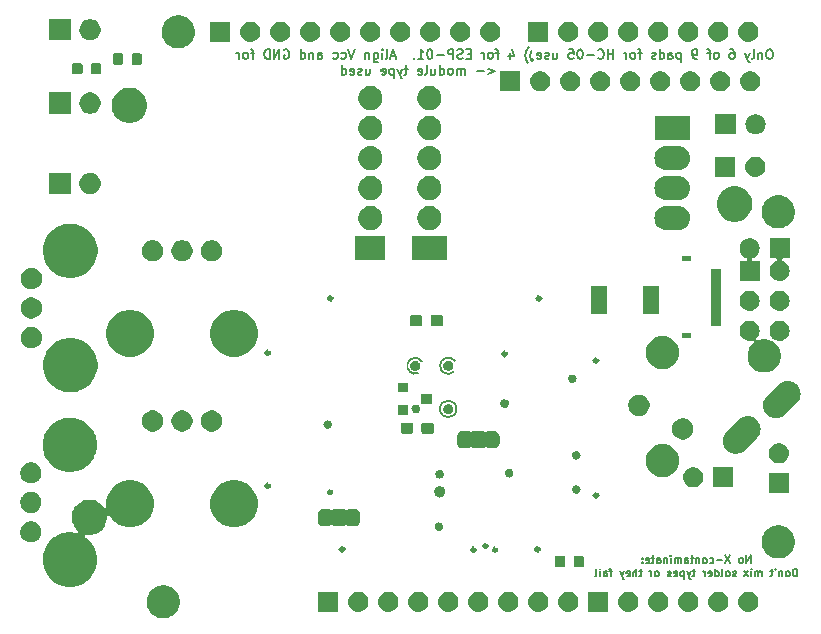
<source format=gbs>
G04 #@! TF.GenerationSoftware,KiCad,Pcbnew,5.1.4-e60b266~84~ubuntu16.04.1*
G04 #@! TF.CreationDate,2019-10-07T18:08:49-05:00*
G04 #@! TF.ProjectId,uno shield v.8 project SMD,756e6f20-7368-4696-956c-6420762e3820,rev?*
G04 #@! TF.SameCoordinates,Original*
G04 #@! TF.FileFunction,Soldermask,Bot*
G04 #@! TF.FilePolarity,Negative*
%FSLAX46Y46*%
G04 Gerber Fmt 4.6, Leading zero omitted, Abs format (unit mm)*
G04 Created by KiCad (PCBNEW 5.1.4-e60b266~84~ubuntu16.04.1) date 2019-10-07 18:08:49*
%MOMM*%
%LPD*%
G04 APERTURE LIST*
%ADD10C,1.150000*%
%ADD11C,0.330000*%
%ADD12C,0.150000*%
%ADD13C,0.200000*%
%ADD14C,0.500000*%
%ADD15C,0.100000*%
G04 APERTURE END LIST*
D10*
X138030386Y-123179988D02*
X137248066Y-123177448D01*
X149819360Y-116545360D02*
X149037040Y-116542820D01*
D11*
X137472114Y-115300847D02*
G75*
G03X137472114Y-115300847I-210265J0D01*
G01*
X144929554Y-113972427D02*
G75*
G03X144929554Y-113972427I-210265J0D01*
G01*
X146882814Y-123957167D02*
G75*
G03X146882814Y-123957167I-210265J0D01*
G01*
X146941234Y-119507087D02*
G75*
G03X146941234Y-119507087I-210265J0D01*
G01*
X152834034Y-119410567D02*
G75*
G03X152834034Y-119410567I-210265J0D01*
G01*
X158508394Y-120797407D02*
G75*
G03X158508394Y-120797407I-210265J0D01*
G01*
X158503314Y-117909427D02*
G75*
G03X158503314Y-117909427I-210265J0D01*
G01*
D12*
X147928127Y-110833532D02*
G75*
G02X148003260Y-109880400I-465887J516252D01*
G01*
X144914417Y-110941625D02*
G75*
G02X145219420Y-109954060I-253797J619265D01*
G01*
D13*
X154199708Y-84701972D02*
G75*
G02X154294840Y-83337400I826652J627972D01*
G01*
D12*
X154554490Y-84570773D02*
G75*
G02X154513280Y-83652360I476950J481533D01*
G01*
X174739030Y-83534944D02*
X174586649Y-83534944D01*
X174510459Y-83573040D01*
X174434268Y-83649230D01*
X174396173Y-83801611D01*
X174396173Y-84068278D01*
X174434268Y-84220659D01*
X174510459Y-84296849D01*
X174586649Y-84334944D01*
X174739030Y-84334944D01*
X174815220Y-84296849D01*
X174891411Y-84220659D01*
X174929506Y-84068278D01*
X174929506Y-83801611D01*
X174891411Y-83649230D01*
X174815220Y-83573040D01*
X174739030Y-83534944D01*
X174053316Y-83801611D02*
X174053316Y-84334944D01*
X174053316Y-83877801D02*
X174015220Y-83839706D01*
X173939030Y-83801611D01*
X173824744Y-83801611D01*
X173748554Y-83839706D01*
X173710459Y-83915897D01*
X173710459Y-84334944D01*
X173215220Y-84334944D02*
X173291411Y-84296849D01*
X173329506Y-84220659D01*
X173329506Y-83534944D01*
X172986649Y-83801611D02*
X172796173Y-84334944D01*
X172605697Y-83801611D02*
X172796173Y-84334944D01*
X172872363Y-84525420D01*
X172910459Y-84563516D01*
X172986649Y-84601611D01*
X171348554Y-83534944D02*
X171500935Y-83534944D01*
X171577125Y-83573040D01*
X171615220Y-83611135D01*
X171691411Y-83725420D01*
X171729506Y-83877801D01*
X171729506Y-84182563D01*
X171691411Y-84258754D01*
X171653316Y-84296849D01*
X171577125Y-84334944D01*
X171424744Y-84334944D01*
X171348554Y-84296849D01*
X171310459Y-84258754D01*
X171272363Y-84182563D01*
X171272363Y-83992087D01*
X171310459Y-83915897D01*
X171348554Y-83877801D01*
X171424744Y-83839706D01*
X171577125Y-83839706D01*
X171653316Y-83877801D01*
X171691411Y-83915897D01*
X171729506Y-83992087D01*
X170205697Y-84334944D02*
X170281887Y-84296849D01*
X170319982Y-84258754D01*
X170358078Y-84182563D01*
X170358078Y-83953992D01*
X170319982Y-83877801D01*
X170281887Y-83839706D01*
X170205697Y-83801611D01*
X170091411Y-83801611D01*
X170015220Y-83839706D01*
X169977125Y-83877801D01*
X169939030Y-83953992D01*
X169939030Y-84182563D01*
X169977125Y-84258754D01*
X170015220Y-84296849D01*
X170091411Y-84334944D01*
X170205697Y-84334944D01*
X169710459Y-83801611D02*
X169405697Y-83801611D01*
X169596173Y-84334944D02*
X169596173Y-83649230D01*
X169558078Y-83573040D01*
X169481887Y-83534944D01*
X169405697Y-83534944D01*
X168491411Y-84334944D02*
X168339030Y-84334944D01*
X168262840Y-84296849D01*
X168224744Y-84258754D01*
X168148554Y-84144468D01*
X168110459Y-83992087D01*
X168110459Y-83687325D01*
X168148554Y-83611135D01*
X168186649Y-83573040D01*
X168262840Y-83534944D01*
X168415220Y-83534944D01*
X168491411Y-83573040D01*
X168529506Y-83611135D01*
X168567601Y-83687325D01*
X168567601Y-83877801D01*
X168529506Y-83953992D01*
X168491411Y-83992087D01*
X168415220Y-84030182D01*
X168262840Y-84030182D01*
X168186649Y-83992087D01*
X168148554Y-83953992D01*
X168110459Y-83877801D01*
X167158078Y-83801611D02*
X167158078Y-84601611D01*
X167158078Y-83839706D02*
X167081887Y-83801611D01*
X166929506Y-83801611D01*
X166853316Y-83839706D01*
X166815220Y-83877801D01*
X166777125Y-83953992D01*
X166777125Y-84182563D01*
X166815220Y-84258754D01*
X166853316Y-84296849D01*
X166929506Y-84334944D01*
X167081887Y-84334944D01*
X167158078Y-84296849D01*
X166091411Y-84334944D02*
X166091411Y-83915897D01*
X166129506Y-83839706D01*
X166205697Y-83801611D01*
X166358078Y-83801611D01*
X166434268Y-83839706D01*
X166091411Y-84296849D02*
X166167601Y-84334944D01*
X166358078Y-84334944D01*
X166434268Y-84296849D01*
X166472363Y-84220659D01*
X166472363Y-84144468D01*
X166434268Y-84068278D01*
X166358078Y-84030182D01*
X166167601Y-84030182D01*
X166091411Y-83992087D01*
X165367601Y-84334944D02*
X165367601Y-83534944D01*
X165367601Y-84296849D02*
X165443792Y-84334944D01*
X165596173Y-84334944D01*
X165672363Y-84296849D01*
X165710459Y-84258754D01*
X165748554Y-84182563D01*
X165748554Y-83953992D01*
X165710459Y-83877801D01*
X165672363Y-83839706D01*
X165596173Y-83801611D01*
X165443792Y-83801611D01*
X165367601Y-83839706D01*
X165024744Y-84296849D02*
X164948554Y-84334944D01*
X164796173Y-84334944D01*
X164719982Y-84296849D01*
X164681887Y-84220659D01*
X164681887Y-84182563D01*
X164719982Y-84106373D01*
X164796173Y-84068278D01*
X164910459Y-84068278D01*
X164986649Y-84030182D01*
X165024744Y-83953992D01*
X165024744Y-83915897D01*
X164986649Y-83839706D01*
X164910459Y-83801611D01*
X164796173Y-83801611D01*
X164719982Y-83839706D01*
X163843792Y-83801611D02*
X163539030Y-83801611D01*
X163729506Y-84334944D02*
X163729506Y-83649230D01*
X163691411Y-83573040D01*
X163615220Y-83534944D01*
X163539030Y-83534944D01*
X163158078Y-84334944D02*
X163234268Y-84296849D01*
X163272363Y-84258754D01*
X163310459Y-84182563D01*
X163310459Y-83953992D01*
X163272363Y-83877801D01*
X163234268Y-83839706D01*
X163158078Y-83801611D01*
X163043792Y-83801611D01*
X162967601Y-83839706D01*
X162929506Y-83877801D01*
X162891411Y-83953992D01*
X162891411Y-84182563D01*
X162929506Y-84258754D01*
X162967601Y-84296849D01*
X163043792Y-84334944D01*
X163158078Y-84334944D01*
X162548554Y-84334944D02*
X162548554Y-83801611D01*
X162548554Y-83953992D02*
X162510459Y-83877801D01*
X162472363Y-83839706D01*
X162396173Y-83801611D01*
X162319982Y-83801611D01*
X161443792Y-84334944D02*
X161443792Y-83534944D01*
X161443792Y-83915897D02*
X160986649Y-83915897D01*
X160986649Y-84334944D02*
X160986649Y-83534944D01*
X160148554Y-84258754D02*
X160186649Y-84296849D01*
X160300935Y-84334944D01*
X160377125Y-84334944D01*
X160491411Y-84296849D01*
X160567601Y-84220659D01*
X160605697Y-84144468D01*
X160643792Y-83992087D01*
X160643792Y-83877801D01*
X160605697Y-83725420D01*
X160567601Y-83649230D01*
X160491411Y-83573040D01*
X160377125Y-83534944D01*
X160300935Y-83534944D01*
X160186649Y-83573040D01*
X160148554Y-83611135D01*
X159805697Y-84030182D02*
X159196173Y-84030182D01*
X158662840Y-83534944D02*
X158586649Y-83534944D01*
X158510459Y-83573040D01*
X158472363Y-83611135D01*
X158434268Y-83687325D01*
X158396173Y-83839706D01*
X158396173Y-84030182D01*
X158434268Y-84182563D01*
X158472363Y-84258754D01*
X158510459Y-84296849D01*
X158586649Y-84334944D01*
X158662840Y-84334944D01*
X158739030Y-84296849D01*
X158777125Y-84258754D01*
X158815220Y-84182563D01*
X158853316Y-84030182D01*
X158853316Y-83839706D01*
X158815220Y-83687325D01*
X158777125Y-83611135D01*
X158739030Y-83573040D01*
X158662840Y-83534944D01*
X157672363Y-83534944D02*
X158053316Y-83534944D01*
X158091411Y-83915897D01*
X158053316Y-83877801D01*
X157977125Y-83839706D01*
X157786649Y-83839706D01*
X157710459Y-83877801D01*
X157672363Y-83915897D01*
X157634268Y-83992087D01*
X157634268Y-84182563D01*
X157672363Y-84258754D01*
X157710459Y-84296849D01*
X157786649Y-84334944D01*
X157977125Y-84334944D01*
X158053316Y-84296849D01*
X158091411Y-84258754D01*
X156339030Y-83801611D02*
X156339030Y-84334944D01*
X156681887Y-83801611D02*
X156681887Y-84220659D01*
X156643792Y-84296849D01*
X156567601Y-84334944D01*
X156453316Y-84334944D01*
X156377125Y-84296849D01*
X156339030Y-84258754D01*
X155996173Y-84296849D02*
X155919982Y-84334944D01*
X155767601Y-84334944D01*
X155691411Y-84296849D01*
X155653316Y-84220659D01*
X155653316Y-84182563D01*
X155691411Y-84106373D01*
X155767601Y-84068278D01*
X155881887Y-84068278D01*
X155958078Y-84030182D01*
X155996173Y-83953992D01*
X155996173Y-83915897D01*
X155958078Y-83839706D01*
X155881887Y-83801611D01*
X155767601Y-83801611D01*
X155691411Y-83839706D01*
X155005697Y-84296849D02*
X155081887Y-84334944D01*
X155234268Y-84334944D01*
X155310459Y-84296849D01*
X155348554Y-84220659D01*
X155348554Y-83915897D01*
X155310459Y-83839706D01*
X155234268Y-83801611D01*
X155081887Y-83801611D01*
X155005697Y-83839706D01*
X154967601Y-83915897D01*
X154967601Y-83992087D01*
X155348554Y-84068278D01*
X154586649Y-84296849D02*
X154586649Y-84334944D01*
X154624744Y-84411135D01*
X154662840Y-84449230D01*
X152681887Y-83801611D02*
X152681887Y-84334944D01*
X152872363Y-83496849D02*
X153062840Y-84068278D01*
X152567601Y-84068278D01*
X151767601Y-83801611D02*
X151462840Y-83801611D01*
X151653316Y-84334944D02*
X151653316Y-83649230D01*
X151615220Y-83573040D01*
X151539030Y-83534944D01*
X151462840Y-83534944D01*
X151081887Y-84334944D02*
X151158078Y-84296849D01*
X151196173Y-84258754D01*
X151234268Y-84182563D01*
X151234268Y-83953992D01*
X151196173Y-83877801D01*
X151158078Y-83839706D01*
X151081887Y-83801611D01*
X150967601Y-83801611D01*
X150891411Y-83839706D01*
X150853316Y-83877801D01*
X150815220Y-83953992D01*
X150815220Y-84182563D01*
X150853316Y-84258754D01*
X150891411Y-84296849D01*
X150967601Y-84334944D01*
X151081887Y-84334944D01*
X150472363Y-84334944D02*
X150472363Y-83801611D01*
X150472363Y-83953992D02*
X150434268Y-83877801D01*
X150396173Y-83839706D01*
X150319982Y-83801611D01*
X150243792Y-83801611D01*
X149367601Y-83915897D02*
X149100935Y-83915897D01*
X148986649Y-84334944D02*
X149367601Y-84334944D01*
X149367601Y-83534944D01*
X148986649Y-83534944D01*
X148681887Y-84296849D02*
X148567601Y-84334944D01*
X148377125Y-84334944D01*
X148300935Y-84296849D01*
X148262840Y-84258754D01*
X148224744Y-84182563D01*
X148224744Y-84106373D01*
X148262840Y-84030182D01*
X148300935Y-83992087D01*
X148377125Y-83953992D01*
X148529506Y-83915897D01*
X148605697Y-83877801D01*
X148643792Y-83839706D01*
X148681887Y-83763516D01*
X148681887Y-83687325D01*
X148643792Y-83611135D01*
X148605697Y-83573040D01*
X148529506Y-83534944D01*
X148339030Y-83534944D01*
X148224744Y-83573040D01*
X147881887Y-84334944D02*
X147881887Y-83534944D01*
X147577125Y-83534944D01*
X147500935Y-83573040D01*
X147462840Y-83611135D01*
X147424744Y-83687325D01*
X147424744Y-83801611D01*
X147462840Y-83877801D01*
X147500935Y-83915897D01*
X147577125Y-83953992D01*
X147881887Y-83953992D01*
X147081887Y-84030182D02*
X146472363Y-84030182D01*
X145939030Y-83534944D02*
X145862840Y-83534944D01*
X145786649Y-83573040D01*
X145748554Y-83611135D01*
X145710459Y-83687325D01*
X145672363Y-83839706D01*
X145672363Y-84030182D01*
X145710459Y-84182563D01*
X145748554Y-84258754D01*
X145786649Y-84296849D01*
X145862840Y-84334944D01*
X145939030Y-84334944D01*
X146015220Y-84296849D01*
X146053316Y-84258754D01*
X146091411Y-84182563D01*
X146129506Y-84030182D01*
X146129506Y-83839706D01*
X146091411Y-83687325D01*
X146053316Y-83611135D01*
X146015220Y-83573040D01*
X145939030Y-83534944D01*
X144910459Y-84334944D02*
X145367601Y-84334944D01*
X145139030Y-84334944D02*
X145139030Y-83534944D01*
X145215220Y-83649230D01*
X145291411Y-83725420D01*
X145367601Y-83763516D01*
X144567601Y-84258754D02*
X144529506Y-84296849D01*
X144567601Y-84334944D01*
X144605697Y-84296849D01*
X144567601Y-84258754D01*
X144567601Y-84334944D01*
X143005697Y-84106373D02*
X142624744Y-84106373D01*
X143081887Y-84334944D02*
X142815220Y-83534944D01*
X142548554Y-84334944D01*
X142167601Y-84334944D02*
X142243792Y-84296849D01*
X142281887Y-84220659D01*
X142281887Y-83534944D01*
X141862840Y-84334944D02*
X141862840Y-83801611D01*
X141862840Y-83534944D02*
X141900935Y-83573040D01*
X141862840Y-83611135D01*
X141824744Y-83573040D01*
X141862840Y-83534944D01*
X141862840Y-83611135D01*
X141139030Y-83801611D02*
X141139030Y-84449230D01*
X141177125Y-84525420D01*
X141215220Y-84563516D01*
X141291411Y-84601611D01*
X141405697Y-84601611D01*
X141481887Y-84563516D01*
X141139030Y-84296849D02*
X141215220Y-84334944D01*
X141367601Y-84334944D01*
X141443792Y-84296849D01*
X141481887Y-84258754D01*
X141519982Y-84182563D01*
X141519982Y-83953992D01*
X141481887Y-83877801D01*
X141443792Y-83839706D01*
X141367601Y-83801611D01*
X141215220Y-83801611D01*
X141139030Y-83839706D01*
X140758078Y-83801611D02*
X140758078Y-84334944D01*
X140758078Y-83877801D02*
X140719982Y-83839706D01*
X140643792Y-83801611D01*
X140529506Y-83801611D01*
X140453316Y-83839706D01*
X140415220Y-83915897D01*
X140415220Y-84334944D01*
X139539030Y-83534944D02*
X139272363Y-84334944D01*
X139005697Y-83534944D01*
X138396173Y-84296849D02*
X138472363Y-84334944D01*
X138624744Y-84334944D01*
X138700935Y-84296849D01*
X138739030Y-84258754D01*
X138777125Y-84182563D01*
X138777125Y-83953992D01*
X138739030Y-83877801D01*
X138700935Y-83839706D01*
X138624744Y-83801611D01*
X138472363Y-83801611D01*
X138396173Y-83839706D01*
X137710459Y-84296849D02*
X137786649Y-84334944D01*
X137939030Y-84334944D01*
X138015220Y-84296849D01*
X138053316Y-84258754D01*
X138091411Y-84182563D01*
X138091411Y-83953992D01*
X138053316Y-83877801D01*
X138015220Y-83839706D01*
X137939030Y-83801611D01*
X137786649Y-83801611D01*
X137710459Y-83839706D01*
X136415220Y-84334944D02*
X136415220Y-83915897D01*
X136453316Y-83839706D01*
X136529506Y-83801611D01*
X136681887Y-83801611D01*
X136758078Y-83839706D01*
X136415220Y-84296849D02*
X136491411Y-84334944D01*
X136681887Y-84334944D01*
X136758078Y-84296849D01*
X136796173Y-84220659D01*
X136796173Y-84144468D01*
X136758078Y-84068278D01*
X136681887Y-84030182D01*
X136491411Y-84030182D01*
X136415220Y-83992087D01*
X136034268Y-83801611D02*
X136034268Y-84334944D01*
X136034268Y-83877801D02*
X135996173Y-83839706D01*
X135919982Y-83801611D01*
X135805697Y-83801611D01*
X135729506Y-83839706D01*
X135691411Y-83915897D01*
X135691411Y-84334944D01*
X134967601Y-84334944D02*
X134967601Y-83534944D01*
X134967601Y-84296849D02*
X135043792Y-84334944D01*
X135196173Y-84334944D01*
X135272363Y-84296849D01*
X135310459Y-84258754D01*
X135348554Y-84182563D01*
X135348554Y-83953992D01*
X135310459Y-83877801D01*
X135272363Y-83839706D01*
X135196173Y-83801611D01*
X135043792Y-83801611D01*
X134967601Y-83839706D01*
X133558078Y-83573040D02*
X133634268Y-83534944D01*
X133748554Y-83534944D01*
X133862840Y-83573040D01*
X133939030Y-83649230D01*
X133977125Y-83725420D01*
X134015220Y-83877801D01*
X134015220Y-83992087D01*
X133977125Y-84144468D01*
X133939030Y-84220659D01*
X133862840Y-84296849D01*
X133748554Y-84334944D01*
X133672363Y-84334944D01*
X133558078Y-84296849D01*
X133519982Y-84258754D01*
X133519982Y-83992087D01*
X133672363Y-83992087D01*
X133177125Y-84334944D02*
X133177125Y-83534944D01*
X132719982Y-84334944D01*
X132719982Y-83534944D01*
X132339030Y-84334944D02*
X132339030Y-83534944D01*
X132148554Y-83534944D01*
X132034268Y-83573040D01*
X131958078Y-83649230D01*
X131919982Y-83725420D01*
X131881887Y-83877801D01*
X131881887Y-83992087D01*
X131919982Y-84144468D01*
X131958078Y-84220659D01*
X132034268Y-84296849D01*
X132148554Y-84334944D01*
X132339030Y-84334944D01*
X131043792Y-83801611D02*
X130739030Y-83801611D01*
X130929506Y-84334944D02*
X130929506Y-83649230D01*
X130891411Y-83573040D01*
X130815220Y-83534944D01*
X130739030Y-83534944D01*
X130358078Y-84334944D02*
X130434268Y-84296849D01*
X130472363Y-84258754D01*
X130510459Y-84182563D01*
X130510459Y-83953992D01*
X130472363Y-83877801D01*
X130434268Y-83839706D01*
X130358078Y-83801611D01*
X130243792Y-83801611D01*
X130167601Y-83839706D01*
X130129506Y-83877801D01*
X130091411Y-83953992D01*
X130091411Y-84182563D01*
X130129506Y-84258754D01*
X130167601Y-84296849D01*
X130243792Y-84334944D01*
X130358078Y-84334944D01*
X129748554Y-84334944D02*
X129748554Y-83801611D01*
X129748554Y-83953992D02*
X129710459Y-83877801D01*
X129672363Y-83839706D01*
X129596173Y-83801611D01*
X129519982Y-83801611D01*
X150853316Y-85151611D02*
X151462840Y-85380182D01*
X150853316Y-85608754D01*
X150472363Y-85380182D02*
X149862840Y-85380182D01*
X148872363Y-85684944D02*
X148872363Y-85151611D01*
X148872363Y-85227801D02*
X148834268Y-85189706D01*
X148758078Y-85151611D01*
X148643792Y-85151611D01*
X148567601Y-85189706D01*
X148529506Y-85265897D01*
X148529506Y-85684944D01*
X148529506Y-85265897D02*
X148491411Y-85189706D01*
X148415220Y-85151611D01*
X148300935Y-85151611D01*
X148224744Y-85189706D01*
X148186649Y-85265897D01*
X148186649Y-85684944D01*
X147691411Y-85684944D02*
X147767601Y-85646849D01*
X147805697Y-85608754D01*
X147843792Y-85532563D01*
X147843792Y-85303992D01*
X147805697Y-85227801D01*
X147767601Y-85189706D01*
X147691411Y-85151611D01*
X147577125Y-85151611D01*
X147500935Y-85189706D01*
X147462840Y-85227801D01*
X147424744Y-85303992D01*
X147424744Y-85532563D01*
X147462840Y-85608754D01*
X147500935Y-85646849D01*
X147577125Y-85684944D01*
X147691411Y-85684944D01*
X146739030Y-85684944D02*
X146739030Y-84884944D01*
X146739030Y-85646849D02*
X146815220Y-85684944D01*
X146967601Y-85684944D01*
X147043792Y-85646849D01*
X147081887Y-85608754D01*
X147119982Y-85532563D01*
X147119982Y-85303992D01*
X147081887Y-85227801D01*
X147043792Y-85189706D01*
X146967601Y-85151611D01*
X146815220Y-85151611D01*
X146739030Y-85189706D01*
X146015220Y-85151611D02*
X146015220Y-85684944D01*
X146358078Y-85151611D02*
X146358078Y-85570659D01*
X146319982Y-85646849D01*
X146243792Y-85684944D01*
X146129506Y-85684944D01*
X146053316Y-85646849D01*
X146015220Y-85608754D01*
X145519982Y-85684944D02*
X145596173Y-85646849D01*
X145634268Y-85570659D01*
X145634268Y-84884944D01*
X144910459Y-85646849D02*
X144986649Y-85684944D01*
X145139030Y-85684944D01*
X145215220Y-85646849D01*
X145253316Y-85570659D01*
X145253316Y-85265897D01*
X145215220Y-85189706D01*
X145139030Y-85151611D01*
X144986649Y-85151611D01*
X144910459Y-85189706D01*
X144872363Y-85265897D01*
X144872363Y-85342087D01*
X145253316Y-85418278D01*
X144034268Y-85151611D02*
X143729506Y-85151611D01*
X143919982Y-84884944D02*
X143919982Y-85570659D01*
X143881887Y-85646849D01*
X143805697Y-85684944D01*
X143729506Y-85684944D01*
X143539030Y-85151611D02*
X143348554Y-85684944D01*
X143158078Y-85151611D02*
X143348554Y-85684944D01*
X143424744Y-85875420D01*
X143462840Y-85913516D01*
X143539030Y-85951611D01*
X142853316Y-85151611D02*
X142853316Y-85951611D01*
X142853316Y-85189706D02*
X142777125Y-85151611D01*
X142624744Y-85151611D01*
X142548554Y-85189706D01*
X142510459Y-85227801D01*
X142472363Y-85303992D01*
X142472363Y-85532563D01*
X142510459Y-85608754D01*
X142548554Y-85646849D01*
X142624744Y-85684944D01*
X142777125Y-85684944D01*
X142853316Y-85646849D01*
X141824744Y-85646849D02*
X141900935Y-85684944D01*
X142053316Y-85684944D01*
X142129506Y-85646849D01*
X142167601Y-85570659D01*
X142167601Y-85265897D01*
X142129506Y-85189706D01*
X142053316Y-85151611D01*
X141900935Y-85151611D01*
X141824744Y-85189706D01*
X141786649Y-85265897D01*
X141786649Y-85342087D01*
X142167601Y-85418278D01*
X140491411Y-85151611D02*
X140491411Y-85684944D01*
X140834268Y-85151611D02*
X140834268Y-85570659D01*
X140796173Y-85646849D01*
X140719982Y-85684944D01*
X140605697Y-85684944D01*
X140529506Y-85646849D01*
X140491411Y-85608754D01*
X140148554Y-85646849D02*
X140072363Y-85684944D01*
X139919982Y-85684944D01*
X139843792Y-85646849D01*
X139805697Y-85570659D01*
X139805697Y-85532563D01*
X139843792Y-85456373D01*
X139919982Y-85418278D01*
X140034268Y-85418278D01*
X140110459Y-85380182D01*
X140148554Y-85303992D01*
X140148554Y-85265897D01*
X140110459Y-85189706D01*
X140034268Y-85151611D01*
X139919982Y-85151611D01*
X139843792Y-85189706D01*
X139158078Y-85646849D02*
X139234268Y-85684944D01*
X139386649Y-85684944D01*
X139462840Y-85646849D01*
X139500935Y-85570659D01*
X139500935Y-85265897D01*
X139462840Y-85189706D01*
X139386649Y-85151611D01*
X139234268Y-85151611D01*
X139158078Y-85189706D01*
X139119982Y-85265897D01*
X139119982Y-85342087D01*
X139500935Y-85418278D01*
X138434268Y-85684944D02*
X138434268Y-84884944D01*
X138434268Y-85646849D02*
X138510459Y-85684944D01*
X138662840Y-85684944D01*
X138739030Y-85646849D01*
X138777125Y-85608754D01*
X138815220Y-85532563D01*
X138815220Y-85303992D01*
X138777125Y-85227801D01*
X138739030Y-85189706D01*
X138662840Y-85151611D01*
X138510459Y-85151611D01*
X138434268Y-85189706D01*
D13*
X148167915Y-113974880D02*
G75*
G03X148167915Y-113974880I-703135J0D01*
G01*
D11*
X144837190Y-110317665D02*
G75*
G03X144837190Y-110317665I-169375J0D01*
G01*
X147643449Y-110317665D02*
G75*
G03X147643449Y-110317665I-169375J0D01*
G01*
X147643449Y-113987665D02*
G75*
G03X147643449Y-113987665I-169375J0D01*
G01*
X138635761Y-125849380D02*
G75*
G03X138635761Y-125849380I-154961J0D01*
G01*
X155173680Y-125849380D02*
G75*
G03X155173680Y-125849380I-154940J0D01*
G01*
X160136860Y-121279920D02*
G75*
G03X160136860Y-121279920I-157500J0D01*
G01*
X160134300Y-109888020D02*
G75*
G03X160134300Y-109888020I-154940J0D01*
G01*
X155287980Y-104609900D02*
G75*
G03X155287980Y-104609900I-157480J0D01*
G01*
X137634980Y-104607360D02*
G75*
G03X137634980Y-104607360I-152400J0D01*
G01*
X132342103Y-109227620D02*
G75*
G03X132342103Y-109227620I-152883J0D01*
G01*
X132341620Y-120487440D02*
G75*
G03X132341620Y-120487440I-152400J0D01*
G01*
D12*
X173060952Y-127021547D02*
X173060952Y-126371547D01*
X172689523Y-127021547D01*
X172689523Y-126371547D01*
X172287142Y-127021547D02*
X172349047Y-126990595D01*
X172380000Y-126959642D01*
X172410952Y-126897738D01*
X172410952Y-126712023D01*
X172380000Y-126650119D01*
X172349047Y-126619166D01*
X172287142Y-126588214D01*
X172194285Y-126588214D01*
X172132380Y-126619166D01*
X172101428Y-126650119D01*
X172070476Y-126712023D01*
X172070476Y-126897738D01*
X172101428Y-126959642D01*
X172132380Y-126990595D01*
X172194285Y-127021547D01*
X172287142Y-127021547D01*
X171358571Y-126371547D02*
X170925238Y-127021547D01*
X170925238Y-126371547D02*
X171358571Y-127021547D01*
X170677619Y-126773928D02*
X170182380Y-126773928D01*
X169594285Y-126990595D02*
X169656190Y-127021547D01*
X169780000Y-127021547D01*
X169841904Y-126990595D01*
X169872857Y-126959642D01*
X169903809Y-126897738D01*
X169903809Y-126712023D01*
X169872857Y-126650119D01*
X169841904Y-126619166D01*
X169780000Y-126588214D01*
X169656190Y-126588214D01*
X169594285Y-126619166D01*
X169222857Y-127021547D02*
X169284761Y-126990595D01*
X169315714Y-126959642D01*
X169346666Y-126897738D01*
X169346666Y-126712023D01*
X169315714Y-126650119D01*
X169284761Y-126619166D01*
X169222857Y-126588214D01*
X169130000Y-126588214D01*
X169068095Y-126619166D01*
X169037142Y-126650119D01*
X169006190Y-126712023D01*
X169006190Y-126897738D01*
X169037142Y-126959642D01*
X169068095Y-126990595D01*
X169130000Y-127021547D01*
X169222857Y-127021547D01*
X168727619Y-126588214D02*
X168727619Y-127021547D01*
X168727619Y-126650119D02*
X168696666Y-126619166D01*
X168634761Y-126588214D01*
X168541904Y-126588214D01*
X168480000Y-126619166D01*
X168449047Y-126681071D01*
X168449047Y-127021547D01*
X168232380Y-126588214D02*
X167984761Y-126588214D01*
X168139523Y-126371547D02*
X168139523Y-126928690D01*
X168108571Y-126990595D01*
X168046666Y-127021547D01*
X167984761Y-127021547D01*
X167489523Y-127021547D02*
X167489523Y-126681071D01*
X167520476Y-126619166D01*
X167582380Y-126588214D01*
X167706190Y-126588214D01*
X167768095Y-126619166D01*
X167489523Y-126990595D02*
X167551428Y-127021547D01*
X167706190Y-127021547D01*
X167768095Y-126990595D01*
X167799047Y-126928690D01*
X167799047Y-126866785D01*
X167768095Y-126804880D01*
X167706190Y-126773928D01*
X167551428Y-126773928D01*
X167489523Y-126742976D01*
X167180000Y-127021547D02*
X167180000Y-126588214D01*
X167180000Y-126650119D02*
X167149047Y-126619166D01*
X167087142Y-126588214D01*
X166994285Y-126588214D01*
X166932380Y-126619166D01*
X166901428Y-126681071D01*
X166901428Y-127021547D01*
X166901428Y-126681071D02*
X166870476Y-126619166D01*
X166808571Y-126588214D01*
X166715714Y-126588214D01*
X166653809Y-126619166D01*
X166622857Y-126681071D01*
X166622857Y-127021547D01*
X166313333Y-127021547D02*
X166313333Y-126588214D01*
X166313333Y-126371547D02*
X166344285Y-126402500D01*
X166313333Y-126433452D01*
X166282380Y-126402500D01*
X166313333Y-126371547D01*
X166313333Y-126433452D01*
X166003809Y-126588214D02*
X166003809Y-127021547D01*
X166003809Y-126650119D02*
X165972857Y-126619166D01*
X165910952Y-126588214D01*
X165818095Y-126588214D01*
X165756190Y-126619166D01*
X165725238Y-126681071D01*
X165725238Y-127021547D01*
X165137142Y-127021547D02*
X165137142Y-126681071D01*
X165168095Y-126619166D01*
X165230000Y-126588214D01*
X165353809Y-126588214D01*
X165415714Y-126619166D01*
X165137142Y-126990595D02*
X165199047Y-127021547D01*
X165353809Y-127021547D01*
X165415714Y-126990595D01*
X165446666Y-126928690D01*
X165446666Y-126866785D01*
X165415714Y-126804880D01*
X165353809Y-126773928D01*
X165199047Y-126773928D01*
X165137142Y-126742976D01*
X164920476Y-126588214D02*
X164672857Y-126588214D01*
X164827619Y-126371547D02*
X164827619Y-126928690D01*
X164796666Y-126990595D01*
X164734761Y-127021547D01*
X164672857Y-127021547D01*
X164208571Y-126990595D02*
X164270476Y-127021547D01*
X164394285Y-127021547D01*
X164456190Y-126990595D01*
X164487142Y-126928690D01*
X164487142Y-126681071D01*
X164456190Y-126619166D01*
X164394285Y-126588214D01*
X164270476Y-126588214D01*
X164208571Y-126619166D01*
X164177619Y-126681071D01*
X164177619Y-126742976D01*
X164487142Y-126804880D01*
X163899047Y-126959642D02*
X163868095Y-126990595D01*
X163899047Y-127021547D01*
X163930000Y-126990595D01*
X163899047Y-126959642D01*
X163899047Y-127021547D01*
X163899047Y-126619166D02*
X163868095Y-126650119D01*
X163899047Y-126681071D01*
X163930000Y-126650119D01*
X163899047Y-126619166D01*
X163899047Y-126681071D01*
X176991904Y-128146547D02*
X176991904Y-127496547D01*
X176837142Y-127496547D01*
X176744285Y-127527500D01*
X176682380Y-127589404D01*
X176651428Y-127651309D01*
X176620476Y-127775119D01*
X176620476Y-127867976D01*
X176651428Y-127991785D01*
X176682380Y-128053690D01*
X176744285Y-128115595D01*
X176837142Y-128146547D01*
X176991904Y-128146547D01*
X176249047Y-128146547D02*
X176310952Y-128115595D01*
X176341904Y-128084642D01*
X176372857Y-128022738D01*
X176372857Y-127837023D01*
X176341904Y-127775119D01*
X176310952Y-127744166D01*
X176249047Y-127713214D01*
X176156190Y-127713214D01*
X176094285Y-127744166D01*
X176063333Y-127775119D01*
X176032380Y-127837023D01*
X176032380Y-128022738D01*
X176063333Y-128084642D01*
X176094285Y-128115595D01*
X176156190Y-128146547D01*
X176249047Y-128146547D01*
X175753809Y-127713214D02*
X175753809Y-128146547D01*
X175753809Y-127775119D02*
X175722857Y-127744166D01*
X175660952Y-127713214D01*
X175568095Y-127713214D01*
X175506190Y-127744166D01*
X175475238Y-127806071D01*
X175475238Y-128146547D01*
X175134761Y-127496547D02*
X175196666Y-127620357D01*
X174949047Y-127713214D02*
X174701428Y-127713214D01*
X174856190Y-127496547D02*
X174856190Y-128053690D01*
X174825238Y-128115595D01*
X174763333Y-128146547D01*
X174701428Y-128146547D01*
X173989523Y-128146547D02*
X173989523Y-127713214D01*
X173989523Y-127775119D02*
X173958571Y-127744166D01*
X173896666Y-127713214D01*
X173803809Y-127713214D01*
X173741904Y-127744166D01*
X173710952Y-127806071D01*
X173710952Y-128146547D01*
X173710952Y-127806071D02*
X173680000Y-127744166D01*
X173618095Y-127713214D01*
X173525238Y-127713214D01*
X173463333Y-127744166D01*
X173432380Y-127806071D01*
X173432380Y-128146547D01*
X173122857Y-128146547D02*
X173122857Y-127713214D01*
X173122857Y-127496547D02*
X173153809Y-127527500D01*
X173122857Y-127558452D01*
X173091904Y-127527500D01*
X173122857Y-127496547D01*
X173122857Y-127558452D01*
X172875238Y-128146547D02*
X172534761Y-127713214D01*
X172875238Y-127713214D02*
X172534761Y-128146547D01*
X171822857Y-128115595D02*
X171760952Y-128146547D01*
X171637142Y-128146547D01*
X171575238Y-128115595D01*
X171544285Y-128053690D01*
X171544285Y-128022738D01*
X171575238Y-127960833D01*
X171637142Y-127929880D01*
X171730000Y-127929880D01*
X171791904Y-127898928D01*
X171822857Y-127837023D01*
X171822857Y-127806071D01*
X171791904Y-127744166D01*
X171730000Y-127713214D01*
X171637142Y-127713214D01*
X171575238Y-127744166D01*
X171172857Y-128146547D02*
X171234761Y-128115595D01*
X171265714Y-128084642D01*
X171296666Y-128022738D01*
X171296666Y-127837023D01*
X171265714Y-127775119D01*
X171234761Y-127744166D01*
X171172857Y-127713214D01*
X171080000Y-127713214D01*
X171018095Y-127744166D01*
X170987142Y-127775119D01*
X170956190Y-127837023D01*
X170956190Y-128022738D01*
X170987142Y-128084642D01*
X171018095Y-128115595D01*
X171080000Y-128146547D01*
X171172857Y-128146547D01*
X170584761Y-128146547D02*
X170646666Y-128115595D01*
X170677619Y-128053690D01*
X170677619Y-127496547D01*
X170058571Y-128146547D02*
X170058571Y-127496547D01*
X170058571Y-128115595D02*
X170120476Y-128146547D01*
X170244285Y-128146547D01*
X170306190Y-128115595D01*
X170337142Y-128084642D01*
X170368095Y-128022738D01*
X170368095Y-127837023D01*
X170337142Y-127775119D01*
X170306190Y-127744166D01*
X170244285Y-127713214D01*
X170120476Y-127713214D01*
X170058571Y-127744166D01*
X169501428Y-128115595D02*
X169563333Y-128146547D01*
X169687142Y-128146547D01*
X169749047Y-128115595D01*
X169780000Y-128053690D01*
X169780000Y-127806071D01*
X169749047Y-127744166D01*
X169687142Y-127713214D01*
X169563333Y-127713214D01*
X169501428Y-127744166D01*
X169470476Y-127806071D01*
X169470476Y-127867976D01*
X169780000Y-127929880D01*
X169191904Y-128146547D02*
X169191904Y-127713214D01*
X169191904Y-127837023D02*
X169160952Y-127775119D01*
X169130000Y-127744166D01*
X169068095Y-127713214D01*
X169006190Y-127713214D01*
X168387142Y-127713214D02*
X168139523Y-127713214D01*
X168294285Y-127496547D02*
X168294285Y-128053690D01*
X168263333Y-128115595D01*
X168201428Y-128146547D01*
X168139523Y-128146547D01*
X167984761Y-127713214D02*
X167830000Y-128146547D01*
X167675238Y-127713214D02*
X167830000Y-128146547D01*
X167891904Y-128301309D01*
X167922857Y-128332261D01*
X167984761Y-128363214D01*
X167427619Y-127713214D02*
X167427619Y-128363214D01*
X167427619Y-127744166D02*
X167365714Y-127713214D01*
X167241904Y-127713214D01*
X167180000Y-127744166D01*
X167149047Y-127775119D01*
X167118095Y-127837023D01*
X167118095Y-128022738D01*
X167149047Y-128084642D01*
X167180000Y-128115595D01*
X167241904Y-128146547D01*
X167365714Y-128146547D01*
X167427619Y-128115595D01*
X166591904Y-128115595D02*
X166653809Y-128146547D01*
X166777619Y-128146547D01*
X166839523Y-128115595D01*
X166870476Y-128053690D01*
X166870476Y-127806071D01*
X166839523Y-127744166D01*
X166777619Y-127713214D01*
X166653809Y-127713214D01*
X166591904Y-127744166D01*
X166560952Y-127806071D01*
X166560952Y-127867976D01*
X166870476Y-127929880D01*
X166313333Y-128115595D02*
X166251428Y-128146547D01*
X166127619Y-128146547D01*
X166065714Y-128115595D01*
X166034761Y-128053690D01*
X166034761Y-128022738D01*
X166065714Y-127960833D01*
X166127619Y-127929880D01*
X166220476Y-127929880D01*
X166282380Y-127898928D01*
X166313333Y-127837023D01*
X166313333Y-127806071D01*
X166282380Y-127744166D01*
X166220476Y-127713214D01*
X166127619Y-127713214D01*
X166065714Y-127744166D01*
X165168095Y-128146547D02*
X165230000Y-128115595D01*
X165260952Y-128084642D01*
X165291904Y-128022738D01*
X165291904Y-127837023D01*
X165260952Y-127775119D01*
X165230000Y-127744166D01*
X165168095Y-127713214D01*
X165075238Y-127713214D01*
X165013333Y-127744166D01*
X164982380Y-127775119D01*
X164951428Y-127837023D01*
X164951428Y-128022738D01*
X164982380Y-128084642D01*
X165013333Y-128115595D01*
X165075238Y-128146547D01*
X165168095Y-128146547D01*
X164672857Y-128146547D02*
X164672857Y-127713214D01*
X164672857Y-127837023D02*
X164641904Y-127775119D01*
X164610952Y-127744166D01*
X164549047Y-127713214D01*
X164487142Y-127713214D01*
X163868095Y-127713214D02*
X163620476Y-127713214D01*
X163775238Y-127496547D02*
X163775238Y-128053690D01*
X163744285Y-128115595D01*
X163682380Y-128146547D01*
X163620476Y-128146547D01*
X163403809Y-128146547D02*
X163403809Y-127496547D01*
X163125238Y-128146547D02*
X163125238Y-127806071D01*
X163156190Y-127744166D01*
X163218095Y-127713214D01*
X163310952Y-127713214D01*
X163372857Y-127744166D01*
X163403809Y-127775119D01*
X162568095Y-128115595D02*
X162630000Y-128146547D01*
X162753809Y-128146547D01*
X162815714Y-128115595D01*
X162846666Y-128053690D01*
X162846666Y-127806071D01*
X162815714Y-127744166D01*
X162753809Y-127713214D01*
X162630000Y-127713214D01*
X162568095Y-127744166D01*
X162537142Y-127806071D01*
X162537142Y-127867976D01*
X162846666Y-127929880D01*
X162320476Y-127713214D02*
X162165714Y-128146547D01*
X162010952Y-127713214D02*
X162165714Y-128146547D01*
X162227619Y-128301309D01*
X162258571Y-128332261D01*
X162320476Y-128363214D01*
X161360952Y-127713214D02*
X161113333Y-127713214D01*
X161268095Y-128146547D02*
X161268095Y-127589404D01*
X161237142Y-127527500D01*
X161175238Y-127496547D01*
X161113333Y-127496547D01*
X160618095Y-128146547D02*
X160618095Y-127806071D01*
X160649047Y-127744166D01*
X160710952Y-127713214D01*
X160834761Y-127713214D01*
X160896666Y-127744166D01*
X160618095Y-128115595D02*
X160680000Y-128146547D01*
X160834761Y-128146547D01*
X160896666Y-128115595D01*
X160927619Y-128053690D01*
X160927619Y-127991785D01*
X160896666Y-127929880D01*
X160834761Y-127898928D01*
X160680000Y-127898928D01*
X160618095Y-127867976D01*
X160308571Y-128146547D02*
X160308571Y-127713214D01*
X160308571Y-127496547D02*
X160339523Y-127527500D01*
X160308571Y-127558452D01*
X160277619Y-127527500D01*
X160308571Y-127496547D01*
X160308571Y-127558452D01*
X159906190Y-128146547D02*
X159968095Y-128115595D01*
X159999047Y-128053690D01*
X159999047Y-127496547D01*
D11*
X152773380Y-119407940D02*
G75*
G03X152773380Y-119407940I-154940J0D01*
G01*
X152388128Y-109318376D02*
G75*
G03X152388128Y-109318376I-153596J0D01*
G01*
X158178194Y-111417187D02*
G75*
G03X158178194Y-111417187I-210265J0D01*
G01*
X152469245Y-113510038D02*
G75*
G03X152469245Y-113510038I-227662J0D01*
G01*
D14*
X146989469Y-120989467D02*
G75*
G03X146989469Y-120989467I-244592J0D01*
G01*
D11*
X151560477Y-125906102D02*
G75*
G03X151560477Y-125906102I-140000J0D01*
G01*
X150748909Y-125574737D02*
G75*
G03X150748909Y-125574737I-140000J0D01*
G01*
X149739847Y-125900075D02*
G75*
G03X149739847Y-125900075I-140000J0D01*
G01*
X137601828Y-121006941D02*
G75*
G03X137601828Y-121006941I-140000J0D01*
G01*
D15*
G36*
X123613127Y-128926901D02*
G01*
X123748365Y-128953801D01*
X124003149Y-129059336D01*
X124232448Y-129212549D01*
X124427451Y-129407552D01*
X124580664Y-129636851D01*
X124658798Y-129825482D01*
X124686199Y-129891636D01*
X124740000Y-130162111D01*
X124740000Y-130437889D01*
X124734283Y-130466629D01*
X124686199Y-130708365D01*
X124580664Y-130963149D01*
X124427451Y-131192448D01*
X124232448Y-131387451D01*
X124003149Y-131540664D01*
X123748365Y-131646199D01*
X123613127Y-131673099D01*
X123477889Y-131700000D01*
X123202111Y-131700000D01*
X123066873Y-131673099D01*
X122931635Y-131646199D01*
X122676851Y-131540664D01*
X122447552Y-131387451D01*
X122252549Y-131192448D01*
X122099336Y-130963149D01*
X121993801Y-130708365D01*
X121945717Y-130466629D01*
X121940000Y-130437889D01*
X121940000Y-130162111D01*
X121993801Y-129891636D01*
X122021203Y-129825482D01*
X122099336Y-129636851D01*
X122252549Y-129407552D01*
X122447552Y-129212549D01*
X122676851Y-129059336D01*
X122931635Y-128953801D01*
X123066873Y-128926901D01*
X123202111Y-128900000D01*
X123477889Y-128900000D01*
X123613127Y-128926901D01*
X123613127Y-128926901D01*
G37*
G36*
X142556627Y-129462299D02*
G01*
X142636742Y-129486602D01*
X142716855Y-129510903D01*
X142716857Y-129510904D01*
X142864518Y-129589831D01*
X142993949Y-129696051D01*
X143100169Y-129825482D01*
X143179096Y-129973143D01*
X143227701Y-130133373D01*
X143244112Y-130300000D01*
X143227701Y-130466627D01*
X143179096Y-130626857D01*
X143100169Y-130774518D01*
X142993949Y-130903949D01*
X142864518Y-131010169D01*
X142716857Y-131089096D01*
X142716855Y-131089097D01*
X142636742Y-131113399D01*
X142556627Y-131137701D01*
X142431752Y-131150000D01*
X142348248Y-131150000D01*
X142223373Y-131137701D01*
X142143258Y-131113398D01*
X142063145Y-131089097D01*
X142063143Y-131089096D01*
X141915482Y-131010169D01*
X141786051Y-130903949D01*
X141679831Y-130774518D01*
X141600904Y-130626857D01*
X141552299Y-130466627D01*
X141535888Y-130300000D01*
X141552299Y-130133373D01*
X141600904Y-129973143D01*
X141679831Y-129825482D01*
X141786051Y-129696051D01*
X141915482Y-129589831D01*
X142063143Y-129510904D01*
X142063145Y-129510903D01*
X142143258Y-129486602D01*
X142223373Y-129462299D01*
X142348248Y-129450000D01*
X142431752Y-129450000D01*
X142556627Y-129462299D01*
X142556627Y-129462299D01*
G37*
G36*
X170496627Y-129462299D02*
G01*
X170576742Y-129486602D01*
X170656855Y-129510903D01*
X170656857Y-129510904D01*
X170804518Y-129589831D01*
X170933949Y-129696051D01*
X171040169Y-129825482D01*
X171119096Y-129973143D01*
X171167701Y-130133373D01*
X171184112Y-130300000D01*
X171167701Y-130466627D01*
X171119096Y-130626857D01*
X171040169Y-130774518D01*
X170933949Y-130903949D01*
X170804518Y-131010169D01*
X170656857Y-131089096D01*
X170656855Y-131089097D01*
X170576742Y-131113399D01*
X170496627Y-131137701D01*
X170371752Y-131150000D01*
X170288248Y-131150000D01*
X170163373Y-131137701D01*
X170083258Y-131113398D01*
X170003145Y-131089097D01*
X170003143Y-131089096D01*
X169855482Y-131010169D01*
X169726051Y-130903949D01*
X169619831Y-130774518D01*
X169540904Y-130626857D01*
X169492299Y-130466627D01*
X169475888Y-130300000D01*
X169492299Y-130133373D01*
X169540904Y-129973143D01*
X169619831Y-129825482D01*
X169726051Y-129696051D01*
X169855482Y-129589831D01*
X170003143Y-129510904D01*
X170003145Y-129510903D01*
X170083258Y-129486602D01*
X170163373Y-129462299D01*
X170288248Y-129450000D01*
X170371752Y-129450000D01*
X170496627Y-129462299D01*
X170496627Y-129462299D01*
G37*
G36*
X167956627Y-129462299D02*
G01*
X168036742Y-129486602D01*
X168116855Y-129510903D01*
X168116857Y-129510904D01*
X168264518Y-129589831D01*
X168393949Y-129696051D01*
X168500169Y-129825482D01*
X168579096Y-129973143D01*
X168627701Y-130133373D01*
X168644112Y-130300000D01*
X168627701Y-130466627D01*
X168579096Y-130626857D01*
X168500169Y-130774518D01*
X168393949Y-130903949D01*
X168264518Y-131010169D01*
X168116857Y-131089096D01*
X168116855Y-131089097D01*
X168036742Y-131113399D01*
X167956627Y-131137701D01*
X167831752Y-131150000D01*
X167748248Y-131150000D01*
X167623373Y-131137701D01*
X167543258Y-131113398D01*
X167463145Y-131089097D01*
X167463143Y-131089096D01*
X167315482Y-131010169D01*
X167186051Y-130903949D01*
X167079831Y-130774518D01*
X167000904Y-130626857D01*
X166952299Y-130466627D01*
X166935888Y-130300000D01*
X166952299Y-130133373D01*
X167000904Y-129973143D01*
X167079831Y-129825482D01*
X167186051Y-129696051D01*
X167315482Y-129589831D01*
X167463143Y-129510904D01*
X167463145Y-129510903D01*
X167543258Y-129486602D01*
X167623373Y-129462299D01*
X167748248Y-129450000D01*
X167831752Y-129450000D01*
X167956627Y-129462299D01*
X167956627Y-129462299D01*
G37*
G36*
X165416627Y-129462299D02*
G01*
X165496742Y-129486602D01*
X165576855Y-129510903D01*
X165576857Y-129510904D01*
X165724518Y-129589831D01*
X165853949Y-129696051D01*
X165960169Y-129825482D01*
X166039096Y-129973143D01*
X166087701Y-130133373D01*
X166104112Y-130300000D01*
X166087701Y-130466627D01*
X166039096Y-130626857D01*
X165960169Y-130774518D01*
X165853949Y-130903949D01*
X165724518Y-131010169D01*
X165576857Y-131089096D01*
X165576855Y-131089097D01*
X165496742Y-131113399D01*
X165416627Y-131137701D01*
X165291752Y-131150000D01*
X165208248Y-131150000D01*
X165083373Y-131137701D01*
X165003258Y-131113398D01*
X164923145Y-131089097D01*
X164923143Y-131089096D01*
X164775482Y-131010169D01*
X164646051Y-130903949D01*
X164539831Y-130774518D01*
X164460904Y-130626857D01*
X164412299Y-130466627D01*
X164395888Y-130300000D01*
X164412299Y-130133373D01*
X164460904Y-129973143D01*
X164539831Y-129825482D01*
X164646051Y-129696051D01*
X164775482Y-129589831D01*
X164923143Y-129510904D01*
X164923145Y-129510903D01*
X165003258Y-129486602D01*
X165083373Y-129462299D01*
X165208248Y-129450000D01*
X165291752Y-129450000D01*
X165416627Y-129462299D01*
X165416627Y-129462299D01*
G37*
G36*
X162876627Y-129462299D02*
G01*
X162956742Y-129486602D01*
X163036855Y-129510903D01*
X163036857Y-129510904D01*
X163184518Y-129589831D01*
X163313949Y-129696051D01*
X163420169Y-129825482D01*
X163499096Y-129973143D01*
X163547701Y-130133373D01*
X163564112Y-130300000D01*
X163547701Y-130466627D01*
X163499096Y-130626857D01*
X163420169Y-130774518D01*
X163313949Y-130903949D01*
X163184518Y-131010169D01*
X163036857Y-131089096D01*
X163036855Y-131089097D01*
X162956742Y-131113399D01*
X162876627Y-131137701D01*
X162751752Y-131150000D01*
X162668248Y-131150000D01*
X162543373Y-131137701D01*
X162463258Y-131113398D01*
X162383145Y-131089097D01*
X162383143Y-131089096D01*
X162235482Y-131010169D01*
X162106051Y-130903949D01*
X161999831Y-130774518D01*
X161920904Y-130626857D01*
X161872299Y-130466627D01*
X161855888Y-130300000D01*
X161872299Y-130133373D01*
X161920904Y-129973143D01*
X161999831Y-129825482D01*
X162106051Y-129696051D01*
X162235482Y-129589831D01*
X162383143Y-129510904D01*
X162383145Y-129510903D01*
X162463258Y-129486602D01*
X162543373Y-129462299D01*
X162668248Y-129450000D01*
X162751752Y-129450000D01*
X162876627Y-129462299D01*
X162876627Y-129462299D01*
G37*
G36*
X161020000Y-131150000D02*
G01*
X159320000Y-131150000D01*
X159320000Y-129450000D01*
X161020000Y-129450000D01*
X161020000Y-131150000D01*
X161020000Y-131150000D01*
G37*
G36*
X138160000Y-131150000D02*
G01*
X136460000Y-131150000D01*
X136460000Y-129450000D01*
X138160000Y-129450000D01*
X138160000Y-131150000D01*
X138160000Y-131150000D01*
G37*
G36*
X140016627Y-129462299D02*
G01*
X140096742Y-129486602D01*
X140176855Y-129510903D01*
X140176857Y-129510904D01*
X140324518Y-129589831D01*
X140453949Y-129696051D01*
X140560169Y-129825482D01*
X140639096Y-129973143D01*
X140687701Y-130133373D01*
X140704112Y-130300000D01*
X140687701Y-130466627D01*
X140639096Y-130626857D01*
X140560169Y-130774518D01*
X140453949Y-130903949D01*
X140324518Y-131010169D01*
X140176857Y-131089096D01*
X140176855Y-131089097D01*
X140096742Y-131113399D01*
X140016627Y-131137701D01*
X139891752Y-131150000D01*
X139808248Y-131150000D01*
X139683373Y-131137701D01*
X139603258Y-131113398D01*
X139523145Y-131089097D01*
X139523143Y-131089096D01*
X139375482Y-131010169D01*
X139246051Y-130903949D01*
X139139831Y-130774518D01*
X139060904Y-130626857D01*
X139012299Y-130466627D01*
X138995888Y-130300000D01*
X139012299Y-130133373D01*
X139060904Y-129973143D01*
X139139831Y-129825482D01*
X139246051Y-129696051D01*
X139375482Y-129589831D01*
X139523143Y-129510904D01*
X139523145Y-129510903D01*
X139603258Y-129486602D01*
X139683373Y-129462299D01*
X139808248Y-129450000D01*
X139891752Y-129450000D01*
X140016627Y-129462299D01*
X140016627Y-129462299D01*
G37*
G36*
X145096627Y-129462299D02*
G01*
X145176742Y-129486602D01*
X145256855Y-129510903D01*
X145256857Y-129510904D01*
X145404518Y-129589831D01*
X145533949Y-129696051D01*
X145640169Y-129825482D01*
X145719096Y-129973143D01*
X145767701Y-130133373D01*
X145784112Y-130300000D01*
X145767701Y-130466627D01*
X145719096Y-130626857D01*
X145640169Y-130774518D01*
X145533949Y-130903949D01*
X145404518Y-131010169D01*
X145256857Y-131089096D01*
X145256855Y-131089097D01*
X145176742Y-131113399D01*
X145096627Y-131137701D01*
X144971752Y-131150000D01*
X144888248Y-131150000D01*
X144763373Y-131137701D01*
X144683258Y-131113398D01*
X144603145Y-131089097D01*
X144603143Y-131089096D01*
X144455482Y-131010169D01*
X144326051Y-130903949D01*
X144219831Y-130774518D01*
X144140904Y-130626857D01*
X144092299Y-130466627D01*
X144075888Y-130300000D01*
X144092299Y-130133373D01*
X144140904Y-129973143D01*
X144219831Y-129825482D01*
X144326051Y-129696051D01*
X144455482Y-129589831D01*
X144603143Y-129510904D01*
X144603145Y-129510903D01*
X144683258Y-129486602D01*
X144763373Y-129462299D01*
X144888248Y-129450000D01*
X144971752Y-129450000D01*
X145096627Y-129462299D01*
X145096627Y-129462299D01*
G37*
G36*
X173036627Y-129462299D02*
G01*
X173116742Y-129486602D01*
X173196855Y-129510903D01*
X173196857Y-129510904D01*
X173344518Y-129589831D01*
X173473949Y-129696051D01*
X173580169Y-129825482D01*
X173659096Y-129973143D01*
X173707701Y-130133373D01*
X173724112Y-130300000D01*
X173707701Y-130466627D01*
X173659096Y-130626857D01*
X173580169Y-130774518D01*
X173473949Y-130903949D01*
X173344518Y-131010169D01*
X173196857Y-131089096D01*
X173196855Y-131089097D01*
X173116742Y-131113399D01*
X173036627Y-131137701D01*
X172911752Y-131150000D01*
X172828248Y-131150000D01*
X172703373Y-131137701D01*
X172623258Y-131113398D01*
X172543145Y-131089097D01*
X172543143Y-131089096D01*
X172395482Y-131010169D01*
X172266051Y-130903949D01*
X172159831Y-130774518D01*
X172080904Y-130626857D01*
X172032299Y-130466627D01*
X172015888Y-130300000D01*
X172032299Y-130133373D01*
X172080904Y-129973143D01*
X172159831Y-129825482D01*
X172266051Y-129696051D01*
X172395482Y-129589831D01*
X172543143Y-129510904D01*
X172543145Y-129510903D01*
X172623258Y-129486602D01*
X172703373Y-129462299D01*
X172828248Y-129450000D01*
X172911752Y-129450000D01*
X173036627Y-129462299D01*
X173036627Y-129462299D01*
G37*
G36*
X157796627Y-129462299D02*
G01*
X157876742Y-129486602D01*
X157956855Y-129510903D01*
X157956857Y-129510904D01*
X158104518Y-129589831D01*
X158233949Y-129696051D01*
X158340169Y-129825482D01*
X158419096Y-129973143D01*
X158467701Y-130133373D01*
X158484112Y-130300000D01*
X158467701Y-130466627D01*
X158419096Y-130626857D01*
X158340169Y-130774518D01*
X158233949Y-130903949D01*
X158104518Y-131010169D01*
X157956857Y-131089096D01*
X157956855Y-131089097D01*
X157876742Y-131113399D01*
X157796627Y-131137701D01*
X157671752Y-131150000D01*
X157588248Y-131150000D01*
X157463373Y-131137701D01*
X157383258Y-131113398D01*
X157303145Y-131089097D01*
X157303143Y-131089096D01*
X157155482Y-131010169D01*
X157026051Y-130903949D01*
X156919831Y-130774518D01*
X156840904Y-130626857D01*
X156792299Y-130466627D01*
X156775888Y-130300000D01*
X156792299Y-130133373D01*
X156840904Y-129973143D01*
X156919831Y-129825482D01*
X157026051Y-129696051D01*
X157155482Y-129589831D01*
X157303143Y-129510904D01*
X157303145Y-129510903D01*
X157383258Y-129486602D01*
X157463373Y-129462299D01*
X157588248Y-129450000D01*
X157671752Y-129450000D01*
X157796627Y-129462299D01*
X157796627Y-129462299D01*
G37*
G36*
X155256627Y-129462299D02*
G01*
X155336742Y-129486602D01*
X155416855Y-129510903D01*
X155416857Y-129510904D01*
X155564518Y-129589831D01*
X155693949Y-129696051D01*
X155800169Y-129825482D01*
X155879096Y-129973143D01*
X155927701Y-130133373D01*
X155944112Y-130300000D01*
X155927701Y-130466627D01*
X155879096Y-130626857D01*
X155800169Y-130774518D01*
X155693949Y-130903949D01*
X155564518Y-131010169D01*
X155416857Y-131089096D01*
X155416855Y-131089097D01*
X155336742Y-131113399D01*
X155256627Y-131137701D01*
X155131752Y-131150000D01*
X155048248Y-131150000D01*
X154923373Y-131137701D01*
X154843258Y-131113398D01*
X154763145Y-131089097D01*
X154763143Y-131089096D01*
X154615482Y-131010169D01*
X154486051Y-130903949D01*
X154379831Y-130774518D01*
X154300904Y-130626857D01*
X154252299Y-130466627D01*
X154235888Y-130300000D01*
X154252299Y-130133373D01*
X154300904Y-129973143D01*
X154379831Y-129825482D01*
X154486051Y-129696051D01*
X154615482Y-129589831D01*
X154763143Y-129510904D01*
X154763145Y-129510903D01*
X154843258Y-129486602D01*
X154923373Y-129462299D01*
X155048248Y-129450000D01*
X155131752Y-129450000D01*
X155256627Y-129462299D01*
X155256627Y-129462299D01*
G37*
G36*
X150176627Y-129462299D02*
G01*
X150256742Y-129486602D01*
X150336855Y-129510903D01*
X150336857Y-129510904D01*
X150484518Y-129589831D01*
X150613949Y-129696051D01*
X150720169Y-129825482D01*
X150799096Y-129973143D01*
X150847701Y-130133373D01*
X150864112Y-130300000D01*
X150847701Y-130466627D01*
X150799096Y-130626857D01*
X150720169Y-130774518D01*
X150613949Y-130903949D01*
X150484518Y-131010169D01*
X150336857Y-131089096D01*
X150336855Y-131089097D01*
X150256742Y-131113399D01*
X150176627Y-131137701D01*
X150051752Y-131150000D01*
X149968248Y-131150000D01*
X149843373Y-131137701D01*
X149763258Y-131113398D01*
X149683145Y-131089097D01*
X149683143Y-131089096D01*
X149535482Y-131010169D01*
X149406051Y-130903949D01*
X149299831Y-130774518D01*
X149220904Y-130626857D01*
X149172299Y-130466627D01*
X149155888Y-130300000D01*
X149172299Y-130133373D01*
X149220904Y-129973143D01*
X149299831Y-129825482D01*
X149406051Y-129696051D01*
X149535482Y-129589831D01*
X149683143Y-129510904D01*
X149683145Y-129510903D01*
X149763258Y-129486602D01*
X149843373Y-129462299D01*
X149968248Y-129450000D01*
X150051752Y-129450000D01*
X150176627Y-129462299D01*
X150176627Y-129462299D01*
G37*
G36*
X147636627Y-129462299D02*
G01*
X147716742Y-129486602D01*
X147796855Y-129510903D01*
X147796857Y-129510904D01*
X147944518Y-129589831D01*
X148073949Y-129696051D01*
X148180169Y-129825482D01*
X148259096Y-129973143D01*
X148307701Y-130133373D01*
X148324112Y-130300000D01*
X148307701Y-130466627D01*
X148259096Y-130626857D01*
X148180169Y-130774518D01*
X148073949Y-130903949D01*
X147944518Y-131010169D01*
X147796857Y-131089096D01*
X147796855Y-131089097D01*
X147716742Y-131113399D01*
X147636627Y-131137701D01*
X147511752Y-131150000D01*
X147428248Y-131150000D01*
X147303373Y-131137701D01*
X147223258Y-131113398D01*
X147143145Y-131089097D01*
X147143143Y-131089096D01*
X146995482Y-131010169D01*
X146866051Y-130903949D01*
X146759831Y-130774518D01*
X146680904Y-130626857D01*
X146632299Y-130466627D01*
X146615888Y-130300000D01*
X146632299Y-130133373D01*
X146680904Y-129973143D01*
X146759831Y-129825482D01*
X146866051Y-129696051D01*
X146995482Y-129589831D01*
X147143143Y-129510904D01*
X147143145Y-129510903D01*
X147223258Y-129486602D01*
X147303373Y-129462299D01*
X147428248Y-129450000D01*
X147511752Y-129450000D01*
X147636627Y-129462299D01*
X147636627Y-129462299D01*
G37*
G36*
X152716627Y-129462299D02*
G01*
X152796742Y-129486602D01*
X152876855Y-129510903D01*
X152876857Y-129510904D01*
X153024518Y-129589831D01*
X153153949Y-129696051D01*
X153260169Y-129825482D01*
X153339096Y-129973143D01*
X153387701Y-130133373D01*
X153404112Y-130300000D01*
X153387701Y-130466627D01*
X153339096Y-130626857D01*
X153260169Y-130774518D01*
X153153949Y-130903949D01*
X153024518Y-131010169D01*
X152876857Y-131089096D01*
X152876855Y-131089097D01*
X152796742Y-131113399D01*
X152716627Y-131137701D01*
X152591752Y-131150000D01*
X152508248Y-131150000D01*
X152383373Y-131137701D01*
X152303258Y-131113398D01*
X152223145Y-131089097D01*
X152223143Y-131089096D01*
X152075482Y-131010169D01*
X151946051Y-130903949D01*
X151839831Y-130774518D01*
X151760904Y-130626857D01*
X151712299Y-130466627D01*
X151695888Y-130300000D01*
X151712299Y-130133373D01*
X151760904Y-129973143D01*
X151839831Y-129825482D01*
X151946051Y-129696051D01*
X152075482Y-129589831D01*
X152223143Y-129510904D01*
X152223145Y-129510903D01*
X152303258Y-129486602D01*
X152383373Y-129462299D01*
X152508248Y-129450000D01*
X152591752Y-129450000D01*
X152716627Y-129462299D01*
X152716627Y-129462299D01*
G37*
G36*
X121113377Y-120074858D02*
G01*
X121477353Y-120225622D01*
X121477355Y-120225623D01*
X121506974Y-120245414D01*
X121689673Y-120367489D01*
X121804926Y-120444499D01*
X122083501Y-120723074D01*
X122255174Y-120980000D01*
X122302378Y-121050647D01*
X122453142Y-121414623D01*
X122530000Y-121801016D01*
X122530000Y-122194984D01*
X122453142Y-122581377D01*
X122302378Y-122945353D01*
X122302377Y-122945355D01*
X122264353Y-123002262D01*
X122083502Y-123272925D01*
X121804925Y-123551502D01*
X121750999Y-123587534D01*
X121477355Y-123770377D01*
X121477354Y-123770378D01*
X121477353Y-123770378D01*
X121113377Y-123921142D01*
X120726984Y-123998000D01*
X120333016Y-123998000D01*
X119946623Y-123921142D01*
X119582647Y-123770378D01*
X119582646Y-123770378D01*
X119582645Y-123770377D01*
X119309001Y-123587534D01*
X119255075Y-123551502D01*
X118976498Y-123272925D01*
X118808932Y-123022144D01*
X118793387Y-123003203D01*
X118774445Y-122987657D01*
X118752834Y-122976106D01*
X118729385Y-122968993D01*
X118704999Y-122966591D01*
X118680613Y-122968993D01*
X118657164Y-122976106D01*
X118635553Y-122987657D01*
X118616612Y-123003202D01*
X118601066Y-123022144D01*
X118589515Y-123043755D01*
X118582402Y-123067204D01*
X118580000Y-123091590D01*
X118580000Y-123297738D01*
X118522357Y-123587534D01*
X118419096Y-123836826D01*
X118409283Y-123860517D01*
X118375815Y-123910605D01*
X118245127Y-124106193D01*
X118036193Y-124315127D01*
X117984512Y-124349659D01*
X117790517Y-124479283D01*
X117790516Y-124479284D01*
X117790515Y-124479284D01*
X117517534Y-124592357D01*
X117227738Y-124650000D01*
X116932262Y-124650000D01*
X116857576Y-124635144D01*
X116833190Y-124632742D01*
X116808804Y-124635144D01*
X116785355Y-124642257D01*
X116763744Y-124653808D01*
X116744802Y-124669353D01*
X116729257Y-124688295D01*
X116717706Y-124709906D01*
X116710593Y-124733355D01*
X116708191Y-124757741D01*
X116710593Y-124782127D01*
X116717706Y-124805576D01*
X116729257Y-124827187D01*
X116744802Y-124846129D01*
X116763743Y-124861673D01*
X116886165Y-124943473D01*
X117206527Y-125263835D01*
X117458234Y-125640541D01*
X117631613Y-126059115D01*
X117661075Y-126207233D01*
X117711591Y-126461192D01*
X117720000Y-126503470D01*
X117720000Y-126956530D01*
X117631613Y-127400885D01*
X117458234Y-127819459D01*
X117206527Y-128196165D01*
X116886165Y-128516527D01*
X116509459Y-128768234D01*
X116090885Y-128941613D01*
X116029611Y-128953801D01*
X115646532Y-129030000D01*
X115193468Y-129030000D01*
X114810389Y-128953801D01*
X114749115Y-128941613D01*
X114330541Y-128768234D01*
X113953835Y-128516527D01*
X113633473Y-128196165D01*
X113381766Y-127819459D01*
X113208387Y-127400885D01*
X113120000Y-126956530D01*
X113120000Y-126503470D01*
X113128410Y-126461192D01*
X113178925Y-126207233D01*
X113208387Y-126059115D01*
X113381766Y-125640541D01*
X113633473Y-125263835D01*
X113953835Y-124943473D01*
X114330541Y-124691766D01*
X114338921Y-124688295D01*
X114570538Y-124592356D01*
X114749115Y-124518387D01*
X114897233Y-124488925D01*
X115193468Y-124430000D01*
X115646532Y-124430000D01*
X115809583Y-124462433D01*
X115981566Y-124496642D01*
X116005949Y-124499044D01*
X116030335Y-124496642D01*
X116053784Y-124489529D01*
X116075395Y-124477978D01*
X116094337Y-124462433D01*
X116109882Y-124443491D01*
X116121433Y-124421880D01*
X116128546Y-124398431D01*
X116130948Y-124374045D01*
X116128546Y-124349659D01*
X116121433Y-124326210D01*
X116109882Y-124304599D01*
X116094337Y-124285657D01*
X115914873Y-124106193D01*
X115784185Y-123910605D01*
X115750717Y-123860517D01*
X115740904Y-123836826D01*
X115637643Y-123587534D01*
X115580000Y-123297738D01*
X115580000Y-123002262D01*
X115637643Y-122712466D01*
X115750716Y-122439485D01*
X115768405Y-122413012D01*
X115905111Y-122208417D01*
X115914873Y-122193807D01*
X116123807Y-121984873D01*
X116245810Y-121903353D01*
X116369483Y-121820717D01*
X116369485Y-121820716D01*
X116642466Y-121707643D01*
X116932262Y-121650000D01*
X117227738Y-121650000D01*
X117517534Y-121707643D01*
X117790515Y-121820716D01*
X117790517Y-121820717D01*
X117914190Y-121903353D01*
X118036193Y-121984873D01*
X118245126Y-122193806D01*
X118301291Y-122277863D01*
X118316836Y-122296804D01*
X118335778Y-122312350D01*
X118357389Y-122323901D01*
X118380838Y-122331014D01*
X118405224Y-122333416D01*
X118429610Y-122331014D01*
X118453059Y-122323901D01*
X118474670Y-122312350D01*
X118493611Y-122296805D01*
X118509157Y-122277863D01*
X118520708Y-122256252D01*
X118527821Y-122232803D01*
X118530223Y-122208417D01*
X118530000Y-122206149D01*
X118530000Y-121801016D01*
X118606858Y-121414623D01*
X118757622Y-121050647D01*
X118804827Y-120980000D01*
X118976499Y-120723074D01*
X119255074Y-120444499D01*
X119370328Y-120367489D01*
X119553026Y-120245414D01*
X119582645Y-120225623D01*
X119582647Y-120225622D01*
X119946623Y-120074858D01*
X120333016Y-119998000D01*
X120726984Y-119998000D01*
X121113377Y-120074858D01*
X121113377Y-120074858D01*
G37*
G36*
X157246616Y-126418595D02*
G01*
X157275811Y-126427452D01*
X157302723Y-126441837D01*
X157326308Y-126461192D01*
X157345663Y-126484777D01*
X157360048Y-126511689D01*
X157368905Y-126540884D01*
X157372500Y-126577390D01*
X157372500Y-127202610D01*
X157368905Y-127239116D01*
X157360048Y-127268311D01*
X157345663Y-127295223D01*
X157326308Y-127318808D01*
X157302723Y-127338163D01*
X157275811Y-127352548D01*
X157246616Y-127361405D01*
X157210110Y-127365000D01*
X156659890Y-127365000D01*
X156623384Y-127361405D01*
X156594189Y-127352548D01*
X156567277Y-127338163D01*
X156543692Y-127318808D01*
X156524337Y-127295223D01*
X156509952Y-127268311D01*
X156501095Y-127239116D01*
X156497500Y-127202610D01*
X156497500Y-126577390D01*
X156501095Y-126540884D01*
X156509952Y-126511689D01*
X156524337Y-126484777D01*
X156543692Y-126461192D01*
X156567277Y-126441837D01*
X156594189Y-126427452D01*
X156623384Y-126418595D01*
X156659890Y-126415000D01*
X157210110Y-126415000D01*
X157246616Y-126418595D01*
X157246616Y-126418595D01*
G37*
G36*
X158821616Y-126418595D02*
G01*
X158850811Y-126427452D01*
X158877723Y-126441837D01*
X158901308Y-126461192D01*
X158920663Y-126484777D01*
X158935048Y-126511689D01*
X158943905Y-126540884D01*
X158947500Y-126577390D01*
X158947500Y-127202610D01*
X158943905Y-127239116D01*
X158935048Y-127268311D01*
X158920663Y-127295223D01*
X158901308Y-127318808D01*
X158877723Y-127338163D01*
X158850811Y-127352548D01*
X158821616Y-127361405D01*
X158785110Y-127365000D01*
X158234890Y-127365000D01*
X158198384Y-127361405D01*
X158169189Y-127352548D01*
X158142277Y-127338163D01*
X158118692Y-127318808D01*
X158099337Y-127295223D01*
X158084952Y-127268311D01*
X158076095Y-127239116D01*
X158072500Y-127202610D01*
X158072500Y-126577390D01*
X158076095Y-126540884D01*
X158084952Y-126511689D01*
X158099337Y-126484777D01*
X158118692Y-126461192D01*
X158142277Y-126441837D01*
X158169189Y-126427452D01*
X158198384Y-126418595D01*
X158234890Y-126415000D01*
X158785110Y-126415000D01*
X158821616Y-126418595D01*
X158821616Y-126418595D01*
G37*
G36*
X175682003Y-123846677D02*
G01*
X175818365Y-123873801D01*
X176073149Y-123979336D01*
X176302448Y-124132549D01*
X176497451Y-124327552D01*
X176650664Y-124556851D01*
X176756199Y-124811635D01*
X176810000Y-125082112D01*
X176810000Y-125357888D01*
X176756199Y-125628365D01*
X176650664Y-125883149D01*
X176497451Y-126112448D01*
X176302448Y-126307451D01*
X176073149Y-126460664D01*
X176073148Y-126460665D01*
X176073147Y-126460665D01*
X176028713Y-126479070D01*
X175818365Y-126566199D01*
X175693309Y-126591074D01*
X175547889Y-126620000D01*
X175272111Y-126620000D01*
X175126691Y-126591074D01*
X175001635Y-126566199D01*
X174791287Y-126479070D01*
X174746853Y-126460665D01*
X174746852Y-126460665D01*
X174746851Y-126460664D01*
X174517552Y-126307451D01*
X174322549Y-126112448D01*
X174169336Y-125883149D01*
X174063801Y-125628365D01*
X174010000Y-125357888D01*
X174010000Y-125082112D01*
X174063801Y-124811635D01*
X174169336Y-124556851D01*
X174322549Y-124327552D01*
X174517552Y-124132549D01*
X174746851Y-123979336D01*
X175001635Y-123873801D01*
X175137997Y-123846677D01*
X175272111Y-123820000D01*
X175547889Y-123820000D01*
X175682003Y-123846677D01*
X175682003Y-123846677D01*
G37*
G36*
X112382520Y-123514586D02*
G01*
X112546310Y-123582430D01*
X112693717Y-123680924D01*
X112819076Y-123806283D01*
X112895821Y-123921141D01*
X112917571Y-123953692D01*
X112985414Y-124117480D01*
X113020000Y-124291356D01*
X113020000Y-124468644D01*
X113002454Y-124556853D01*
X112985414Y-124642520D01*
X112917570Y-124806310D01*
X112819076Y-124953717D01*
X112693717Y-125079076D01*
X112546310Y-125177570D01*
X112546309Y-125177571D01*
X112546308Y-125177571D01*
X112382520Y-125245414D01*
X112208644Y-125280000D01*
X112031356Y-125280000D01*
X111857480Y-125245414D01*
X111693692Y-125177571D01*
X111693691Y-125177571D01*
X111693690Y-125177570D01*
X111546283Y-125079076D01*
X111420924Y-124953717D01*
X111322430Y-124806310D01*
X111254586Y-124642520D01*
X111237546Y-124556853D01*
X111220000Y-124468644D01*
X111220000Y-124291356D01*
X111254586Y-124117480D01*
X111322429Y-123953692D01*
X111344179Y-123921141D01*
X111420924Y-123806283D01*
X111546283Y-123680924D01*
X111693690Y-123582430D01*
X111857480Y-123514586D01*
X112031356Y-123480000D01*
X112208644Y-123480000D01*
X112382520Y-123514586D01*
X112382520Y-123514586D01*
G37*
G36*
X129913377Y-120074858D02*
G01*
X130277353Y-120225622D01*
X130277355Y-120225623D01*
X130306974Y-120245414D01*
X130489673Y-120367489D01*
X130604926Y-120444499D01*
X130883501Y-120723074D01*
X131055174Y-120980000D01*
X131102378Y-121050647D01*
X131253142Y-121414623D01*
X131330000Y-121801016D01*
X131330000Y-122194984D01*
X131253142Y-122581377D01*
X131102378Y-122945353D01*
X131102377Y-122945355D01*
X131064353Y-123002262D01*
X130883502Y-123272925D01*
X130604925Y-123551502D01*
X130550999Y-123587534D01*
X130277355Y-123770377D01*
X130277354Y-123770378D01*
X130277353Y-123770378D01*
X129913377Y-123921142D01*
X129526984Y-123998000D01*
X129133016Y-123998000D01*
X128746623Y-123921142D01*
X128382647Y-123770378D01*
X128382646Y-123770378D01*
X128382645Y-123770377D01*
X128109001Y-123587534D01*
X128055075Y-123551502D01*
X127776498Y-123272925D01*
X127595647Y-123002262D01*
X127557623Y-122945355D01*
X127557622Y-122945353D01*
X127406858Y-122581377D01*
X127330000Y-122194984D01*
X127330000Y-121801016D01*
X127406858Y-121414623D01*
X127557622Y-121050647D01*
X127604827Y-120980000D01*
X127776499Y-120723074D01*
X128055074Y-120444499D01*
X128170328Y-120367489D01*
X128353026Y-120245414D01*
X128382645Y-120225623D01*
X128382647Y-120225622D01*
X128746623Y-120074858D01*
X129133016Y-119998000D01*
X129526984Y-119998000D01*
X129913377Y-120074858D01*
X129913377Y-120074858D01*
G37*
G36*
X137459999Y-122409999D02*
G01*
X137460001Y-122410001D01*
X137460604Y-122416127D01*
X137465384Y-122440160D01*
X137474761Y-122462799D01*
X137488374Y-122483174D01*
X137505701Y-122500501D01*
X137526075Y-122514115D01*
X137548713Y-122523493D01*
X137572746Y-122528274D01*
X137597251Y-122528274D01*
X137621284Y-122523494D01*
X137643923Y-122514117D01*
X137664298Y-122500504D01*
X137681625Y-122483177D01*
X137695239Y-122462803D01*
X137704617Y-122440165D01*
X137709398Y-122416132D01*
X137709699Y-122410000D01*
X138710603Y-122410000D01*
X138712402Y-122428263D01*
X138719515Y-122451712D01*
X138731066Y-122473323D01*
X138746611Y-122492265D01*
X138765553Y-122507810D01*
X138787164Y-122519361D01*
X138810613Y-122526474D01*
X138834999Y-122528876D01*
X138859385Y-122526474D01*
X138882834Y-122519361D01*
X138904445Y-122507810D01*
X138923387Y-122492265D01*
X138938932Y-122473323D01*
X138950483Y-122451712D01*
X138957596Y-122428263D01*
X138959396Y-122416127D01*
X138959999Y-122410001D01*
X138960001Y-122409999D01*
X138966137Y-122409395D01*
X139503863Y-122409395D01*
X139522203Y-122411201D01*
X139534453Y-122411803D01*
X139552872Y-122411803D01*
X139565150Y-122413012D01*
X139649232Y-122429737D01*
X139661052Y-122433323D01*
X139740256Y-122466130D01*
X139751136Y-122471945D01*
X139822426Y-122519579D01*
X139831963Y-122527407D01*
X139892593Y-122588037D01*
X139900421Y-122597574D01*
X139948055Y-122668864D01*
X139953870Y-122679744D01*
X139986677Y-122758948D01*
X139990263Y-122770768D01*
X140006988Y-122854850D01*
X140008197Y-122867128D01*
X140008197Y-122885547D01*
X140008799Y-122897797D01*
X140010605Y-122916137D01*
X140010605Y-123403863D01*
X140008799Y-123422203D01*
X140008197Y-123434453D01*
X140008197Y-123452872D01*
X140006988Y-123465150D01*
X139990263Y-123549232D01*
X139986677Y-123561052D01*
X139953870Y-123640256D01*
X139948055Y-123651136D01*
X139900421Y-123722426D01*
X139892593Y-123731963D01*
X139831963Y-123792593D01*
X139822426Y-123800421D01*
X139751136Y-123848055D01*
X139740256Y-123853870D01*
X139661052Y-123886677D01*
X139649232Y-123890263D01*
X139565150Y-123906988D01*
X139552872Y-123908197D01*
X139534453Y-123908197D01*
X139522203Y-123908799D01*
X139503863Y-123910605D01*
X138966137Y-123910605D01*
X138960001Y-123910001D01*
X138959999Y-123909999D01*
X138959396Y-123903873D01*
X138954616Y-123879840D01*
X138945239Y-123857201D01*
X138931626Y-123836826D01*
X138914299Y-123819499D01*
X138893925Y-123805885D01*
X138871287Y-123796507D01*
X138847254Y-123791726D01*
X138822749Y-123791726D01*
X138798716Y-123796506D01*
X138776077Y-123805883D01*
X138755702Y-123819496D01*
X138738375Y-123836823D01*
X138724761Y-123857197D01*
X138715383Y-123879835D01*
X138710602Y-123903868D01*
X138710301Y-123910000D01*
X137709397Y-123910000D01*
X137707598Y-123891737D01*
X137700485Y-123868288D01*
X137688934Y-123846677D01*
X137673389Y-123827735D01*
X137654447Y-123812190D01*
X137632836Y-123800639D01*
X137609387Y-123793526D01*
X137585001Y-123791124D01*
X137560615Y-123793526D01*
X137537166Y-123800639D01*
X137515555Y-123812190D01*
X137496613Y-123827735D01*
X137481068Y-123846677D01*
X137469517Y-123868288D01*
X137462404Y-123891737D01*
X137460604Y-123903873D01*
X137460001Y-123909999D01*
X137459999Y-123910001D01*
X137453863Y-123910605D01*
X136916137Y-123910605D01*
X136897797Y-123908799D01*
X136885547Y-123908197D01*
X136867128Y-123908197D01*
X136854850Y-123906988D01*
X136770768Y-123890263D01*
X136758948Y-123886677D01*
X136679744Y-123853870D01*
X136668864Y-123848055D01*
X136597574Y-123800421D01*
X136588037Y-123792593D01*
X136527407Y-123731963D01*
X136519579Y-123722426D01*
X136471945Y-123651136D01*
X136466130Y-123640256D01*
X136433323Y-123561052D01*
X136429737Y-123549232D01*
X136413012Y-123465150D01*
X136411803Y-123452872D01*
X136411803Y-123434453D01*
X136411201Y-123422203D01*
X136409395Y-123403863D01*
X136409395Y-122916137D01*
X136411201Y-122897797D01*
X136411803Y-122885547D01*
X136411803Y-122867128D01*
X136413012Y-122854850D01*
X136429737Y-122770768D01*
X136433323Y-122758948D01*
X136466130Y-122679744D01*
X136471945Y-122668864D01*
X136519579Y-122597574D01*
X136527407Y-122588037D01*
X136588037Y-122527407D01*
X136597574Y-122519579D01*
X136668864Y-122471945D01*
X136679744Y-122466130D01*
X136758948Y-122433323D01*
X136770768Y-122429737D01*
X136854850Y-122413012D01*
X136867128Y-122411803D01*
X136885547Y-122411803D01*
X136897797Y-122411201D01*
X136916137Y-122409395D01*
X137453863Y-122409395D01*
X137459999Y-122409999D01*
X137459999Y-122409999D01*
G37*
G36*
X112382520Y-121014586D02*
G01*
X112546310Y-121082430D01*
X112693717Y-121180924D01*
X112819076Y-121306283D01*
X112891466Y-121414623D01*
X112917571Y-121453692D01*
X112985414Y-121617480D01*
X113020000Y-121791356D01*
X113020000Y-121968644D01*
X112985414Y-122142520D01*
X112917570Y-122306310D01*
X112819076Y-122453717D01*
X112693717Y-122579076D01*
X112546310Y-122677570D01*
X112546309Y-122677571D01*
X112546308Y-122677571D01*
X112382520Y-122745414D01*
X112208644Y-122780000D01*
X112031356Y-122780000D01*
X111857480Y-122745414D01*
X111693692Y-122677571D01*
X111693691Y-122677571D01*
X111693690Y-122677570D01*
X111546283Y-122579076D01*
X111420924Y-122453717D01*
X111322430Y-122306310D01*
X111254586Y-122142520D01*
X111220000Y-121968644D01*
X111220000Y-121791356D01*
X111254586Y-121617480D01*
X111322429Y-121453692D01*
X111348534Y-121414623D01*
X111420924Y-121306283D01*
X111546283Y-121180924D01*
X111693690Y-121082430D01*
X111857480Y-121014586D01*
X112031356Y-120980000D01*
X112208644Y-120980000D01*
X112382520Y-121014586D01*
X112382520Y-121014586D01*
G37*
G36*
X176300000Y-121120000D02*
G01*
X174600000Y-121120000D01*
X174600000Y-119420000D01*
X176300000Y-119420000D01*
X176300000Y-121120000D01*
X176300000Y-121120000D01*
G37*
G36*
X171606580Y-120613540D02*
G01*
X169906580Y-120613540D01*
X169906580Y-118913540D01*
X171606580Y-118913540D01*
X171606580Y-120613540D01*
X171606580Y-120613540D01*
G37*
G36*
X168383207Y-118925839D02*
G01*
X168463322Y-118950141D01*
X168543435Y-118974443D01*
X168543437Y-118974444D01*
X168691098Y-119053371D01*
X168820529Y-119159591D01*
X168926749Y-119289022D01*
X169005676Y-119436683D01*
X169054281Y-119596913D01*
X169070692Y-119763540D01*
X169054281Y-119930167D01*
X169047137Y-119953717D01*
X169009111Y-120079076D01*
X169005676Y-120090397D01*
X168926749Y-120238058D01*
X168820529Y-120367489D01*
X168691098Y-120473709D01*
X168543437Y-120552636D01*
X168543435Y-120552637D01*
X168463322Y-120576938D01*
X168383207Y-120601241D01*
X168258332Y-120613540D01*
X168174828Y-120613540D01*
X168049953Y-120601241D01*
X167969838Y-120576938D01*
X167889725Y-120552637D01*
X167889723Y-120552636D01*
X167742062Y-120473709D01*
X167612631Y-120367489D01*
X167506411Y-120238058D01*
X167427484Y-120090397D01*
X167424050Y-120079076D01*
X167386023Y-119953717D01*
X167378879Y-119930167D01*
X167362468Y-119763540D01*
X167378879Y-119596913D01*
X167427484Y-119436683D01*
X167506411Y-119289022D01*
X167612631Y-119159591D01*
X167742062Y-119053371D01*
X167889723Y-118974444D01*
X167889725Y-118974443D01*
X167969838Y-118950141D01*
X168049953Y-118925839D01*
X168174828Y-118913540D01*
X168258332Y-118913540D01*
X168383207Y-118925839D01*
X168383207Y-118925839D01*
G37*
G36*
X112382520Y-118514586D02*
G01*
X112540444Y-118580000D01*
X112546310Y-118582430D01*
X112693717Y-118680924D01*
X112819076Y-118806283D01*
X112898961Y-118925840D01*
X112917571Y-118953692D01*
X112985414Y-119117480D01*
X113020000Y-119291356D01*
X113020000Y-119468644D01*
X112985414Y-119642520D01*
X112952251Y-119722584D01*
X112917570Y-119806310D01*
X112819076Y-119953717D01*
X112693717Y-120079076D01*
X112546310Y-120177570D01*
X112546309Y-120177571D01*
X112546308Y-120177571D01*
X112382520Y-120245414D01*
X112208644Y-120280000D01*
X112031356Y-120280000D01*
X111857480Y-120245414D01*
X111693692Y-120177571D01*
X111693691Y-120177571D01*
X111693690Y-120177570D01*
X111546283Y-120079076D01*
X111420924Y-119953717D01*
X111322430Y-119806310D01*
X111287750Y-119722584D01*
X111254586Y-119642520D01*
X111220000Y-119468644D01*
X111220000Y-119291356D01*
X111254586Y-119117480D01*
X111322429Y-118953692D01*
X111341039Y-118925840D01*
X111420924Y-118806283D01*
X111546283Y-118680924D01*
X111693690Y-118582430D01*
X111699557Y-118580000D01*
X111857480Y-118514586D01*
X112031356Y-118480000D01*
X112208644Y-118480000D01*
X112382520Y-118514586D01*
X112382520Y-118514586D01*
G37*
G36*
X165867289Y-116963101D02*
G01*
X166131194Y-117043156D01*
X166288423Y-117127197D01*
X166374404Y-117173155D01*
X166587581Y-117348105D01*
X166762531Y-117561282D01*
X166762532Y-117561284D01*
X166892530Y-117804492D01*
X166972585Y-118068397D01*
X166999615Y-118342843D01*
X166972585Y-118617289D01*
X166892530Y-118881194D01*
X166792554Y-119068235D01*
X166762531Y-119124404D01*
X166587581Y-119337581D01*
X166374404Y-119512531D01*
X166374402Y-119512532D01*
X166131194Y-119642530D01*
X165867289Y-119722585D01*
X165661614Y-119742842D01*
X165524072Y-119742842D01*
X165318397Y-119722585D01*
X165054492Y-119642530D01*
X164811284Y-119512532D01*
X164811282Y-119512531D01*
X164598105Y-119337581D01*
X164423155Y-119124404D01*
X164393132Y-119068235D01*
X164293156Y-118881194D01*
X164213101Y-118617289D01*
X164186071Y-118342843D01*
X164213101Y-118068397D01*
X164293156Y-117804492D01*
X164423154Y-117561284D01*
X164423155Y-117561282D01*
X164598105Y-117348105D01*
X164811282Y-117173155D01*
X164897263Y-117127197D01*
X165054492Y-117043156D01*
X165318397Y-116963101D01*
X165524072Y-116942844D01*
X165661614Y-116942844D01*
X165867289Y-116963101D01*
X165867289Y-116963101D01*
G37*
G36*
X115874376Y-114775321D02*
G01*
X116090885Y-114818387D01*
X116509459Y-114991766D01*
X116886165Y-115243473D01*
X117206527Y-115563835D01*
X117453849Y-115933979D01*
X117458235Y-115940543D01*
X117481858Y-115997574D01*
X117600534Y-116284083D01*
X117631613Y-116359116D01*
X117720000Y-116803468D01*
X117720000Y-117256532D01*
X117709364Y-117310001D01*
X117631613Y-117700885D01*
X117588696Y-117804495D01*
X117484166Y-118056855D01*
X117458234Y-118119459D01*
X117206527Y-118496165D01*
X116886165Y-118816527D01*
X116509459Y-119068234D01*
X116090885Y-119241613D01*
X115942767Y-119271075D01*
X115646532Y-119330000D01*
X115193468Y-119330000D01*
X114897233Y-119271075D01*
X114749115Y-119241613D01*
X114330541Y-119068234D01*
X113953835Y-118816527D01*
X113633473Y-118496165D01*
X113381766Y-118119459D01*
X113355835Y-118056855D01*
X113251304Y-117804495D01*
X113208387Y-117700885D01*
X113130636Y-117310001D01*
X113120000Y-117256532D01*
X113120000Y-116803468D01*
X113208387Y-116359116D01*
X113239467Y-116284083D01*
X113358142Y-115997574D01*
X113381765Y-115940543D01*
X113386151Y-115933979D01*
X113633473Y-115563835D01*
X113953835Y-115243473D01*
X114330541Y-114991766D01*
X114749115Y-114818387D01*
X114965624Y-114775321D01*
X115193468Y-114730000D01*
X115646532Y-114730000D01*
X115874376Y-114775321D01*
X115874376Y-114775321D01*
G37*
G36*
X175616627Y-116892299D02*
G01*
X175696742Y-116916602D01*
X175776855Y-116940903D01*
X175776857Y-116940904D01*
X175924518Y-117019831D01*
X176053949Y-117126051D01*
X176160169Y-117255482D01*
X176239096Y-117403143D01*
X176287701Y-117563373D01*
X176304112Y-117730000D01*
X176287701Y-117896627D01*
X176239096Y-118056857D01*
X176160169Y-118204518D01*
X176053949Y-118333949D01*
X175924518Y-118440169D01*
X175776857Y-118519096D01*
X175776855Y-118519097D01*
X175696742Y-118543399D01*
X175616627Y-118567701D01*
X175491752Y-118580000D01*
X175408248Y-118580000D01*
X175283373Y-118567701D01*
X175203258Y-118543399D01*
X175123145Y-118519097D01*
X175123143Y-118519096D01*
X174975482Y-118440169D01*
X174846051Y-118333949D01*
X174739831Y-118204518D01*
X174660904Y-118056857D01*
X174612299Y-117896627D01*
X174595888Y-117730000D01*
X174612299Y-117563373D01*
X174660904Y-117403143D01*
X174739831Y-117255482D01*
X174846051Y-117126051D01*
X174975482Y-117019831D01*
X175123143Y-116940904D01*
X175123145Y-116940903D01*
X175203258Y-116916601D01*
X175283373Y-116892299D01*
X175408248Y-116880000D01*
X175491752Y-116880000D01*
X175616627Y-116892299D01*
X175616627Y-116892299D01*
G37*
G36*
X173025639Y-114585916D02*
G01*
X173232987Y-114648815D01*
X173290956Y-114679800D01*
X173424084Y-114750958D01*
X173503494Y-114816129D01*
X173591581Y-114888419D01*
X173663871Y-114976506D01*
X173729042Y-115055916D01*
X173773386Y-115138879D01*
X173831185Y-115247013D01*
X173894084Y-115454361D01*
X173915322Y-115670000D01*
X173894084Y-115885636D01*
X173877428Y-115940543D01*
X173831184Y-116092989D01*
X173729042Y-116284084D01*
X173626026Y-116409609D01*
X172559658Y-117475976D01*
X172434134Y-117578992D01*
X172338586Y-117630062D01*
X172243040Y-117681133D01*
X172035685Y-117744034D01*
X171939647Y-117753492D01*
X171820050Y-117765272D01*
X171700453Y-117753492D01*
X171604415Y-117744034D01*
X171397060Y-117681133D01*
X171301514Y-117630063D01*
X171205966Y-117578992D01*
X171126556Y-117513821D01*
X171038469Y-117441531D01*
X170961797Y-117348105D01*
X170901008Y-117274034D01*
X170847088Y-117173155D01*
X170798867Y-117082940D01*
X170735966Y-116875585D01*
X170726508Y-116779547D01*
X170714728Y-116659950D01*
X170726521Y-116540221D01*
X170735966Y-116444315D01*
X170798867Y-116236960D01*
X170872780Y-116098678D01*
X170901008Y-116045866D01*
X171004024Y-115920342D01*
X172070391Y-114853974D01*
X172195916Y-114750958D01*
X172387011Y-114648816D01*
X172490687Y-114617366D01*
X172594364Y-114585916D01*
X172810000Y-114564678D01*
X173025639Y-114585916D01*
X173025639Y-114585916D01*
G37*
G36*
X149259999Y-115809999D02*
G01*
X149260001Y-115810001D01*
X149260604Y-115816127D01*
X149265384Y-115840160D01*
X149274761Y-115862799D01*
X149288374Y-115883174D01*
X149305701Y-115900501D01*
X149326075Y-115914115D01*
X149348713Y-115923493D01*
X149372746Y-115928274D01*
X149397251Y-115928274D01*
X149421284Y-115923494D01*
X149443923Y-115914117D01*
X149464298Y-115900504D01*
X149481625Y-115883177D01*
X149495239Y-115862803D01*
X149504617Y-115840165D01*
X149509398Y-115816132D01*
X149509699Y-115810000D01*
X150510603Y-115810000D01*
X150512402Y-115828263D01*
X150519515Y-115851712D01*
X150531066Y-115873323D01*
X150546611Y-115892265D01*
X150565553Y-115907810D01*
X150587164Y-115919361D01*
X150610613Y-115926474D01*
X150634999Y-115928876D01*
X150659385Y-115926474D01*
X150682834Y-115919361D01*
X150704445Y-115907810D01*
X150723387Y-115892265D01*
X150738932Y-115873323D01*
X150750483Y-115851712D01*
X150757596Y-115828263D01*
X150759396Y-115816127D01*
X150759999Y-115810001D01*
X150760001Y-115809999D01*
X150766137Y-115809395D01*
X151303863Y-115809395D01*
X151322203Y-115811201D01*
X151334453Y-115811803D01*
X151352872Y-115811803D01*
X151365150Y-115813012D01*
X151449232Y-115829737D01*
X151461052Y-115833323D01*
X151540256Y-115866130D01*
X151551136Y-115871945D01*
X151622426Y-115919579D01*
X151631963Y-115927407D01*
X151692593Y-115988037D01*
X151700421Y-115997574D01*
X151748055Y-116068864D01*
X151753870Y-116079744D01*
X151786677Y-116158948D01*
X151790263Y-116170768D01*
X151806988Y-116254850D01*
X151808197Y-116267128D01*
X151808197Y-116285547D01*
X151808799Y-116297797D01*
X151810605Y-116316137D01*
X151810605Y-116803863D01*
X151808799Y-116822203D01*
X151808197Y-116834453D01*
X151808197Y-116852872D01*
X151806988Y-116865150D01*
X151790263Y-116949232D01*
X151786677Y-116961052D01*
X151753870Y-117040256D01*
X151748055Y-117051136D01*
X151700421Y-117122426D01*
X151692593Y-117131963D01*
X151631963Y-117192593D01*
X151622426Y-117200421D01*
X151551136Y-117248055D01*
X151540256Y-117253870D01*
X151461052Y-117286677D01*
X151449232Y-117290263D01*
X151365150Y-117306988D01*
X151352872Y-117308197D01*
X151334453Y-117308197D01*
X151322203Y-117308799D01*
X151303863Y-117310605D01*
X150766137Y-117310605D01*
X150760001Y-117310001D01*
X150759999Y-117309999D01*
X150759396Y-117303873D01*
X150754616Y-117279840D01*
X150745239Y-117257201D01*
X150731626Y-117236826D01*
X150714299Y-117219499D01*
X150693925Y-117205885D01*
X150671287Y-117196507D01*
X150647254Y-117191726D01*
X150622749Y-117191726D01*
X150598716Y-117196506D01*
X150576077Y-117205883D01*
X150555702Y-117219496D01*
X150538375Y-117236823D01*
X150524761Y-117257197D01*
X150515383Y-117279835D01*
X150510602Y-117303868D01*
X150510301Y-117310000D01*
X149509397Y-117310000D01*
X149507598Y-117291737D01*
X149500485Y-117268288D01*
X149488934Y-117246677D01*
X149473389Y-117227735D01*
X149454447Y-117212190D01*
X149432836Y-117200639D01*
X149409387Y-117193526D01*
X149385001Y-117191124D01*
X149360615Y-117193526D01*
X149337166Y-117200639D01*
X149315555Y-117212190D01*
X149296613Y-117227735D01*
X149281068Y-117246677D01*
X149269517Y-117268288D01*
X149262404Y-117291737D01*
X149260604Y-117303873D01*
X149260001Y-117309999D01*
X149259999Y-117310001D01*
X149253863Y-117310605D01*
X148716137Y-117310605D01*
X148697797Y-117308799D01*
X148685547Y-117308197D01*
X148667128Y-117308197D01*
X148654850Y-117306988D01*
X148570768Y-117290263D01*
X148558948Y-117286677D01*
X148479744Y-117253870D01*
X148468864Y-117248055D01*
X148397574Y-117200421D01*
X148388037Y-117192593D01*
X148327407Y-117131963D01*
X148319579Y-117122426D01*
X148271945Y-117051136D01*
X148266130Y-117040256D01*
X148233323Y-116961052D01*
X148229737Y-116949232D01*
X148213012Y-116865150D01*
X148211803Y-116852872D01*
X148211803Y-116834453D01*
X148211201Y-116822203D01*
X148209395Y-116803863D01*
X148209395Y-116316137D01*
X148211201Y-116297797D01*
X148211803Y-116285547D01*
X148211803Y-116267128D01*
X148213012Y-116254850D01*
X148229737Y-116170768D01*
X148233323Y-116158948D01*
X148266130Y-116079744D01*
X148271945Y-116068864D01*
X148319579Y-115997574D01*
X148327407Y-115988037D01*
X148388037Y-115927407D01*
X148397574Y-115919579D01*
X148468864Y-115871945D01*
X148479744Y-115866130D01*
X148558948Y-115833323D01*
X148570768Y-115829737D01*
X148654850Y-115813012D01*
X148667128Y-115811803D01*
X148685547Y-115811803D01*
X148697797Y-115811201D01*
X148716137Y-115809395D01*
X149253863Y-115809395D01*
X149259999Y-115809999D01*
X149259999Y-115809999D01*
G37*
G36*
X167573979Y-114799778D02*
G01*
X167738677Y-114867998D01*
X167886902Y-114967039D01*
X168012961Y-115093098D01*
X168112002Y-115241323D01*
X168180222Y-115406021D01*
X168215000Y-115580864D01*
X168215000Y-115759136D01*
X168180222Y-115933979D01*
X168112002Y-116098677D01*
X168012961Y-116246902D01*
X167886902Y-116372961D01*
X167738677Y-116472002D01*
X167573979Y-116540222D01*
X167399136Y-116575000D01*
X167220864Y-116575000D01*
X167046021Y-116540222D01*
X166881323Y-116472002D01*
X166733098Y-116372961D01*
X166607039Y-116246902D01*
X166507998Y-116098677D01*
X166439778Y-115933979D01*
X166405000Y-115759136D01*
X166405000Y-115580864D01*
X166439778Y-115406021D01*
X166507998Y-115241323D01*
X166607039Y-115093098D01*
X166733098Y-114967039D01*
X166881323Y-114867998D01*
X167046021Y-114799778D01*
X167220864Y-114765000D01*
X167399136Y-114765000D01*
X167573979Y-114799778D01*
X167573979Y-114799778D01*
G37*
G36*
X144349024Y-115128955D02*
G01*
X144381738Y-115138879D01*
X144411885Y-115154993D01*
X144438315Y-115176685D01*
X144460007Y-115203115D01*
X144476121Y-115233262D01*
X144486045Y-115265976D01*
X144490000Y-115306138D01*
X144490000Y-115893862D01*
X144486045Y-115934024D01*
X144476121Y-115966738D01*
X144460007Y-115996885D01*
X144438315Y-116023315D01*
X144411885Y-116045007D01*
X144381738Y-116061121D01*
X144349024Y-116071045D01*
X144308862Y-116075000D01*
X143621138Y-116075000D01*
X143580976Y-116071045D01*
X143548262Y-116061121D01*
X143518115Y-116045007D01*
X143491685Y-116023315D01*
X143469993Y-115996885D01*
X143453879Y-115966738D01*
X143443955Y-115934024D01*
X143440000Y-115893862D01*
X143440000Y-115306138D01*
X143443955Y-115265976D01*
X143453879Y-115233262D01*
X143469993Y-115203115D01*
X143491685Y-115176685D01*
X143518115Y-115154993D01*
X143548262Y-115138879D01*
X143580976Y-115128955D01*
X143621138Y-115125000D01*
X144308862Y-115125000D01*
X144349024Y-115128955D01*
X144349024Y-115128955D01*
G37*
G36*
X146099024Y-115128955D02*
G01*
X146131738Y-115138879D01*
X146161885Y-115154993D01*
X146188315Y-115176685D01*
X146210007Y-115203115D01*
X146226121Y-115233262D01*
X146236045Y-115265976D01*
X146240000Y-115306138D01*
X146240000Y-115893862D01*
X146236045Y-115934024D01*
X146226121Y-115966738D01*
X146210007Y-115996885D01*
X146188315Y-116023315D01*
X146161885Y-116045007D01*
X146131738Y-116061121D01*
X146099024Y-116071045D01*
X146058862Y-116075000D01*
X145371138Y-116075000D01*
X145330976Y-116071045D01*
X145298262Y-116061121D01*
X145268115Y-116045007D01*
X145241685Y-116023315D01*
X145219993Y-115996885D01*
X145203879Y-115966738D01*
X145193955Y-115934024D01*
X145190000Y-115893862D01*
X145190000Y-115306138D01*
X145193955Y-115265976D01*
X145203879Y-115233262D01*
X145219993Y-115203115D01*
X145241685Y-115176685D01*
X145268115Y-115154993D01*
X145298262Y-115138879D01*
X145330976Y-115128955D01*
X145371138Y-115125000D01*
X146058862Y-115125000D01*
X146099024Y-115128955D01*
X146099024Y-115128955D01*
G37*
G36*
X127692520Y-114132586D02*
G01*
X127856310Y-114200430D01*
X128003717Y-114298924D01*
X128129076Y-114424283D01*
X128227570Y-114571690D01*
X128227571Y-114571692D01*
X128295414Y-114735480D01*
X128330000Y-114909356D01*
X128330000Y-115086644D01*
X128298805Y-115243473D01*
X128295414Y-115260520D01*
X128227570Y-115424310D01*
X128129076Y-115571717D01*
X128003717Y-115697076D01*
X127856310Y-115795570D01*
X127856309Y-115795571D01*
X127856308Y-115795571D01*
X127692520Y-115863414D01*
X127518644Y-115898000D01*
X127341356Y-115898000D01*
X127167480Y-115863414D01*
X127003692Y-115795571D01*
X127003691Y-115795571D01*
X127003690Y-115795570D01*
X126856283Y-115697076D01*
X126730924Y-115571717D01*
X126632430Y-115424310D01*
X126564586Y-115260520D01*
X126561195Y-115243473D01*
X126530000Y-115086644D01*
X126530000Y-114909356D01*
X126564586Y-114735480D01*
X126632429Y-114571692D01*
X126632430Y-114571690D01*
X126730924Y-114424283D01*
X126856283Y-114298924D01*
X127003690Y-114200430D01*
X127167480Y-114132586D01*
X127341356Y-114098000D01*
X127518644Y-114098000D01*
X127692520Y-114132586D01*
X127692520Y-114132586D01*
G37*
G36*
X122692520Y-114132586D02*
G01*
X122856310Y-114200430D01*
X123003717Y-114298924D01*
X123129076Y-114424283D01*
X123227570Y-114571690D01*
X123227571Y-114571692D01*
X123295414Y-114735480D01*
X123330000Y-114909356D01*
X123330000Y-115086644D01*
X123298805Y-115243473D01*
X123295414Y-115260520D01*
X123227570Y-115424310D01*
X123129076Y-115571717D01*
X123003717Y-115697076D01*
X122856310Y-115795570D01*
X122856309Y-115795571D01*
X122856308Y-115795571D01*
X122692520Y-115863414D01*
X122518644Y-115898000D01*
X122341356Y-115898000D01*
X122167480Y-115863414D01*
X122003692Y-115795571D01*
X122003691Y-115795571D01*
X122003690Y-115795570D01*
X121856283Y-115697076D01*
X121730924Y-115571717D01*
X121632430Y-115424310D01*
X121564586Y-115260520D01*
X121561195Y-115243473D01*
X121530000Y-115086644D01*
X121530000Y-114909356D01*
X121564586Y-114735480D01*
X121632429Y-114571692D01*
X121632430Y-114571690D01*
X121730924Y-114424283D01*
X121856283Y-114298924D01*
X122003690Y-114200430D01*
X122167480Y-114132586D01*
X122341356Y-114098000D01*
X122518644Y-114098000D01*
X122692520Y-114132586D01*
X122692520Y-114132586D01*
G37*
G36*
X125192520Y-114132586D02*
G01*
X125356310Y-114200430D01*
X125503717Y-114298924D01*
X125629076Y-114424283D01*
X125727570Y-114571690D01*
X125727571Y-114571692D01*
X125795414Y-114735480D01*
X125830000Y-114909356D01*
X125830000Y-115086644D01*
X125798805Y-115243473D01*
X125795414Y-115260520D01*
X125727570Y-115424310D01*
X125629076Y-115571717D01*
X125503717Y-115697076D01*
X125356310Y-115795570D01*
X125356309Y-115795571D01*
X125356308Y-115795571D01*
X125192520Y-115863414D01*
X125018644Y-115898000D01*
X124841356Y-115898000D01*
X124667480Y-115863414D01*
X124503692Y-115795571D01*
X124503691Y-115795571D01*
X124503690Y-115795570D01*
X124356283Y-115697076D01*
X124230924Y-115571717D01*
X124132430Y-115424310D01*
X124064586Y-115260520D01*
X124061195Y-115243473D01*
X124030000Y-115086644D01*
X124030000Y-114909356D01*
X124064586Y-114735480D01*
X124132429Y-114571692D01*
X124132430Y-114571690D01*
X124230924Y-114424283D01*
X124356283Y-114298924D01*
X124503690Y-114200430D01*
X124667480Y-114132586D01*
X124841356Y-114098000D01*
X125018644Y-114098000D01*
X125192520Y-114132586D01*
X125192520Y-114132586D01*
G37*
G36*
X176415589Y-111595966D02*
G01*
X176622937Y-111658865D01*
X176680906Y-111689850D01*
X176814034Y-111761008D01*
X176893444Y-111826179D01*
X176981531Y-111898469D01*
X177053821Y-111986556D01*
X177118992Y-112065966D01*
X177190150Y-112199094D01*
X177221135Y-112257063D01*
X177284034Y-112464411D01*
X177305272Y-112680050D01*
X177284034Y-112895686D01*
X177252584Y-112999363D01*
X177221134Y-113103039D01*
X177118992Y-113294134D01*
X177015976Y-113419659D01*
X175949608Y-114486026D01*
X175824084Y-114589042D01*
X175728536Y-114640112D01*
X175632990Y-114691183D01*
X175425635Y-114754084D01*
X175329597Y-114763542D01*
X175210000Y-114775322D01*
X175090403Y-114763542D01*
X174994365Y-114754084D01*
X174787010Y-114691183D01*
X174691464Y-114640113D01*
X174595916Y-114589042D01*
X174516506Y-114523871D01*
X174428419Y-114451581D01*
X174353591Y-114360402D01*
X174290958Y-114284084D01*
X174196066Y-114106551D01*
X174188817Y-114092990D01*
X174125916Y-113885635D01*
X174115487Y-113779738D01*
X174104678Y-113670000D01*
X174119564Y-113518860D01*
X174125916Y-113454365D01*
X174188817Y-113247010D01*
X174265771Y-113103039D01*
X174290958Y-113055916D01*
X174393974Y-112930392D01*
X175460341Y-111864024D01*
X175585866Y-111761008D01*
X175776961Y-111658866D01*
X175880637Y-111627416D01*
X175984314Y-111595966D01*
X176199950Y-111574728D01*
X176415589Y-111595966D01*
X176415589Y-111595966D01*
G37*
G36*
X163873979Y-112799778D02*
G01*
X164038677Y-112867998D01*
X164186902Y-112967039D01*
X164312961Y-113093098D01*
X164412002Y-113241323D01*
X164480222Y-113406021D01*
X164515000Y-113580864D01*
X164515000Y-113759136D01*
X164480222Y-113933979D01*
X164412002Y-114098677D01*
X164312961Y-114246902D01*
X164186902Y-114372961D01*
X164038677Y-114472002D01*
X163873979Y-114540222D01*
X163699136Y-114575000D01*
X163520864Y-114575000D01*
X163346021Y-114540222D01*
X163181323Y-114472002D01*
X163033098Y-114372961D01*
X162907039Y-114246902D01*
X162807998Y-114098677D01*
X162739778Y-113933979D01*
X162705000Y-113759136D01*
X162705000Y-113580864D01*
X162739778Y-113406021D01*
X162807998Y-113241323D01*
X162907039Y-113093098D01*
X163033098Y-112967039D01*
X163181323Y-112867998D01*
X163346021Y-112799778D01*
X163520864Y-112765000D01*
X163699136Y-112765000D01*
X163873979Y-112799778D01*
X163873979Y-112799778D01*
G37*
G36*
X144087000Y-114468860D02*
G01*
X143187000Y-114468860D01*
X143187000Y-113668860D01*
X144087000Y-113668860D01*
X144087000Y-114468860D01*
X144087000Y-114468860D01*
G37*
G36*
X147553304Y-113563205D02*
G01*
X147594551Y-113571409D01*
X147617377Y-113580864D01*
X147672262Y-113603598D01*
X147741961Y-113650169D01*
X147742197Y-113650327D01*
X147801673Y-113709803D01*
X147801675Y-113709806D01*
X147848402Y-113779738D01*
X147880591Y-113857450D01*
X147897000Y-113939943D01*
X147897000Y-114024057D01*
X147880591Y-114106550D01*
X147848402Y-114184262D01*
X147806547Y-114246902D01*
X147801673Y-114254197D01*
X147742197Y-114313673D01*
X147742194Y-114313675D01*
X147672262Y-114360402D01*
X147620454Y-114381861D01*
X147594551Y-114392591D01*
X147553304Y-114400795D01*
X147512057Y-114409000D01*
X147427943Y-114409000D01*
X147386696Y-114400795D01*
X147345449Y-114392591D01*
X147319546Y-114381861D01*
X147267738Y-114360402D01*
X147197806Y-114313675D01*
X147197803Y-114313673D01*
X147138327Y-114254197D01*
X147133453Y-114246902D01*
X147091598Y-114184262D01*
X147059409Y-114106550D01*
X147043000Y-114024057D01*
X147043000Y-113939943D01*
X147059409Y-113857450D01*
X147091598Y-113779738D01*
X147138325Y-113709806D01*
X147138327Y-113709803D01*
X147197803Y-113650327D01*
X147198039Y-113650169D01*
X147267738Y-113603598D01*
X147322623Y-113580864D01*
X147345449Y-113571409D01*
X147386696Y-113563205D01*
X147427943Y-113555000D01*
X147512057Y-113555000D01*
X147553304Y-113563205D01*
X147553304Y-113563205D01*
G37*
G36*
X146087000Y-113518860D02*
G01*
X145187000Y-113518860D01*
X145187000Y-112718860D01*
X146087000Y-112718860D01*
X146087000Y-113518860D01*
X146087000Y-113518860D01*
G37*
G36*
X115992767Y-108038925D02*
G01*
X116140885Y-108068387D01*
X116405290Y-108177907D01*
X116556379Y-108240490D01*
X116559459Y-108241766D01*
X116936165Y-108493473D01*
X117256527Y-108813835D01*
X117508234Y-109190541D01*
X117508235Y-109190543D01*
X117559016Y-109313140D01*
X117637718Y-109503142D01*
X117681613Y-109609116D01*
X117770000Y-110053468D01*
X117770000Y-110506532D01*
X117725830Y-110728591D01*
X117681613Y-110950885D01*
X117508234Y-111369459D01*
X117256527Y-111746165D01*
X116936165Y-112066527D01*
X116559459Y-112318234D01*
X116140885Y-112491613D01*
X115992767Y-112521075D01*
X115696532Y-112580000D01*
X115243468Y-112580000D01*
X114947233Y-112521075D01*
X114799115Y-112491613D01*
X114380541Y-112318234D01*
X114003835Y-112066527D01*
X113683473Y-111746165D01*
X113431766Y-111369459D01*
X113258387Y-110950885D01*
X113214170Y-110728591D01*
X113170000Y-110506532D01*
X113170000Y-110053468D01*
X113258387Y-109609116D01*
X113302283Y-109503142D01*
X113380984Y-109313140D01*
X113431765Y-109190543D01*
X113431766Y-109190541D01*
X113683473Y-108813835D01*
X114003835Y-108493473D01*
X114380541Y-108241766D01*
X114383622Y-108240490D01*
X114534710Y-108177907D01*
X114799115Y-108068387D01*
X114947233Y-108038925D01*
X115243468Y-107980000D01*
X115696532Y-107980000D01*
X115992767Y-108038925D01*
X115992767Y-108038925D01*
G37*
G36*
X144087000Y-112568860D02*
G01*
X143187000Y-112568860D01*
X143187000Y-111768860D01*
X144087000Y-111768860D01*
X144087000Y-112568860D01*
X144087000Y-112568860D01*
G37*
G36*
X173146627Y-106522299D02*
G01*
X173226742Y-106546601D01*
X173306855Y-106570903D01*
X173306857Y-106570904D01*
X173454518Y-106649831D01*
X173583949Y-106756051D01*
X173690169Y-106885482D01*
X173769096Y-107033143D01*
X173817701Y-107193373D01*
X173834112Y-107360000D01*
X173817701Y-107526627D01*
X173769096Y-107686857D01*
X173690169Y-107834518D01*
X173577232Y-107972133D01*
X173563619Y-107992507D01*
X173554241Y-108015146D01*
X173549461Y-108039179D01*
X173549461Y-108063683D01*
X173554241Y-108087717D01*
X173563619Y-108110355D01*
X173577233Y-108130730D01*
X173594560Y-108148057D01*
X173614934Y-108161670D01*
X173637573Y-108171048D01*
X173661606Y-108175828D01*
X173686110Y-108175828D01*
X173721693Y-108166915D01*
X173801635Y-108133802D01*
X174072111Y-108080001D01*
X174347889Y-108080001D01*
X174618365Y-108133802D01*
X174858762Y-108233377D01*
X174882211Y-108240490D01*
X174906597Y-108242892D01*
X174930983Y-108240490D01*
X174954432Y-108233377D01*
X174976043Y-108221826D01*
X174981777Y-108217120D01*
X174979085Y-108230654D01*
X174979085Y-108255158D01*
X174983865Y-108279191D01*
X174993243Y-108301830D01*
X175006857Y-108322205D01*
X175034036Y-108346839D01*
X175102447Y-108392550D01*
X175297451Y-108587554D01*
X175450664Y-108816853D01*
X175512484Y-108966101D01*
X175556198Y-109071635D01*
X175609999Y-109342112D01*
X175609999Y-109617888D01*
X175556198Y-109888365D01*
X175518773Y-109978716D01*
X175450664Y-110143147D01*
X175297451Y-110372446D01*
X175102446Y-110567451D01*
X174873147Y-110720664D01*
X174814394Y-110745000D01*
X174618365Y-110826198D01*
X174483126Y-110853099D01*
X174347889Y-110879999D01*
X174072111Y-110879999D01*
X173936874Y-110853099D01*
X173801635Y-110826198D01*
X173605606Y-110745000D01*
X173546853Y-110720664D01*
X173317554Y-110567451D01*
X173122549Y-110372446D01*
X172969336Y-110143147D01*
X172901227Y-109978716D01*
X172863802Y-109888365D01*
X172810001Y-109617888D01*
X172810001Y-109342112D01*
X172863802Y-109071635D01*
X172907516Y-108966101D01*
X172969336Y-108816853D01*
X173122549Y-108587554D01*
X173318809Y-108391294D01*
X173334354Y-108372352D01*
X173345905Y-108350741D01*
X173353018Y-108327292D01*
X173355420Y-108302906D01*
X173353018Y-108278520D01*
X173345905Y-108255071D01*
X173334354Y-108233460D01*
X173318809Y-108214518D01*
X173299867Y-108198973D01*
X173278256Y-108187422D01*
X173254807Y-108180309D01*
X173230421Y-108177907D01*
X173206035Y-108180309D01*
X173194135Y-108183290D01*
X173146630Y-108197701D01*
X173021752Y-108210000D01*
X172938248Y-108210000D01*
X172813373Y-108197701D01*
X172725509Y-108171048D01*
X172653145Y-108149097D01*
X172651199Y-108148057D01*
X172505482Y-108070169D01*
X172376051Y-107963949D01*
X172269831Y-107834518D01*
X172190904Y-107686857D01*
X172142299Y-107526627D01*
X172125888Y-107360000D01*
X172142299Y-107193373D01*
X172190904Y-107033143D01*
X172269831Y-106885482D01*
X172376051Y-106756051D01*
X172505482Y-106649831D01*
X172653143Y-106570904D01*
X172653145Y-106570903D01*
X172733258Y-106546601D01*
X172813373Y-106522299D01*
X172938248Y-106510000D01*
X173021752Y-106510000D01*
X173146627Y-106522299D01*
X173146627Y-106522299D01*
G37*
G36*
X144753304Y-109899205D02*
G01*
X144794551Y-109907409D01*
X144820454Y-109918139D01*
X144872262Y-109939598D01*
X144930806Y-109978716D01*
X144942197Y-109986327D01*
X145001673Y-110045803D01*
X145001675Y-110045806D01*
X145048402Y-110115738D01*
X145080591Y-110193450D01*
X145097000Y-110275943D01*
X145097000Y-110360057D01*
X145080591Y-110442550D01*
X145048402Y-110520262D01*
X145016872Y-110567450D01*
X145001673Y-110590197D01*
X144942197Y-110649673D01*
X144942194Y-110649675D01*
X144872262Y-110696402D01*
X144820454Y-110717861D01*
X144794551Y-110728591D01*
X144753304Y-110736795D01*
X144712057Y-110745000D01*
X144627943Y-110745000D01*
X144586696Y-110736795D01*
X144545449Y-110728591D01*
X144519546Y-110717861D01*
X144467738Y-110696402D01*
X144397806Y-110649675D01*
X144397803Y-110649673D01*
X144338327Y-110590197D01*
X144323128Y-110567450D01*
X144291598Y-110520262D01*
X144259409Y-110442550D01*
X144243000Y-110360057D01*
X144243000Y-110275943D01*
X144259409Y-110193450D01*
X144291598Y-110115738D01*
X144338325Y-110045806D01*
X144338327Y-110045803D01*
X144397803Y-109986327D01*
X144409194Y-109978716D01*
X144467738Y-109939598D01*
X144519546Y-109918139D01*
X144545449Y-109907409D01*
X144586696Y-109899205D01*
X144627943Y-109891000D01*
X144712057Y-109891000D01*
X144753304Y-109899205D01*
X144753304Y-109899205D01*
G37*
G36*
X147553304Y-109899205D02*
G01*
X147594551Y-109907409D01*
X147620454Y-109918139D01*
X147672262Y-109939598D01*
X147730806Y-109978716D01*
X147742197Y-109986327D01*
X147801673Y-110045803D01*
X147801675Y-110045806D01*
X147848402Y-110115738D01*
X147880591Y-110193450D01*
X147897000Y-110275943D01*
X147897000Y-110360057D01*
X147880591Y-110442550D01*
X147848402Y-110520262D01*
X147816872Y-110567450D01*
X147801673Y-110590197D01*
X147742197Y-110649673D01*
X147742194Y-110649675D01*
X147672262Y-110696402D01*
X147620454Y-110717861D01*
X147594551Y-110728591D01*
X147553304Y-110736795D01*
X147512057Y-110745000D01*
X147427943Y-110745000D01*
X147386696Y-110736795D01*
X147345449Y-110728591D01*
X147319546Y-110717861D01*
X147267738Y-110696402D01*
X147197806Y-110649675D01*
X147197803Y-110649673D01*
X147138327Y-110590197D01*
X147123128Y-110567450D01*
X147091598Y-110520262D01*
X147059409Y-110442550D01*
X147043000Y-110360057D01*
X147043000Y-110275943D01*
X147059409Y-110193450D01*
X147091598Y-110115738D01*
X147138325Y-110045806D01*
X147138327Y-110045803D01*
X147197803Y-109986327D01*
X147209194Y-109978716D01*
X147267738Y-109939598D01*
X147319546Y-109918139D01*
X147345449Y-109907409D01*
X147386696Y-109899205D01*
X147427943Y-109891000D01*
X147512057Y-109891000D01*
X147553304Y-109899205D01*
X147553304Y-109899205D01*
G37*
G36*
X165867289Y-107817415D02*
G01*
X166131194Y-107897470D01*
X166270878Y-107972133D01*
X166374404Y-108027469D01*
X166587581Y-108202419D01*
X166762531Y-108415596D01*
X166762532Y-108415598D01*
X166892530Y-108658806D01*
X166972585Y-108922711D01*
X166999615Y-109197157D01*
X166972585Y-109471603D01*
X166892530Y-109735508D01*
X166783441Y-109939598D01*
X166762531Y-109978718D01*
X166587581Y-110191895D01*
X166374404Y-110366845D01*
X166374402Y-110366846D01*
X166131194Y-110496844D01*
X165867289Y-110576899D01*
X165661614Y-110597156D01*
X165524072Y-110597156D01*
X165318397Y-110576899D01*
X165054492Y-110496844D01*
X164811284Y-110366846D01*
X164811282Y-110366845D01*
X164598105Y-110191895D01*
X164423155Y-109978718D01*
X164402245Y-109939598D01*
X164293156Y-109735508D01*
X164213101Y-109471603D01*
X164186071Y-109197157D01*
X164213101Y-108922711D01*
X164293156Y-108658806D01*
X164423154Y-108415598D01*
X164423155Y-108415596D01*
X164598105Y-108202419D01*
X164811282Y-108027469D01*
X164914808Y-107972133D01*
X165054492Y-107897470D01*
X165318397Y-107817415D01*
X165524072Y-107797158D01*
X165661614Y-107797158D01*
X165867289Y-107817415D01*
X165867289Y-107817415D01*
G37*
G36*
X129913377Y-105656858D02*
G01*
X130277353Y-105807622D01*
X130277355Y-105807623D01*
X130350217Y-105856308D01*
X130604925Y-106026498D01*
X130883502Y-106305075D01*
X131102378Y-106632647D01*
X131253142Y-106996623D01*
X131330000Y-107383016D01*
X131330000Y-107776984D01*
X131253142Y-108163377D01*
X131102378Y-108527353D01*
X130910957Y-108813836D01*
X130883501Y-108854926D01*
X130604926Y-109133501D01*
X130277355Y-109352377D01*
X130277354Y-109352378D01*
X130277353Y-109352378D01*
X129913377Y-109503142D01*
X129526984Y-109580000D01*
X129133016Y-109580000D01*
X128746623Y-109503142D01*
X128382647Y-109352378D01*
X128382646Y-109352378D01*
X128382645Y-109352377D01*
X128055074Y-109133501D01*
X127776499Y-108854926D01*
X127749044Y-108813836D01*
X127557622Y-108527353D01*
X127406858Y-108163377D01*
X127330000Y-107776984D01*
X127330000Y-107383016D01*
X127406858Y-106996623D01*
X127557622Y-106632647D01*
X127776498Y-106305075D01*
X128055075Y-106026498D01*
X128309783Y-105856308D01*
X128382645Y-105807623D01*
X128382647Y-105807622D01*
X128746623Y-105656858D01*
X129133016Y-105580000D01*
X129526984Y-105580000D01*
X129913377Y-105656858D01*
X129913377Y-105656858D01*
G37*
G36*
X121113377Y-105656858D02*
G01*
X121477353Y-105807622D01*
X121477355Y-105807623D01*
X121550217Y-105856308D01*
X121804925Y-106026498D01*
X122083502Y-106305075D01*
X122302378Y-106632647D01*
X122453142Y-106996623D01*
X122530000Y-107383016D01*
X122530000Y-107776984D01*
X122453142Y-108163377D01*
X122302378Y-108527353D01*
X122110957Y-108813836D01*
X122083501Y-108854926D01*
X121804926Y-109133501D01*
X121477355Y-109352377D01*
X121477354Y-109352378D01*
X121477353Y-109352378D01*
X121113377Y-109503142D01*
X120726984Y-109580000D01*
X120333016Y-109580000D01*
X119946623Y-109503142D01*
X119582647Y-109352378D01*
X119582646Y-109352378D01*
X119582645Y-109352377D01*
X119255074Y-109133501D01*
X118976499Y-108854926D01*
X118949044Y-108813836D01*
X118757622Y-108527353D01*
X118606858Y-108163377D01*
X118530000Y-107776984D01*
X118530000Y-107383016D01*
X118606858Y-106996623D01*
X118757622Y-106632647D01*
X118976498Y-106305075D01*
X119255075Y-106026498D01*
X119509783Y-105856308D01*
X119582645Y-105807623D01*
X119582647Y-105807622D01*
X119946623Y-105656858D01*
X120333016Y-105580000D01*
X120726984Y-105580000D01*
X121113377Y-105656858D01*
X121113377Y-105656858D01*
G37*
G36*
X112432520Y-107064586D02*
G01*
X112596310Y-107132430D01*
X112743717Y-107230924D01*
X112869076Y-107356283D01*
X112967570Y-107503690D01*
X112967571Y-107503692D01*
X113035414Y-107667480D01*
X113070000Y-107841356D01*
X113070000Y-108018644D01*
X113035414Y-108192520D01*
X113018491Y-108233377D01*
X112967570Y-108356310D01*
X112869076Y-108503717D01*
X112743717Y-108629076D01*
X112596310Y-108727570D01*
X112596309Y-108727571D01*
X112596308Y-108727571D01*
X112432520Y-108795414D01*
X112258644Y-108830000D01*
X112081356Y-108830000D01*
X111907480Y-108795414D01*
X111743692Y-108727571D01*
X111743691Y-108727571D01*
X111743690Y-108727570D01*
X111596283Y-108629076D01*
X111470924Y-108503717D01*
X111372430Y-108356310D01*
X111321510Y-108233377D01*
X111304586Y-108192520D01*
X111270000Y-108018644D01*
X111270000Y-107841356D01*
X111304586Y-107667480D01*
X111372429Y-107503692D01*
X111372430Y-107503690D01*
X111470924Y-107356283D01*
X111596283Y-107230924D01*
X111743690Y-107132430D01*
X111907480Y-107064586D01*
X112081356Y-107030000D01*
X112258644Y-107030000D01*
X112432520Y-107064586D01*
X112432520Y-107064586D01*
G37*
G36*
X175686627Y-106522299D02*
G01*
X175766742Y-106546601D01*
X175846855Y-106570903D01*
X175846857Y-106570904D01*
X175994518Y-106649831D01*
X176123949Y-106756051D01*
X176230169Y-106885482D01*
X176309096Y-107033143D01*
X176357701Y-107193373D01*
X176374112Y-107360000D01*
X176357701Y-107526627D01*
X176309096Y-107686857D01*
X176230169Y-107834518D01*
X176123949Y-107963949D01*
X175994518Y-108070169D01*
X175848801Y-108148057D01*
X175846855Y-108149097D01*
X175774491Y-108171048D01*
X175686627Y-108197701D01*
X175561752Y-108210000D01*
X175478248Y-108210000D01*
X175353373Y-108197701D01*
X175193142Y-108149096D01*
X175162406Y-108132667D01*
X175139767Y-108123289D01*
X175115734Y-108118509D01*
X175091230Y-108118509D01*
X175067197Y-108123289D01*
X175044558Y-108132667D01*
X175028945Y-108143099D01*
X175029194Y-108142279D01*
X175031596Y-108117893D01*
X175029194Y-108093507D01*
X175022081Y-108070058D01*
X175010530Y-108048447D01*
X174994984Y-108029505D01*
X174985895Y-108021267D01*
X174916051Y-107963948D01*
X174809831Y-107834518D01*
X174730904Y-107686857D01*
X174682299Y-107526627D01*
X174665888Y-107360000D01*
X174682299Y-107193373D01*
X174730904Y-107033143D01*
X174809831Y-106885482D01*
X174916051Y-106756051D01*
X175045482Y-106649831D01*
X175193143Y-106570904D01*
X175193145Y-106570903D01*
X175273258Y-106546601D01*
X175353373Y-106522299D01*
X175478248Y-106510000D01*
X175561752Y-106510000D01*
X175686627Y-106522299D01*
X175686627Y-106522299D01*
G37*
G36*
X168019040Y-107960400D02*
G01*
X167219040Y-107960400D01*
X167219040Y-107560400D01*
X168019040Y-107560400D01*
X168019040Y-107960400D01*
X168019040Y-107960400D01*
G37*
G36*
X146879024Y-106028955D02*
G01*
X146911738Y-106038879D01*
X146941885Y-106054993D01*
X146968315Y-106076685D01*
X146990007Y-106103115D01*
X147006121Y-106133262D01*
X147016045Y-106165976D01*
X147020000Y-106206138D01*
X147020000Y-106793862D01*
X147016045Y-106834024D01*
X147006121Y-106866738D01*
X146990007Y-106896885D01*
X146968315Y-106923315D01*
X146941885Y-106945007D01*
X146911738Y-106961121D01*
X146879024Y-106971045D01*
X146838862Y-106975000D01*
X146151138Y-106975000D01*
X146110976Y-106971045D01*
X146078262Y-106961121D01*
X146048115Y-106945007D01*
X146021685Y-106923315D01*
X145999993Y-106896885D01*
X145983879Y-106866738D01*
X145973955Y-106834024D01*
X145970000Y-106793862D01*
X145970000Y-106206138D01*
X145973955Y-106165976D01*
X145983879Y-106133262D01*
X145999993Y-106103115D01*
X146021685Y-106076685D01*
X146048115Y-106054993D01*
X146078262Y-106038879D01*
X146110976Y-106028955D01*
X146151138Y-106025000D01*
X146838862Y-106025000D01*
X146879024Y-106028955D01*
X146879024Y-106028955D01*
G37*
G36*
X145129024Y-106028955D02*
G01*
X145161738Y-106038879D01*
X145191885Y-106054993D01*
X145218315Y-106076685D01*
X145240007Y-106103115D01*
X145256121Y-106133262D01*
X145266045Y-106165976D01*
X145270000Y-106206138D01*
X145270000Y-106793862D01*
X145266045Y-106834024D01*
X145256121Y-106866738D01*
X145240007Y-106896885D01*
X145218315Y-106923315D01*
X145191885Y-106945007D01*
X145161738Y-106961121D01*
X145129024Y-106971045D01*
X145088862Y-106975000D01*
X144401138Y-106975000D01*
X144360976Y-106971045D01*
X144328262Y-106961121D01*
X144298115Y-106945007D01*
X144271685Y-106923315D01*
X144249993Y-106896885D01*
X144233879Y-106866738D01*
X144223955Y-106834024D01*
X144220000Y-106793862D01*
X144220000Y-106206138D01*
X144223955Y-106165976D01*
X144233879Y-106133262D01*
X144249993Y-106103115D01*
X144271685Y-106076685D01*
X144298115Y-106054993D01*
X144328262Y-106038879D01*
X144360976Y-106028955D01*
X144401138Y-106025000D01*
X145088862Y-106025000D01*
X145129024Y-106028955D01*
X145129024Y-106028955D01*
G37*
G36*
X170519040Y-106910400D02*
G01*
X169719040Y-106910400D01*
X169719040Y-102110400D01*
X170519040Y-102110400D01*
X170519040Y-106910400D01*
X170519040Y-106910400D01*
G37*
G36*
X112432520Y-104564586D02*
G01*
X112517052Y-104599600D01*
X112596310Y-104632430D01*
X112743717Y-104730924D01*
X112869076Y-104856283D01*
X112956169Y-104986627D01*
X112967571Y-105003692D01*
X113035414Y-105167480D01*
X113070000Y-105341356D01*
X113070000Y-105518644D01*
X113042508Y-105656858D01*
X113035414Y-105692520D01*
X112967570Y-105856310D01*
X112869076Y-106003717D01*
X112743717Y-106129076D01*
X112596310Y-106227570D01*
X112596309Y-106227571D01*
X112596308Y-106227571D01*
X112432520Y-106295414D01*
X112258644Y-106330000D01*
X112081356Y-106330000D01*
X111907480Y-106295414D01*
X111743692Y-106227571D01*
X111743691Y-106227571D01*
X111743690Y-106227570D01*
X111596283Y-106129076D01*
X111470924Y-106003717D01*
X111372430Y-105856310D01*
X111304586Y-105692520D01*
X111297492Y-105656858D01*
X111270000Y-105518644D01*
X111270000Y-105341356D01*
X111304586Y-105167480D01*
X111372429Y-105003692D01*
X111383831Y-104986627D01*
X111470924Y-104856283D01*
X111596283Y-104730924D01*
X111743690Y-104632430D01*
X111822949Y-104599600D01*
X111907480Y-104564586D01*
X112081356Y-104530000D01*
X112258644Y-104530000D01*
X112432520Y-104564586D01*
X112432520Y-104564586D01*
G37*
G36*
X165330460Y-105899600D02*
G01*
X163930460Y-105899600D01*
X163930460Y-103599600D01*
X165330460Y-103599600D01*
X165330460Y-105899600D01*
X165330460Y-105899600D01*
G37*
G36*
X160930460Y-105899600D02*
G01*
X159530460Y-105899600D01*
X159530460Y-103599600D01*
X160930460Y-103599600D01*
X160930460Y-105899600D01*
X160930460Y-105899600D01*
G37*
G36*
X173146627Y-103982299D02*
G01*
X173226742Y-104006601D01*
X173306855Y-104030903D01*
X173306857Y-104030904D01*
X173454518Y-104109831D01*
X173583949Y-104216051D01*
X173690169Y-104345482D01*
X173769096Y-104493143D01*
X173769097Y-104493145D01*
X173790768Y-104564586D01*
X173817701Y-104653373D01*
X173834112Y-104820000D01*
X173817701Y-104986627D01*
X173769096Y-105146857D01*
X173690169Y-105294518D01*
X173583949Y-105423949D01*
X173454518Y-105530169D01*
X173306857Y-105609096D01*
X173306855Y-105609097D01*
X173226742Y-105633399D01*
X173146627Y-105657701D01*
X173021752Y-105670000D01*
X172938248Y-105670000D01*
X172813373Y-105657701D01*
X172733258Y-105633399D01*
X172653145Y-105609097D01*
X172653143Y-105609096D01*
X172505482Y-105530169D01*
X172376051Y-105423949D01*
X172269831Y-105294518D01*
X172190904Y-105146857D01*
X172142299Y-104986627D01*
X172125888Y-104820000D01*
X172142299Y-104653373D01*
X172169232Y-104564586D01*
X172190903Y-104493145D01*
X172190904Y-104493143D01*
X172269831Y-104345482D01*
X172376051Y-104216051D01*
X172505482Y-104109831D01*
X172653143Y-104030904D01*
X172653145Y-104030903D01*
X172733258Y-104006601D01*
X172813373Y-103982299D01*
X172938248Y-103970000D01*
X173021752Y-103970000D01*
X173146627Y-103982299D01*
X173146627Y-103982299D01*
G37*
G36*
X175686627Y-103982299D02*
G01*
X175766742Y-104006601D01*
X175846855Y-104030903D01*
X175846857Y-104030904D01*
X175994518Y-104109831D01*
X176123949Y-104216051D01*
X176230169Y-104345482D01*
X176309096Y-104493143D01*
X176309097Y-104493145D01*
X176330768Y-104564586D01*
X176357701Y-104653373D01*
X176374112Y-104820000D01*
X176357701Y-104986627D01*
X176309096Y-105146857D01*
X176230169Y-105294518D01*
X176123949Y-105423949D01*
X175994518Y-105530169D01*
X175846857Y-105609096D01*
X175846855Y-105609097D01*
X175766742Y-105633399D01*
X175686627Y-105657701D01*
X175561752Y-105670000D01*
X175478248Y-105670000D01*
X175353373Y-105657701D01*
X175273258Y-105633399D01*
X175193145Y-105609097D01*
X175193143Y-105609096D01*
X175045482Y-105530169D01*
X174916051Y-105423949D01*
X174809831Y-105294518D01*
X174730904Y-105146857D01*
X174682299Y-104986627D01*
X174665888Y-104820000D01*
X174682299Y-104653373D01*
X174709232Y-104564586D01*
X174730903Y-104493145D01*
X174730904Y-104493143D01*
X174809831Y-104345482D01*
X174916051Y-104216051D01*
X175045482Y-104109831D01*
X175193143Y-104030904D01*
X175193145Y-104030903D01*
X175273258Y-104006601D01*
X175353373Y-103982299D01*
X175478248Y-103970000D01*
X175561752Y-103970000D01*
X175686627Y-103982299D01*
X175686627Y-103982299D01*
G37*
G36*
X112432520Y-102064586D02*
G01*
X112550303Y-102113373D01*
X112596310Y-102132430D01*
X112743717Y-102230924D01*
X112869076Y-102356283D01*
X112929443Y-102446629D01*
X112967571Y-102503692D01*
X113035414Y-102667480D01*
X113070000Y-102841356D01*
X113070000Y-103018644D01*
X113050296Y-103117701D01*
X113035414Y-103192520D01*
X112967570Y-103356310D01*
X112869076Y-103503717D01*
X112743717Y-103629076D01*
X112596310Y-103727570D01*
X112596309Y-103727571D01*
X112596308Y-103727571D01*
X112432520Y-103795414D01*
X112258644Y-103830000D01*
X112081356Y-103830000D01*
X111907480Y-103795414D01*
X111743692Y-103727571D01*
X111743691Y-103727571D01*
X111743690Y-103727570D01*
X111596283Y-103629076D01*
X111470924Y-103503717D01*
X111372430Y-103356310D01*
X111304586Y-103192520D01*
X111289704Y-103117701D01*
X111270000Y-103018644D01*
X111270000Y-102841356D01*
X111304586Y-102667480D01*
X111372429Y-102503692D01*
X111410557Y-102446629D01*
X111470924Y-102356283D01*
X111596283Y-102230924D01*
X111743690Y-102132430D01*
X111789698Y-102113373D01*
X111907480Y-102064586D01*
X112081356Y-102030000D01*
X112258644Y-102030000D01*
X112432520Y-102064586D01*
X112432520Y-102064586D01*
G37*
G36*
X173146627Y-99542299D02*
G01*
X173226742Y-99566601D01*
X173306855Y-99590903D01*
X173306857Y-99590904D01*
X173454518Y-99669831D01*
X173583949Y-99776051D01*
X173690169Y-99905482D01*
X173769096Y-100053143D01*
X173817701Y-100213373D01*
X173834112Y-100380000D01*
X173817701Y-100546627D01*
X173817700Y-100546629D01*
X173780689Y-100668642D01*
X173769096Y-100706857D01*
X173690169Y-100854518D01*
X173583949Y-100983949D01*
X173454518Y-101090169D01*
X173335629Y-101153717D01*
X173306855Y-101169097D01*
X173253160Y-101185385D01*
X173230523Y-101194761D01*
X173210149Y-101208375D01*
X173192822Y-101225702D01*
X173179208Y-101246076D01*
X173169831Y-101268715D01*
X173165050Y-101292748D01*
X173165050Y-101317252D01*
X173169830Y-101341286D01*
X173179207Y-101363925D01*
X173192821Y-101384299D01*
X173210148Y-101401626D01*
X173230522Y-101415240D01*
X173253161Y-101424617D01*
X173277194Y-101429398D01*
X173289447Y-101430000D01*
X173830000Y-101430000D01*
X173830000Y-103130000D01*
X172130000Y-103130000D01*
X172130000Y-101430000D01*
X172670553Y-101430000D01*
X172694939Y-101427598D01*
X172718388Y-101420485D01*
X172739999Y-101408934D01*
X172758941Y-101393389D01*
X172774486Y-101374447D01*
X172786037Y-101352836D01*
X172793150Y-101329387D01*
X172795552Y-101305001D01*
X172793150Y-101280615D01*
X172786037Y-101257166D01*
X172774486Y-101235555D01*
X172758941Y-101216613D01*
X172739999Y-101201068D01*
X172718388Y-101189517D01*
X172706843Y-101185386D01*
X172653145Y-101169097D01*
X172624371Y-101153717D01*
X172505482Y-101090169D01*
X172376051Y-100983949D01*
X172269831Y-100854518D01*
X172190904Y-100706857D01*
X172179312Y-100668642D01*
X172142300Y-100546629D01*
X172142299Y-100546627D01*
X172125888Y-100380000D01*
X172142299Y-100213373D01*
X172190904Y-100053143D01*
X172269831Y-99905482D01*
X172376051Y-99776051D01*
X172505482Y-99669831D01*
X172653143Y-99590904D01*
X172653145Y-99590903D01*
X172733258Y-99566601D01*
X172813373Y-99542299D01*
X172938248Y-99530000D01*
X173021752Y-99530000D01*
X173146627Y-99542299D01*
X173146627Y-99542299D01*
G37*
G36*
X176370000Y-101230000D02*
G01*
X175829447Y-101230000D01*
X175805061Y-101232402D01*
X175781612Y-101239515D01*
X175760001Y-101251066D01*
X175741059Y-101266611D01*
X175725514Y-101285553D01*
X175713963Y-101307164D01*
X175706850Y-101330613D01*
X175704448Y-101354999D01*
X175706850Y-101379385D01*
X175713963Y-101402834D01*
X175725514Y-101424445D01*
X175741059Y-101443387D01*
X175760001Y-101458932D01*
X175781612Y-101470483D01*
X175793157Y-101474614D01*
X175846855Y-101490903D01*
X175846857Y-101490904D01*
X175994518Y-101569831D01*
X176123949Y-101676051D01*
X176230169Y-101805482D01*
X176309096Y-101953143D01*
X176357701Y-102113373D01*
X176374112Y-102280000D01*
X176357701Y-102446627D01*
X176309096Y-102606857D01*
X176230169Y-102754518D01*
X176123949Y-102883949D01*
X175994518Y-102990169D01*
X175941249Y-103018642D01*
X175846855Y-103069097D01*
X175766742Y-103093398D01*
X175686627Y-103117701D01*
X175561752Y-103130000D01*
X175478248Y-103130000D01*
X175353373Y-103117701D01*
X175273258Y-103093398D01*
X175193145Y-103069097D01*
X175098751Y-103018642D01*
X175045482Y-102990169D01*
X174916051Y-102883949D01*
X174809831Y-102754518D01*
X174730904Y-102606857D01*
X174682299Y-102446627D01*
X174665888Y-102280000D01*
X174682299Y-102113373D01*
X174730904Y-101953143D01*
X174809831Y-101805482D01*
X174916051Y-101676051D01*
X175045482Y-101569831D01*
X175193143Y-101490904D01*
X175193145Y-101490903D01*
X175246840Y-101474615D01*
X175269477Y-101465239D01*
X175289851Y-101451625D01*
X175307178Y-101434298D01*
X175320792Y-101413924D01*
X175330169Y-101391285D01*
X175334950Y-101367252D01*
X175334950Y-101342748D01*
X175330170Y-101318714D01*
X175320793Y-101296075D01*
X175307179Y-101275701D01*
X175289852Y-101258374D01*
X175269478Y-101244760D01*
X175246839Y-101235383D01*
X175222806Y-101230602D01*
X175210553Y-101230000D01*
X174670000Y-101230000D01*
X174670000Y-99530000D01*
X176370000Y-99530000D01*
X176370000Y-101230000D01*
X176370000Y-101230000D01*
G37*
G36*
X115992767Y-98338925D02*
G01*
X116140885Y-98368387D01*
X116559459Y-98541766D01*
X116936165Y-98793473D01*
X117256527Y-99113835D01*
X117508234Y-99490541D01*
X117508235Y-99490543D01*
X117529673Y-99542299D01*
X117680108Y-99905481D01*
X117681613Y-99909116D01*
X117770000Y-100353468D01*
X117770000Y-100806532D01*
X117730262Y-101006308D01*
X117681613Y-101250885D01*
X117508234Y-101669459D01*
X117256527Y-102046165D01*
X116936165Y-102366527D01*
X116559459Y-102618234D01*
X116140885Y-102791613D01*
X115992767Y-102821075D01*
X115696532Y-102880000D01*
X115243468Y-102880000D01*
X114947233Y-102821075D01*
X114799115Y-102791613D01*
X114380541Y-102618234D01*
X114003835Y-102366527D01*
X113683473Y-102046165D01*
X113431766Y-101669459D01*
X113258387Y-101250885D01*
X113209738Y-101006308D01*
X113170000Y-100806532D01*
X113170000Y-100353468D01*
X113258387Y-99909116D01*
X113259893Y-99905481D01*
X113410327Y-99542299D01*
X113431765Y-99490543D01*
X113431766Y-99490541D01*
X113683473Y-99113835D01*
X114003835Y-98793473D01*
X114380541Y-98541766D01*
X114799115Y-98368387D01*
X114947233Y-98338925D01*
X115243468Y-98280000D01*
X115696532Y-98280000D01*
X115992767Y-98338925D01*
X115992767Y-98338925D01*
G37*
G36*
X125192520Y-99714586D02*
G01*
X125340913Y-99776052D01*
X125356310Y-99782430D01*
X125503717Y-99880924D01*
X125629076Y-100006283D01*
X125660388Y-100053145D01*
X125727571Y-100153692D01*
X125795414Y-100317480D01*
X125830000Y-100491358D01*
X125830000Y-100668642D01*
X125795414Y-100842520D01*
X125727570Y-101006310D01*
X125629076Y-101153717D01*
X125503717Y-101279076D01*
X125356310Y-101377570D01*
X125356309Y-101377571D01*
X125356308Y-101377571D01*
X125192520Y-101445414D01*
X125018644Y-101480000D01*
X124841356Y-101480000D01*
X124667480Y-101445414D01*
X124503692Y-101377571D01*
X124503691Y-101377571D01*
X124503690Y-101377570D01*
X124356283Y-101279076D01*
X124230924Y-101153717D01*
X124132430Y-101006310D01*
X124064586Y-100842520D01*
X124030000Y-100668642D01*
X124030000Y-100491358D01*
X124064586Y-100317480D01*
X124132429Y-100153692D01*
X124199612Y-100053145D01*
X124230924Y-100006283D01*
X124356283Y-99880924D01*
X124503690Y-99782430D01*
X124519088Y-99776052D01*
X124667480Y-99714586D01*
X124841356Y-99680000D01*
X125018644Y-99680000D01*
X125192520Y-99714586D01*
X125192520Y-99714586D01*
G37*
G36*
X127692520Y-99714586D02*
G01*
X127840913Y-99776052D01*
X127856310Y-99782430D01*
X128003717Y-99880924D01*
X128129076Y-100006283D01*
X128160388Y-100053145D01*
X128227571Y-100153692D01*
X128295414Y-100317480D01*
X128330000Y-100491358D01*
X128330000Y-100668642D01*
X128295414Y-100842520D01*
X128227570Y-101006310D01*
X128129076Y-101153717D01*
X128003717Y-101279076D01*
X127856310Y-101377570D01*
X127856309Y-101377571D01*
X127856308Y-101377571D01*
X127692520Y-101445414D01*
X127518644Y-101480000D01*
X127341356Y-101480000D01*
X127167480Y-101445414D01*
X127003692Y-101377571D01*
X127003691Y-101377571D01*
X127003690Y-101377570D01*
X126856283Y-101279076D01*
X126730924Y-101153717D01*
X126632430Y-101006310D01*
X126564586Y-100842520D01*
X126530000Y-100668642D01*
X126530000Y-100491358D01*
X126564586Y-100317480D01*
X126632429Y-100153692D01*
X126699612Y-100053145D01*
X126730924Y-100006283D01*
X126856283Y-99880924D01*
X127003690Y-99782430D01*
X127019088Y-99776052D01*
X127167480Y-99714586D01*
X127341356Y-99680000D01*
X127518644Y-99680000D01*
X127692520Y-99714586D01*
X127692520Y-99714586D01*
G37*
G36*
X122692520Y-99714586D02*
G01*
X122840913Y-99776052D01*
X122856310Y-99782430D01*
X123003717Y-99880924D01*
X123129076Y-100006283D01*
X123160388Y-100053145D01*
X123227571Y-100153692D01*
X123295414Y-100317480D01*
X123330000Y-100491358D01*
X123330000Y-100668642D01*
X123295414Y-100842520D01*
X123227570Y-101006310D01*
X123129076Y-101153717D01*
X123003717Y-101279076D01*
X122856310Y-101377570D01*
X122856309Y-101377571D01*
X122856308Y-101377571D01*
X122692520Y-101445414D01*
X122518644Y-101480000D01*
X122341356Y-101480000D01*
X122167480Y-101445414D01*
X122003692Y-101377571D01*
X122003691Y-101377571D01*
X122003690Y-101377570D01*
X121856283Y-101279076D01*
X121730924Y-101153717D01*
X121632430Y-101006310D01*
X121564586Y-100842520D01*
X121530000Y-100668642D01*
X121530000Y-100491358D01*
X121564586Y-100317480D01*
X121632429Y-100153692D01*
X121699612Y-100053145D01*
X121730924Y-100006283D01*
X121856283Y-99880924D01*
X122003690Y-99782430D01*
X122019088Y-99776052D01*
X122167480Y-99714586D01*
X122341356Y-99680000D01*
X122518644Y-99680000D01*
X122692520Y-99714586D01*
X122692520Y-99714586D01*
G37*
G36*
X168019040Y-101460400D02*
G01*
X167219040Y-101460400D01*
X167219040Y-101060400D01*
X168019040Y-101060400D01*
X168019040Y-101460400D01*
X168019040Y-101460400D01*
G37*
G36*
X142146000Y-101366000D02*
G01*
X139606000Y-101366000D01*
X139606000Y-99334000D01*
X142146000Y-99334000D01*
X142146000Y-101366000D01*
X142146000Y-101366000D01*
G37*
G36*
X147376000Y-101366000D02*
G01*
X144376000Y-101366000D01*
X144376000Y-99334000D01*
X147376000Y-99334000D01*
X147376000Y-101366000D01*
X147376000Y-101366000D01*
G37*
G36*
X146049975Y-96808701D02*
G01*
X146172356Y-96833044D01*
X146357256Y-96909632D01*
X146523662Y-97020821D01*
X146665179Y-97162338D01*
X146776368Y-97328744D01*
X146813293Y-97417888D01*
X146852956Y-97513645D01*
X146892000Y-97709931D01*
X146892000Y-97910069D01*
X146885420Y-97943147D01*
X146852956Y-98106356D01*
X146776368Y-98291256D01*
X146665179Y-98457662D01*
X146523662Y-98599179D01*
X146357256Y-98710368D01*
X146172356Y-98786956D01*
X146106926Y-98799971D01*
X145976069Y-98826000D01*
X145775931Y-98826000D01*
X145645074Y-98799971D01*
X145579644Y-98786956D01*
X145394744Y-98710368D01*
X145228338Y-98599179D01*
X145086821Y-98457662D01*
X144975632Y-98291256D01*
X144899044Y-98106356D01*
X144866580Y-97943147D01*
X144860000Y-97910069D01*
X144860000Y-97709931D01*
X144899044Y-97513645D01*
X144938708Y-97417888D01*
X144975632Y-97328744D01*
X145086821Y-97162338D01*
X145228338Y-97020821D01*
X145394744Y-96909632D01*
X145579644Y-96833044D01*
X145702025Y-96808701D01*
X145775931Y-96794000D01*
X145976069Y-96794000D01*
X146049975Y-96808701D01*
X146049975Y-96808701D01*
G37*
G36*
X141049975Y-96808701D02*
G01*
X141172356Y-96833044D01*
X141357256Y-96909632D01*
X141523662Y-97020821D01*
X141665179Y-97162338D01*
X141776368Y-97328744D01*
X141813293Y-97417888D01*
X141852956Y-97513645D01*
X141892000Y-97709931D01*
X141892000Y-97910069D01*
X141885420Y-97943147D01*
X141852956Y-98106356D01*
X141776368Y-98291256D01*
X141665179Y-98457662D01*
X141523662Y-98599179D01*
X141357256Y-98710368D01*
X141172356Y-98786956D01*
X141106926Y-98799971D01*
X140976069Y-98826000D01*
X140775931Y-98826000D01*
X140645074Y-98799971D01*
X140579644Y-98786956D01*
X140394744Y-98710368D01*
X140228338Y-98599179D01*
X140086821Y-98457662D01*
X139975632Y-98291256D01*
X139899044Y-98106356D01*
X139866580Y-97943147D01*
X139860000Y-97910069D01*
X139860000Y-97709931D01*
X139899044Y-97513645D01*
X139938708Y-97417888D01*
X139975632Y-97328744D01*
X140086821Y-97162338D01*
X140228338Y-97020821D01*
X140394744Y-96909632D01*
X140579644Y-96833044D01*
X140702025Y-96808701D01*
X140775931Y-96794000D01*
X140976069Y-96794000D01*
X141049975Y-96808701D01*
X141049975Y-96808701D01*
G37*
G36*
X167113167Y-96808701D02*
G01*
X167113170Y-96808702D01*
X167113171Y-96808702D01*
X167304687Y-96866798D01*
X167304689Y-96866799D01*
X167304692Y-96866800D01*
X167481190Y-96961139D01*
X167635896Y-97088104D01*
X167762861Y-97242810D01*
X167857200Y-97419308D01*
X167857201Y-97419311D01*
X167857202Y-97419313D01*
X167901758Y-97566194D01*
X167915299Y-97610833D01*
X167934915Y-97810000D01*
X167915299Y-98009167D01*
X167915298Y-98009170D01*
X167915298Y-98009171D01*
X167865769Y-98172446D01*
X167857200Y-98200692D01*
X167762861Y-98377190D01*
X167635896Y-98531896D01*
X167481190Y-98658861D01*
X167304692Y-98753200D01*
X167304689Y-98753201D01*
X167304687Y-98753202D01*
X167113171Y-98811298D01*
X167113170Y-98811298D01*
X167113167Y-98811299D01*
X166963906Y-98826000D01*
X165896094Y-98826000D01*
X165746833Y-98811299D01*
X165746830Y-98811298D01*
X165746829Y-98811298D01*
X165555313Y-98753202D01*
X165555311Y-98753201D01*
X165555308Y-98753200D01*
X165378810Y-98658861D01*
X165224104Y-98531896D01*
X165097139Y-98377190D01*
X165002800Y-98200692D01*
X164994232Y-98172446D01*
X164944702Y-98009171D01*
X164944702Y-98009170D01*
X164944701Y-98009167D01*
X164925085Y-97810000D01*
X164944701Y-97610833D01*
X164958242Y-97566194D01*
X165002798Y-97419313D01*
X165002799Y-97419311D01*
X165002800Y-97419308D01*
X165097139Y-97242810D01*
X165224104Y-97088104D01*
X165378810Y-96961139D01*
X165555308Y-96866800D01*
X165555311Y-96866799D01*
X165555313Y-96866798D01*
X165746829Y-96808702D01*
X165746830Y-96808702D01*
X165746833Y-96808701D01*
X165896094Y-96794000D01*
X166963906Y-96794000D01*
X167113167Y-96808701D01*
X167113167Y-96808701D01*
G37*
G36*
X175645836Y-95899483D02*
G01*
X175818365Y-95933801D01*
X176073149Y-96039336D01*
X176302448Y-96192549D01*
X176497451Y-96387552D01*
X176650664Y-96616851D01*
X176756199Y-96871635D01*
X176810000Y-97142112D01*
X176810000Y-97417888D01*
X176756199Y-97688365D01*
X176720261Y-97775126D01*
X176652266Y-97939283D01*
X176650664Y-97943149D01*
X176497451Y-98172448D01*
X176302448Y-98367451D01*
X176073149Y-98520664D01*
X175818365Y-98626199D01*
X175683126Y-98653100D01*
X175547889Y-98680000D01*
X175272111Y-98680000D01*
X175136874Y-98653100D01*
X175001635Y-98626199D01*
X174746851Y-98520664D01*
X174517552Y-98367451D01*
X174322549Y-98172448D01*
X174169336Y-97943149D01*
X174167735Y-97939283D01*
X174099739Y-97775126D01*
X174063801Y-97688365D01*
X174010000Y-97417888D01*
X174010000Y-97142112D01*
X174063801Y-96871635D01*
X174169336Y-96616851D01*
X174322549Y-96387552D01*
X174517552Y-96192549D01*
X174746851Y-96039336D01*
X175001635Y-95933801D01*
X175174164Y-95899483D01*
X175272111Y-95880000D01*
X175547889Y-95880000D01*
X175645836Y-95899483D01*
X175645836Y-95899483D01*
G37*
G36*
X172147534Y-95167643D02*
G01*
X172394644Y-95270000D01*
X172420517Y-95280717D01*
X172473782Y-95316308D01*
X172666193Y-95444873D01*
X172875127Y-95653807D01*
X173039284Y-95899485D01*
X173152357Y-96172466D01*
X173210000Y-96462262D01*
X173210000Y-96757738D01*
X173152357Y-97047534D01*
X173045664Y-97305112D01*
X173039283Y-97320517D01*
X172875126Y-97566194D01*
X172666194Y-97775126D01*
X172420517Y-97939283D01*
X172420516Y-97939284D01*
X172420515Y-97939284D01*
X172147534Y-98052357D01*
X171857738Y-98110000D01*
X171562262Y-98110000D01*
X171272466Y-98052357D01*
X170999485Y-97939284D01*
X170999484Y-97939284D01*
X170999483Y-97939283D01*
X170753806Y-97775126D01*
X170544874Y-97566194D01*
X170380717Y-97320517D01*
X170374336Y-97305112D01*
X170267643Y-97047534D01*
X170210000Y-96757738D01*
X170210000Y-96462262D01*
X170267643Y-96172466D01*
X170380716Y-95899485D01*
X170544873Y-95653807D01*
X170753807Y-95444873D01*
X170946218Y-95316308D01*
X170999483Y-95280717D01*
X171025356Y-95270000D01*
X171272466Y-95167643D01*
X171562262Y-95110000D01*
X171857738Y-95110000D01*
X172147534Y-95167643D01*
X172147534Y-95167643D01*
G37*
G36*
X167113167Y-94268701D02*
G01*
X167113170Y-94268702D01*
X167113171Y-94268702D01*
X167304687Y-94326798D01*
X167304689Y-94326799D01*
X167304692Y-94326800D01*
X167481190Y-94421139D01*
X167635896Y-94548104D01*
X167762861Y-94702810D01*
X167857200Y-94879308D01*
X167915299Y-95070833D01*
X167934915Y-95270000D01*
X167915299Y-95469167D01*
X167857200Y-95660692D01*
X167762861Y-95837190D01*
X167635896Y-95991896D01*
X167481190Y-96118861D01*
X167304692Y-96213200D01*
X167304689Y-96213201D01*
X167304687Y-96213202D01*
X167113171Y-96271298D01*
X167113170Y-96271298D01*
X167113167Y-96271299D01*
X166963906Y-96286000D01*
X165896094Y-96286000D01*
X165746833Y-96271299D01*
X165746830Y-96271298D01*
X165746829Y-96271298D01*
X165555313Y-96213202D01*
X165555311Y-96213201D01*
X165555308Y-96213200D01*
X165378810Y-96118861D01*
X165224104Y-95991896D01*
X165097139Y-95837190D01*
X165002800Y-95660692D01*
X164944701Y-95469167D01*
X164925085Y-95270000D01*
X164944701Y-95070833D01*
X165002800Y-94879308D01*
X165097139Y-94702810D01*
X165224104Y-94548104D01*
X165378810Y-94421139D01*
X165555308Y-94326800D01*
X165555311Y-94326799D01*
X165555313Y-94326798D01*
X165746829Y-94268702D01*
X165746830Y-94268702D01*
X165746833Y-94268701D01*
X165896094Y-94254000D01*
X166963906Y-94254000D01*
X167113167Y-94268701D01*
X167113167Y-94268701D01*
G37*
G36*
X146049975Y-94268701D02*
G01*
X146172356Y-94293044D01*
X146357256Y-94369632D01*
X146523662Y-94480821D01*
X146665179Y-94622338D01*
X146776368Y-94788744D01*
X146852956Y-94973644D01*
X146865971Y-95039074D01*
X146891545Y-95167643D01*
X146892000Y-95169933D01*
X146892000Y-95370067D01*
X146852956Y-95566356D01*
X146776368Y-95751256D01*
X146665179Y-95917662D01*
X146523662Y-96059179D01*
X146357256Y-96170368D01*
X146172356Y-96246956D01*
X146106926Y-96259971D01*
X145976069Y-96286000D01*
X145775931Y-96286000D01*
X145645074Y-96259971D01*
X145579644Y-96246956D01*
X145394744Y-96170368D01*
X145228338Y-96059179D01*
X145086821Y-95917662D01*
X144975632Y-95751256D01*
X144899044Y-95566356D01*
X144860000Y-95370067D01*
X144860000Y-95169933D01*
X144860456Y-95167643D01*
X144886029Y-95039074D01*
X144899044Y-94973644D01*
X144975632Y-94788744D01*
X145086821Y-94622338D01*
X145228338Y-94480821D01*
X145394744Y-94369632D01*
X145579644Y-94293044D01*
X145702025Y-94268701D01*
X145775931Y-94254000D01*
X145976069Y-94254000D01*
X146049975Y-94268701D01*
X146049975Y-94268701D01*
G37*
G36*
X141049975Y-94268701D02*
G01*
X141172356Y-94293044D01*
X141357256Y-94369632D01*
X141523662Y-94480821D01*
X141665179Y-94622338D01*
X141776368Y-94788744D01*
X141852956Y-94973644D01*
X141865971Y-95039074D01*
X141891545Y-95167643D01*
X141892000Y-95169933D01*
X141892000Y-95370067D01*
X141852956Y-95566356D01*
X141776368Y-95751256D01*
X141665179Y-95917662D01*
X141523662Y-96059179D01*
X141357256Y-96170368D01*
X141172356Y-96246956D01*
X141106926Y-96259971D01*
X140976069Y-96286000D01*
X140775931Y-96286000D01*
X140645074Y-96259971D01*
X140579644Y-96246956D01*
X140394744Y-96170368D01*
X140228338Y-96059179D01*
X140086821Y-95917662D01*
X139975632Y-95751256D01*
X139899044Y-95566356D01*
X139860000Y-95370067D01*
X139860000Y-95169933D01*
X139860456Y-95167643D01*
X139886029Y-95039074D01*
X139899044Y-94973644D01*
X139975632Y-94788744D01*
X140086821Y-94622338D01*
X140228338Y-94480821D01*
X140394744Y-94369632D01*
X140579644Y-94293044D01*
X140702025Y-94268701D01*
X140775931Y-94254000D01*
X140976069Y-94254000D01*
X141049975Y-94268701D01*
X141049975Y-94268701D01*
G37*
G36*
X117402520Y-94024586D02*
G01*
X117521691Y-94073948D01*
X117566310Y-94092430D01*
X117713717Y-94190924D01*
X117839076Y-94316283D01*
X117909138Y-94421139D01*
X117937571Y-94463692D01*
X118005414Y-94627480D01*
X118040000Y-94801356D01*
X118040000Y-94978644D01*
X118013872Y-95110000D01*
X118005414Y-95152520D01*
X117937570Y-95316310D01*
X117839076Y-95463717D01*
X117713717Y-95589076D01*
X117566310Y-95687570D01*
X117566309Y-95687571D01*
X117566308Y-95687571D01*
X117402520Y-95755414D01*
X117228644Y-95790000D01*
X117051356Y-95790000D01*
X116877480Y-95755414D01*
X116713692Y-95687571D01*
X116713691Y-95687571D01*
X116713690Y-95687570D01*
X116566283Y-95589076D01*
X116440924Y-95463717D01*
X116342430Y-95316310D01*
X116274586Y-95152520D01*
X116266128Y-95110000D01*
X116240000Y-94978644D01*
X116240000Y-94801356D01*
X116274586Y-94627480D01*
X116342429Y-94463692D01*
X116370862Y-94421139D01*
X116440924Y-94316283D01*
X116566283Y-94190924D01*
X116713690Y-94092430D01*
X116758310Y-94073948D01*
X116877480Y-94024586D01*
X117051356Y-93990000D01*
X117228644Y-93990000D01*
X117402520Y-94024586D01*
X117402520Y-94024586D01*
G37*
G36*
X115500000Y-95790000D02*
G01*
X113700000Y-95790000D01*
X113700000Y-93990000D01*
X115500000Y-93990000D01*
X115500000Y-95790000D01*
X115500000Y-95790000D01*
G37*
G36*
X171780000Y-94320000D02*
G01*
X170080000Y-94320000D01*
X170080000Y-92620000D01*
X171780000Y-92620000D01*
X171780000Y-94320000D01*
X171780000Y-94320000D01*
G37*
G36*
X173636627Y-92632299D02*
G01*
X173716742Y-92656602D01*
X173796855Y-92680903D01*
X173796857Y-92680904D01*
X173944518Y-92759831D01*
X174073949Y-92866051D01*
X174180169Y-92995482D01*
X174259096Y-93143143D01*
X174307701Y-93303373D01*
X174324112Y-93470000D01*
X174307701Y-93636627D01*
X174259096Y-93796857D01*
X174180169Y-93944518D01*
X174073949Y-94073949D01*
X173944518Y-94180169D01*
X173806391Y-94254000D01*
X173796855Y-94259097D01*
X173716742Y-94283398D01*
X173636627Y-94307701D01*
X173511752Y-94320000D01*
X173428248Y-94320000D01*
X173303373Y-94307701D01*
X173223258Y-94283398D01*
X173143145Y-94259097D01*
X173133609Y-94254000D01*
X172995482Y-94180169D01*
X172866051Y-94073949D01*
X172759831Y-93944518D01*
X172680904Y-93796857D01*
X172632299Y-93636627D01*
X172615888Y-93470000D01*
X172632299Y-93303373D01*
X172680904Y-93143143D01*
X172759831Y-92995482D01*
X172866051Y-92866051D01*
X172995482Y-92759831D01*
X173143143Y-92680904D01*
X173143145Y-92680903D01*
X173223258Y-92656602D01*
X173303373Y-92632299D01*
X173428248Y-92620000D01*
X173511752Y-92620000D01*
X173636627Y-92632299D01*
X173636627Y-92632299D01*
G37*
G36*
X141049975Y-91728701D02*
G01*
X141172356Y-91753044D01*
X141253845Y-91786798D01*
X141357256Y-91829632D01*
X141523662Y-91940821D01*
X141665179Y-92082338D01*
X141776368Y-92248744D01*
X141852956Y-92433645D01*
X141892000Y-92629931D01*
X141892000Y-92830069D01*
X141884842Y-92866052D01*
X141852956Y-93026356D01*
X141776368Y-93211256D01*
X141665179Y-93377662D01*
X141523662Y-93519179D01*
X141357256Y-93630368D01*
X141172356Y-93706956D01*
X141106926Y-93719971D01*
X140976069Y-93746000D01*
X140775931Y-93746000D01*
X140645074Y-93719971D01*
X140579644Y-93706956D01*
X140394744Y-93630368D01*
X140228338Y-93519179D01*
X140086821Y-93377662D01*
X139975632Y-93211256D01*
X139899044Y-93026356D01*
X139867158Y-92866052D01*
X139860000Y-92830069D01*
X139860000Y-92629931D01*
X139899044Y-92433645D01*
X139975632Y-92248744D01*
X140086821Y-92082338D01*
X140228338Y-91940821D01*
X140394744Y-91829632D01*
X140498155Y-91786798D01*
X140579644Y-91753044D01*
X140702025Y-91728701D01*
X140775931Y-91714000D01*
X140976069Y-91714000D01*
X141049975Y-91728701D01*
X141049975Y-91728701D01*
G37*
G36*
X146049975Y-91728701D02*
G01*
X146172356Y-91753044D01*
X146253845Y-91786798D01*
X146357256Y-91829632D01*
X146523662Y-91940821D01*
X146665179Y-92082338D01*
X146776368Y-92248744D01*
X146852956Y-92433645D01*
X146892000Y-92629931D01*
X146892000Y-92830069D01*
X146884842Y-92866052D01*
X146852956Y-93026356D01*
X146776368Y-93211256D01*
X146665179Y-93377662D01*
X146523662Y-93519179D01*
X146357256Y-93630368D01*
X146172356Y-93706956D01*
X146106926Y-93719971D01*
X145976069Y-93746000D01*
X145775931Y-93746000D01*
X145645074Y-93719971D01*
X145579644Y-93706956D01*
X145394744Y-93630368D01*
X145228338Y-93519179D01*
X145086821Y-93377662D01*
X144975632Y-93211256D01*
X144899044Y-93026356D01*
X144867158Y-92866052D01*
X144860000Y-92830069D01*
X144860000Y-92629931D01*
X144899044Y-92433645D01*
X144975632Y-92248744D01*
X145086821Y-92082338D01*
X145228338Y-91940821D01*
X145394744Y-91829632D01*
X145498155Y-91786798D01*
X145579644Y-91753044D01*
X145702025Y-91728701D01*
X145775931Y-91714000D01*
X145976069Y-91714000D01*
X146049975Y-91728701D01*
X146049975Y-91728701D01*
G37*
G36*
X167113167Y-91728701D02*
G01*
X167113170Y-91728702D01*
X167113171Y-91728702D01*
X167304687Y-91786798D01*
X167304689Y-91786799D01*
X167304692Y-91786800D01*
X167481190Y-91881139D01*
X167635896Y-92008104D01*
X167762861Y-92162810D01*
X167857200Y-92339308D01*
X167915299Y-92530833D01*
X167934915Y-92730000D01*
X167915299Y-92929167D01*
X167915298Y-92929170D01*
X167915298Y-92929171D01*
X167895183Y-92995482D01*
X167857200Y-93120692D01*
X167762861Y-93297190D01*
X167635896Y-93451896D01*
X167481190Y-93578861D01*
X167304692Y-93673200D01*
X167304689Y-93673201D01*
X167304687Y-93673202D01*
X167113171Y-93731298D01*
X167113170Y-93731298D01*
X167113167Y-93731299D01*
X166963906Y-93746000D01*
X165896094Y-93746000D01*
X165746833Y-93731299D01*
X165746830Y-93731298D01*
X165746829Y-93731298D01*
X165555313Y-93673202D01*
X165555311Y-93673201D01*
X165555308Y-93673200D01*
X165378810Y-93578861D01*
X165224104Y-93451896D01*
X165097139Y-93297190D01*
X165002800Y-93120692D01*
X164964818Y-92995482D01*
X164944702Y-92929171D01*
X164944702Y-92929170D01*
X164944701Y-92929167D01*
X164925085Y-92730000D01*
X164944701Y-92530833D01*
X165002800Y-92339308D01*
X165097139Y-92162810D01*
X165224104Y-92008104D01*
X165378810Y-91881139D01*
X165555308Y-91786800D01*
X165555311Y-91786799D01*
X165555313Y-91786798D01*
X165746829Y-91728702D01*
X165746830Y-91728702D01*
X165746833Y-91728701D01*
X165896094Y-91714000D01*
X166963906Y-91714000D01*
X167113167Y-91728701D01*
X167113167Y-91728701D01*
G37*
G36*
X166035773Y-89139749D02*
G01*
X166048970Y-89141136D01*
X166048973Y-89141108D01*
X166049836Y-89141286D01*
X166065212Y-89142794D01*
X166066311Y-89142960D01*
X166094372Y-89145910D01*
X166106406Y-89148381D01*
X166165817Y-89166774D01*
X166165918Y-89166448D01*
X166180207Y-89170864D01*
X166205233Y-89173395D01*
X166657722Y-89173395D01*
X166682108Y-89170993D01*
X166705355Y-89163964D01*
X166722957Y-89156709D01*
X166734724Y-89153156D01*
X166789732Y-89142264D01*
X166801953Y-89141066D01*
X166861100Y-89141065D01*
X166867264Y-89141366D01*
X166999890Y-89154370D01*
X167000180Y-89154400D01*
X167001787Y-89154569D01*
X167008315Y-89155603D01*
X167035258Y-89161330D01*
X167036968Y-89161681D01*
X167064240Y-89167081D01*
X167073192Y-89169313D01*
X167073328Y-89168768D01*
X167104654Y-89173395D01*
X167923863Y-89173395D01*
X167929999Y-89173999D01*
X167930001Y-89174001D01*
X167930605Y-89180137D01*
X167930605Y-91199863D01*
X167930001Y-91205999D01*
X167929999Y-91206001D01*
X167923863Y-91206605D01*
X167106520Y-91206605D01*
X167075857Y-91210424D01*
X167073600Y-91210995D01*
X167046573Y-91216346D01*
X167044855Y-91216699D01*
X167017668Y-91222479D01*
X167011595Y-91223462D01*
X166879001Y-91238336D01*
X166878625Y-91238377D01*
X166877253Y-91238521D01*
X166870653Y-91238867D01*
X166864604Y-91238867D01*
X166851539Y-91239552D01*
X166845313Y-91240206D01*
X166839161Y-91240550D01*
X166832577Y-91240596D01*
X166832297Y-91240597D01*
X166830823Y-91240597D01*
X166824227Y-91240251D01*
X166811030Y-91238864D01*
X166811027Y-91238892D01*
X166810164Y-91238714D01*
X166794788Y-91237206D01*
X166793689Y-91237040D01*
X166765631Y-91234090D01*
X166753600Y-91231620D01*
X166694182Y-91213225D01*
X166694081Y-91213552D01*
X166679793Y-91209136D01*
X166654767Y-91206605D01*
X166202278Y-91206605D01*
X166177892Y-91209007D01*
X166154645Y-91216036D01*
X166137043Y-91223291D01*
X166125276Y-91226844D01*
X166070268Y-91237736D01*
X166058047Y-91238934D01*
X165998900Y-91238935D01*
X165992736Y-91238634D01*
X165860110Y-91225630D01*
X165859820Y-91225600D01*
X165858213Y-91225431D01*
X165851685Y-91224397D01*
X165824742Y-91218670D01*
X165823032Y-91218319D01*
X165795760Y-91212919D01*
X165786808Y-91210687D01*
X165786672Y-91211232D01*
X165755346Y-91206605D01*
X164936137Y-91206605D01*
X164930001Y-91206001D01*
X164929999Y-91205999D01*
X164929395Y-91199863D01*
X164929395Y-89180137D01*
X164929999Y-89174001D01*
X164930001Y-89173999D01*
X164936137Y-89173395D01*
X165753479Y-89173395D01*
X165784142Y-89169576D01*
X165786401Y-89169004D01*
X165813466Y-89163645D01*
X165815175Y-89163294D01*
X165842326Y-89157523D01*
X165848415Y-89156536D01*
X165981026Y-89141661D01*
X165981147Y-89141648D01*
X165982765Y-89141478D01*
X165989339Y-89141133D01*
X165995396Y-89141133D01*
X166008461Y-89140448D01*
X166014687Y-89139794D01*
X166020839Y-89139450D01*
X166027423Y-89139404D01*
X166027703Y-89139403D01*
X166029177Y-89139403D01*
X166035773Y-89139749D01*
X166035773Y-89139749D01*
G37*
G36*
X146106926Y-89200029D02*
G01*
X146172356Y-89213044D01*
X146357256Y-89289632D01*
X146523662Y-89400821D01*
X146665179Y-89542338D01*
X146776368Y-89708744D01*
X146852956Y-89893644D01*
X146892000Y-90089933D01*
X146892000Y-90290067D01*
X146852956Y-90486356D01*
X146776368Y-90671256D01*
X146665179Y-90837662D01*
X146523662Y-90979179D01*
X146357256Y-91090368D01*
X146172356Y-91166956D01*
X146106926Y-91179971D01*
X145976069Y-91206000D01*
X145775931Y-91206000D01*
X145645074Y-91179971D01*
X145579644Y-91166956D01*
X145394744Y-91090368D01*
X145228338Y-90979179D01*
X145086821Y-90837662D01*
X144975632Y-90671256D01*
X144899044Y-90486356D01*
X144860000Y-90290067D01*
X144860000Y-90089933D01*
X144899044Y-89893644D01*
X144975632Y-89708744D01*
X145086821Y-89542338D01*
X145228338Y-89400821D01*
X145394744Y-89289632D01*
X145579644Y-89213044D01*
X145645074Y-89200029D01*
X145775931Y-89174000D01*
X145976069Y-89174000D01*
X146106926Y-89200029D01*
X146106926Y-89200029D01*
G37*
G36*
X141106926Y-89200029D02*
G01*
X141172356Y-89213044D01*
X141357256Y-89289632D01*
X141523662Y-89400821D01*
X141665179Y-89542338D01*
X141776368Y-89708744D01*
X141852956Y-89893644D01*
X141892000Y-90089933D01*
X141892000Y-90290067D01*
X141852956Y-90486356D01*
X141776368Y-90671256D01*
X141665179Y-90837662D01*
X141523662Y-90979179D01*
X141357256Y-91090368D01*
X141172356Y-91166956D01*
X141106926Y-91179971D01*
X140976069Y-91206000D01*
X140775931Y-91206000D01*
X140645074Y-91179971D01*
X140579644Y-91166956D01*
X140394744Y-91090368D01*
X140228338Y-90979179D01*
X140086821Y-90837662D01*
X139975632Y-90671256D01*
X139899044Y-90486356D01*
X139860000Y-90290067D01*
X139860000Y-90089933D01*
X139899044Y-89893644D01*
X139975632Y-89708744D01*
X140086821Y-89542338D01*
X140228338Y-89400821D01*
X140394744Y-89289632D01*
X140579644Y-89213044D01*
X140645074Y-89200029D01*
X140775931Y-89174000D01*
X140976069Y-89174000D01*
X141106926Y-89200029D01*
X141106926Y-89200029D01*
G37*
G36*
X173646627Y-89022299D02*
G01*
X173726742Y-89046602D01*
X173806855Y-89070903D01*
X173806857Y-89070904D01*
X173954518Y-89149831D01*
X174083949Y-89256051D01*
X174190169Y-89385482D01*
X174222050Y-89445127D01*
X174269097Y-89533145D01*
X174292193Y-89609283D01*
X174317701Y-89693373D01*
X174334112Y-89860000D01*
X174317701Y-90026627D01*
X174269096Y-90186857D01*
X174190169Y-90334518D01*
X174083949Y-90463949D01*
X173954518Y-90570169D01*
X173806857Y-90649096D01*
X173806855Y-90649097D01*
X173733805Y-90671256D01*
X173646627Y-90697701D01*
X173521752Y-90710000D01*
X173438248Y-90710000D01*
X173313373Y-90697701D01*
X173226195Y-90671256D01*
X173153145Y-90649097D01*
X173153143Y-90649096D01*
X173005482Y-90570169D01*
X172876051Y-90463949D01*
X172769831Y-90334518D01*
X172690904Y-90186857D01*
X172642299Y-90026627D01*
X172625888Y-89860000D01*
X172642299Y-89693373D01*
X172667807Y-89609283D01*
X172690903Y-89533145D01*
X172737950Y-89445127D01*
X172769831Y-89385482D01*
X172876051Y-89256051D01*
X173005482Y-89149831D01*
X173153143Y-89070904D01*
X173153145Y-89070903D01*
X173233258Y-89046602D01*
X173313373Y-89022299D01*
X173438248Y-89010000D01*
X173521752Y-89010000D01*
X173646627Y-89022299D01*
X173646627Y-89022299D01*
G37*
G36*
X171790000Y-90710000D02*
G01*
X170090000Y-90710000D01*
X170090000Y-89010000D01*
X171790000Y-89010000D01*
X171790000Y-90710000D01*
X171790000Y-90710000D01*
G37*
G36*
X120907534Y-86837643D02*
G01*
X121174559Y-86948249D01*
X121180517Y-86950717D01*
X121426194Y-87114874D01*
X121635126Y-87323806D01*
X121786219Y-87549931D01*
X121799284Y-87569485D01*
X121912357Y-87842466D01*
X121970000Y-88132262D01*
X121970000Y-88427738D01*
X121912357Y-88717534D01*
X121803639Y-88980000D01*
X121799283Y-88990517D01*
X121745570Y-89070904D01*
X121650595Y-89213044D01*
X121635126Y-89236194D01*
X121426194Y-89445126D01*
X121180517Y-89609283D01*
X121180516Y-89609284D01*
X121180515Y-89609284D01*
X120907534Y-89722357D01*
X120617738Y-89780000D01*
X120322262Y-89780000D01*
X120032466Y-89722357D01*
X119759485Y-89609284D01*
X119759484Y-89609284D01*
X119759483Y-89609283D01*
X119513806Y-89445126D01*
X119304874Y-89236194D01*
X119289406Y-89213044D01*
X119194430Y-89070904D01*
X119140717Y-88990517D01*
X119136361Y-88980000D01*
X119027643Y-88717534D01*
X118970000Y-88427738D01*
X118970000Y-88132262D01*
X119027643Y-87842466D01*
X119140716Y-87569485D01*
X119153782Y-87549931D01*
X119304874Y-87323806D01*
X119513806Y-87114874D01*
X119759483Y-86950717D01*
X119765441Y-86948249D01*
X120032466Y-86837643D01*
X120322262Y-86780000D01*
X120617738Y-86780000D01*
X120907534Y-86837643D01*
X120907534Y-86837643D01*
G37*
G36*
X115500000Y-88980000D02*
G01*
X113700000Y-88980000D01*
X113700000Y-87180000D01*
X115500000Y-87180000D01*
X115500000Y-88980000D01*
X115500000Y-88980000D01*
G37*
G36*
X117402520Y-87214586D02*
G01*
X117566310Y-87282430D01*
X117713717Y-87380924D01*
X117839076Y-87506283D01*
X117881306Y-87569485D01*
X117937571Y-87653692D01*
X118005414Y-87817480D01*
X118031049Y-87946355D01*
X118040000Y-87991358D01*
X118040000Y-88168642D01*
X118005414Y-88342520D01*
X117937570Y-88506310D01*
X117839076Y-88653717D01*
X117713717Y-88779076D01*
X117566310Y-88877570D01*
X117566309Y-88877571D01*
X117566308Y-88877571D01*
X117402520Y-88945414D01*
X117228644Y-88980000D01*
X117051356Y-88980000D01*
X116877480Y-88945414D01*
X116713692Y-88877571D01*
X116713691Y-88877571D01*
X116713690Y-88877570D01*
X116566283Y-88779076D01*
X116440924Y-88653717D01*
X116342430Y-88506310D01*
X116274586Y-88342520D01*
X116240000Y-88168642D01*
X116240000Y-87991358D01*
X116248952Y-87946355D01*
X116274586Y-87817480D01*
X116342429Y-87653692D01*
X116398694Y-87569485D01*
X116440924Y-87506283D01*
X116566283Y-87380924D01*
X116713690Y-87282430D01*
X116877480Y-87214586D01*
X117051356Y-87180000D01*
X117228644Y-87180000D01*
X117402520Y-87214586D01*
X117402520Y-87214586D01*
G37*
G36*
X146106926Y-86660029D02*
G01*
X146172356Y-86673044D01*
X146357256Y-86749632D01*
X146523662Y-86860821D01*
X146665179Y-87002338D01*
X146776368Y-87168744D01*
X146852956Y-87353644D01*
X146892000Y-87549933D01*
X146892000Y-87750067D01*
X146852956Y-87946356D01*
X146776368Y-88131256D01*
X146665179Y-88297662D01*
X146523662Y-88439179D01*
X146357256Y-88550368D01*
X146172356Y-88626956D01*
X146106926Y-88639971D01*
X145976069Y-88666000D01*
X145775931Y-88666000D01*
X145645074Y-88639971D01*
X145579644Y-88626956D01*
X145394744Y-88550368D01*
X145228338Y-88439179D01*
X145086821Y-88297662D01*
X144975632Y-88131256D01*
X144899044Y-87946356D01*
X144860000Y-87750067D01*
X144860000Y-87549933D01*
X144899044Y-87353644D01*
X144975632Y-87168744D01*
X145086821Y-87002338D01*
X145228338Y-86860821D01*
X145394744Y-86749632D01*
X145579644Y-86673044D01*
X145645074Y-86660029D01*
X145775931Y-86634000D01*
X145976069Y-86634000D01*
X146106926Y-86660029D01*
X146106926Y-86660029D01*
G37*
G36*
X141106926Y-86660029D02*
G01*
X141172356Y-86673044D01*
X141357256Y-86749632D01*
X141523662Y-86860821D01*
X141665179Y-87002338D01*
X141776368Y-87168744D01*
X141852956Y-87353644D01*
X141892000Y-87549933D01*
X141892000Y-87750067D01*
X141852956Y-87946356D01*
X141776368Y-88131256D01*
X141665179Y-88297662D01*
X141523662Y-88439179D01*
X141357256Y-88550368D01*
X141172356Y-88626956D01*
X141106926Y-88639971D01*
X140976069Y-88666000D01*
X140775931Y-88666000D01*
X140645074Y-88639971D01*
X140579644Y-88626956D01*
X140394744Y-88550368D01*
X140228338Y-88439179D01*
X140086821Y-88297662D01*
X139975632Y-88131256D01*
X139899044Y-87946356D01*
X139860000Y-87750067D01*
X139860000Y-87549933D01*
X139899044Y-87353644D01*
X139975632Y-87168744D01*
X140086821Y-87002338D01*
X140228338Y-86860821D01*
X140394744Y-86749632D01*
X140579644Y-86673044D01*
X140645074Y-86660029D01*
X140775931Y-86634000D01*
X140976069Y-86634000D01*
X141106926Y-86660029D01*
X141106926Y-86660029D01*
G37*
G36*
X173201587Y-85400379D02*
G01*
X173281702Y-85424682D01*
X173361815Y-85448983D01*
X173361817Y-85448984D01*
X173509478Y-85527911D01*
X173638909Y-85634131D01*
X173745129Y-85763562D01*
X173824056Y-85911223D01*
X173872661Y-86071453D01*
X173889072Y-86238080D01*
X173872661Y-86404707D01*
X173824056Y-86564937D01*
X173745129Y-86712598D01*
X173638909Y-86842029D01*
X173509478Y-86948249D01*
X173408285Y-87002338D01*
X173361815Y-87027177D01*
X173281702Y-87051479D01*
X173201587Y-87075781D01*
X173076712Y-87088080D01*
X172993208Y-87088080D01*
X172868333Y-87075781D01*
X172788218Y-87051479D01*
X172708105Y-87027177D01*
X172661635Y-87002338D01*
X172560442Y-86948249D01*
X172431011Y-86842029D01*
X172324791Y-86712598D01*
X172245864Y-86564937D01*
X172197259Y-86404707D01*
X172180848Y-86238080D01*
X172197259Y-86071453D01*
X172245864Y-85911223D01*
X172324791Y-85763562D01*
X172431011Y-85634131D01*
X172560442Y-85527911D01*
X172708103Y-85448984D01*
X172708105Y-85448983D01*
X172788218Y-85424682D01*
X172868333Y-85400379D01*
X172993208Y-85388080D01*
X173076712Y-85388080D01*
X173201587Y-85400379D01*
X173201587Y-85400379D01*
G37*
G36*
X153564960Y-87088080D02*
G01*
X151864960Y-87088080D01*
X151864960Y-85388080D01*
X153564960Y-85388080D01*
X153564960Y-87088080D01*
X153564960Y-87088080D01*
G37*
G36*
X155421587Y-85400379D02*
G01*
X155501702Y-85424682D01*
X155581815Y-85448983D01*
X155581817Y-85448984D01*
X155729478Y-85527911D01*
X155858909Y-85634131D01*
X155965129Y-85763562D01*
X156044056Y-85911223D01*
X156092661Y-86071453D01*
X156109072Y-86238080D01*
X156092661Y-86404707D01*
X156044056Y-86564937D01*
X155965129Y-86712598D01*
X155858909Y-86842029D01*
X155729478Y-86948249D01*
X155628285Y-87002338D01*
X155581815Y-87027177D01*
X155501702Y-87051479D01*
X155421587Y-87075781D01*
X155296712Y-87088080D01*
X155213208Y-87088080D01*
X155088333Y-87075781D01*
X155008218Y-87051479D01*
X154928105Y-87027177D01*
X154881635Y-87002338D01*
X154780442Y-86948249D01*
X154651011Y-86842029D01*
X154544791Y-86712598D01*
X154465864Y-86564937D01*
X154417259Y-86404707D01*
X154400848Y-86238080D01*
X154417259Y-86071453D01*
X154465864Y-85911223D01*
X154544791Y-85763562D01*
X154651011Y-85634131D01*
X154780442Y-85527911D01*
X154928103Y-85448984D01*
X154928105Y-85448983D01*
X155008218Y-85424682D01*
X155088333Y-85400379D01*
X155213208Y-85388080D01*
X155296712Y-85388080D01*
X155421587Y-85400379D01*
X155421587Y-85400379D01*
G37*
G36*
X157961587Y-85400379D02*
G01*
X158041702Y-85424682D01*
X158121815Y-85448983D01*
X158121817Y-85448984D01*
X158269478Y-85527911D01*
X158398909Y-85634131D01*
X158505129Y-85763562D01*
X158584056Y-85911223D01*
X158632661Y-86071453D01*
X158649072Y-86238080D01*
X158632661Y-86404707D01*
X158584056Y-86564937D01*
X158505129Y-86712598D01*
X158398909Y-86842029D01*
X158269478Y-86948249D01*
X158168285Y-87002338D01*
X158121815Y-87027177D01*
X158041702Y-87051479D01*
X157961587Y-87075781D01*
X157836712Y-87088080D01*
X157753208Y-87088080D01*
X157628333Y-87075781D01*
X157548218Y-87051479D01*
X157468105Y-87027177D01*
X157421635Y-87002338D01*
X157320442Y-86948249D01*
X157191011Y-86842029D01*
X157084791Y-86712598D01*
X157005864Y-86564937D01*
X156957259Y-86404707D01*
X156940848Y-86238080D01*
X156957259Y-86071453D01*
X157005864Y-85911223D01*
X157084791Y-85763562D01*
X157191011Y-85634131D01*
X157320442Y-85527911D01*
X157468103Y-85448984D01*
X157468105Y-85448983D01*
X157548218Y-85424682D01*
X157628333Y-85400379D01*
X157753208Y-85388080D01*
X157836712Y-85388080D01*
X157961587Y-85400379D01*
X157961587Y-85400379D01*
G37*
G36*
X160501587Y-85400379D02*
G01*
X160581702Y-85424682D01*
X160661815Y-85448983D01*
X160661817Y-85448984D01*
X160809478Y-85527911D01*
X160938909Y-85634131D01*
X161045129Y-85763562D01*
X161124056Y-85911223D01*
X161172661Y-86071453D01*
X161189072Y-86238080D01*
X161172661Y-86404707D01*
X161124056Y-86564937D01*
X161045129Y-86712598D01*
X160938909Y-86842029D01*
X160809478Y-86948249D01*
X160708285Y-87002338D01*
X160661815Y-87027177D01*
X160581702Y-87051479D01*
X160501587Y-87075781D01*
X160376712Y-87088080D01*
X160293208Y-87088080D01*
X160168333Y-87075781D01*
X160088218Y-87051479D01*
X160008105Y-87027177D01*
X159961635Y-87002338D01*
X159860442Y-86948249D01*
X159731011Y-86842029D01*
X159624791Y-86712598D01*
X159545864Y-86564937D01*
X159497259Y-86404707D01*
X159480848Y-86238080D01*
X159497259Y-86071453D01*
X159545864Y-85911223D01*
X159624791Y-85763562D01*
X159731011Y-85634131D01*
X159860442Y-85527911D01*
X160008103Y-85448984D01*
X160008105Y-85448983D01*
X160088218Y-85424682D01*
X160168333Y-85400379D01*
X160293208Y-85388080D01*
X160376712Y-85388080D01*
X160501587Y-85400379D01*
X160501587Y-85400379D01*
G37*
G36*
X170661587Y-85400379D02*
G01*
X170741702Y-85424682D01*
X170821815Y-85448983D01*
X170821817Y-85448984D01*
X170969478Y-85527911D01*
X171098909Y-85634131D01*
X171205129Y-85763562D01*
X171284056Y-85911223D01*
X171332661Y-86071453D01*
X171349072Y-86238080D01*
X171332661Y-86404707D01*
X171284056Y-86564937D01*
X171205129Y-86712598D01*
X171098909Y-86842029D01*
X170969478Y-86948249D01*
X170868285Y-87002338D01*
X170821815Y-87027177D01*
X170741702Y-87051479D01*
X170661587Y-87075781D01*
X170536712Y-87088080D01*
X170453208Y-87088080D01*
X170328333Y-87075781D01*
X170248218Y-87051479D01*
X170168105Y-87027177D01*
X170121635Y-87002338D01*
X170020442Y-86948249D01*
X169891011Y-86842029D01*
X169784791Y-86712598D01*
X169705864Y-86564937D01*
X169657259Y-86404707D01*
X169640848Y-86238080D01*
X169657259Y-86071453D01*
X169705864Y-85911223D01*
X169784791Y-85763562D01*
X169891011Y-85634131D01*
X170020442Y-85527911D01*
X170168103Y-85448984D01*
X170168105Y-85448983D01*
X170248218Y-85424682D01*
X170328333Y-85400379D01*
X170453208Y-85388080D01*
X170536712Y-85388080D01*
X170661587Y-85400379D01*
X170661587Y-85400379D01*
G37*
G36*
X163041587Y-85400379D02*
G01*
X163121702Y-85424682D01*
X163201815Y-85448983D01*
X163201817Y-85448984D01*
X163349478Y-85527911D01*
X163478909Y-85634131D01*
X163585129Y-85763562D01*
X163664056Y-85911223D01*
X163712661Y-86071453D01*
X163729072Y-86238080D01*
X163712661Y-86404707D01*
X163664056Y-86564937D01*
X163585129Y-86712598D01*
X163478909Y-86842029D01*
X163349478Y-86948249D01*
X163248285Y-87002338D01*
X163201815Y-87027177D01*
X163121702Y-87051479D01*
X163041587Y-87075781D01*
X162916712Y-87088080D01*
X162833208Y-87088080D01*
X162708333Y-87075781D01*
X162628218Y-87051479D01*
X162548105Y-87027177D01*
X162501635Y-87002338D01*
X162400442Y-86948249D01*
X162271011Y-86842029D01*
X162164791Y-86712598D01*
X162085864Y-86564937D01*
X162037259Y-86404707D01*
X162020848Y-86238080D01*
X162037259Y-86071453D01*
X162085864Y-85911223D01*
X162164791Y-85763562D01*
X162271011Y-85634131D01*
X162400442Y-85527911D01*
X162548103Y-85448984D01*
X162548105Y-85448983D01*
X162628218Y-85424682D01*
X162708333Y-85400379D01*
X162833208Y-85388080D01*
X162916712Y-85388080D01*
X163041587Y-85400379D01*
X163041587Y-85400379D01*
G37*
G36*
X165581587Y-85400379D02*
G01*
X165661702Y-85424682D01*
X165741815Y-85448983D01*
X165741817Y-85448984D01*
X165889478Y-85527911D01*
X166018909Y-85634131D01*
X166125129Y-85763562D01*
X166204056Y-85911223D01*
X166252661Y-86071453D01*
X166269072Y-86238080D01*
X166252661Y-86404707D01*
X166204056Y-86564937D01*
X166125129Y-86712598D01*
X166018909Y-86842029D01*
X165889478Y-86948249D01*
X165788285Y-87002338D01*
X165741815Y-87027177D01*
X165661702Y-87051479D01*
X165581587Y-87075781D01*
X165456712Y-87088080D01*
X165373208Y-87088080D01*
X165248333Y-87075781D01*
X165168218Y-87051479D01*
X165088105Y-87027177D01*
X165041635Y-87002338D01*
X164940442Y-86948249D01*
X164811011Y-86842029D01*
X164704791Y-86712598D01*
X164625864Y-86564937D01*
X164577259Y-86404707D01*
X164560848Y-86238080D01*
X164577259Y-86071453D01*
X164625864Y-85911223D01*
X164704791Y-85763562D01*
X164811011Y-85634131D01*
X164940442Y-85527911D01*
X165088103Y-85448984D01*
X165088105Y-85448983D01*
X165168218Y-85424682D01*
X165248333Y-85400379D01*
X165373208Y-85388080D01*
X165456712Y-85388080D01*
X165581587Y-85400379D01*
X165581587Y-85400379D01*
G37*
G36*
X168121587Y-85400379D02*
G01*
X168201702Y-85424682D01*
X168281815Y-85448983D01*
X168281817Y-85448984D01*
X168429478Y-85527911D01*
X168558909Y-85634131D01*
X168665129Y-85763562D01*
X168744056Y-85911223D01*
X168792661Y-86071453D01*
X168809072Y-86238080D01*
X168792661Y-86404707D01*
X168744056Y-86564937D01*
X168665129Y-86712598D01*
X168558909Y-86842029D01*
X168429478Y-86948249D01*
X168328285Y-87002338D01*
X168281815Y-87027177D01*
X168201702Y-87051479D01*
X168121587Y-87075781D01*
X167996712Y-87088080D01*
X167913208Y-87088080D01*
X167788333Y-87075781D01*
X167708218Y-87051479D01*
X167628105Y-87027177D01*
X167581635Y-87002338D01*
X167480442Y-86948249D01*
X167351011Y-86842029D01*
X167244791Y-86712598D01*
X167165864Y-86564937D01*
X167117259Y-86404707D01*
X167100848Y-86238080D01*
X167117259Y-86071453D01*
X167165864Y-85911223D01*
X167244791Y-85763562D01*
X167351011Y-85634131D01*
X167480442Y-85527911D01*
X167628103Y-85448984D01*
X167628105Y-85448983D01*
X167708218Y-85424682D01*
X167788333Y-85400379D01*
X167913208Y-85388080D01*
X167996712Y-85388080D01*
X168121587Y-85400379D01*
X168121587Y-85400379D01*
G37*
G36*
X117959116Y-84708595D02*
G01*
X117988311Y-84717452D01*
X118015223Y-84731837D01*
X118038808Y-84751192D01*
X118058163Y-84774777D01*
X118072548Y-84801689D01*
X118081405Y-84830884D01*
X118085000Y-84867390D01*
X118085000Y-85492610D01*
X118081405Y-85529116D01*
X118072548Y-85558311D01*
X118058163Y-85585223D01*
X118038808Y-85608808D01*
X118015223Y-85628163D01*
X117988311Y-85642548D01*
X117959116Y-85651405D01*
X117922610Y-85655000D01*
X117372390Y-85655000D01*
X117335884Y-85651405D01*
X117306689Y-85642548D01*
X117279777Y-85628163D01*
X117256192Y-85608808D01*
X117236837Y-85585223D01*
X117222452Y-85558311D01*
X117213595Y-85529116D01*
X117210000Y-85492610D01*
X117210000Y-84867390D01*
X117213595Y-84830884D01*
X117222452Y-84801689D01*
X117236837Y-84774777D01*
X117256192Y-84751192D01*
X117279777Y-84731837D01*
X117306689Y-84717452D01*
X117335884Y-84708595D01*
X117372390Y-84705000D01*
X117922610Y-84705000D01*
X117959116Y-84708595D01*
X117959116Y-84708595D01*
G37*
G36*
X116384116Y-84708595D02*
G01*
X116413311Y-84717452D01*
X116440223Y-84731837D01*
X116463808Y-84751192D01*
X116483163Y-84774777D01*
X116497548Y-84801689D01*
X116506405Y-84830884D01*
X116510000Y-84867390D01*
X116510000Y-85492610D01*
X116506405Y-85529116D01*
X116497548Y-85558311D01*
X116483163Y-85585223D01*
X116463808Y-85608808D01*
X116440223Y-85628163D01*
X116413311Y-85642548D01*
X116384116Y-85651405D01*
X116347610Y-85655000D01*
X115797390Y-85655000D01*
X115760884Y-85651405D01*
X115731689Y-85642548D01*
X115704777Y-85628163D01*
X115681192Y-85608808D01*
X115661837Y-85585223D01*
X115647452Y-85558311D01*
X115638595Y-85529116D01*
X115635000Y-85492610D01*
X115635000Y-84867390D01*
X115638595Y-84830884D01*
X115647452Y-84801689D01*
X115661837Y-84774777D01*
X115681192Y-84751192D01*
X115704777Y-84731837D01*
X115731689Y-84717452D01*
X115760884Y-84708595D01*
X115797390Y-84705000D01*
X116347610Y-84705000D01*
X116384116Y-84708595D01*
X116384116Y-84708595D01*
G37*
G36*
X121399116Y-83878595D02*
G01*
X121428311Y-83887452D01*
X121455223Y-83901837D01*
X121478808Y-83921192D01*
X121498163Y-83944777D01*
X121512548Y-83971689D01*
X121521405Y-84000884D01*
X121525000Y-84037390D01*
X121525000Y-84662610D01*
X121521405Y-84699116D01*
X121512548Y-84728311D01*
X121498163Y-84755223D01*
X121478808Y-84778808D01*
X121455223Y-84798163D01*
X121428311Y-84812548D01*
X121399116Y-84821405D01*
X121362610Y-84825000D01*
X120812390Y-84825000D01*
X120775884Y-84821405D01*
X120746689Y-84812548D01*
X120719777Y-84798163D01*
X120696192Y-84778808D01*
X120676837Y-84755223D01*
X120662452Y-84728311D01*
X120653595Y-84699116D01*
X120650000Y-84662610D01*
X120650000Y-84037390D01*
X120653595Y-84000884D01*
X120662452Y-83971689D01*
X120676837Y-83944777D01*
X120696192Y-83921192D01*
X120719777Y-83901837D01*
X120746689Y-83887452D01*
X120775884Y-83878595D01*
X120812390Y-83875000D01*
X121362610Y-83875000D01*
X121399116Y-83878595D01*
X121399116Y-83878595D01*
G37*
G36*
X119824116Y-83878595D02*
G01*
X119853311Y-83887452D01*
X119880223Y-83901837D01*
X119903808Y-83921192D01*
X119923163Y-83944777D01*
X119937548Y-83971689D01*
X119946405Y-84000884D01*
X119950000Y-84037390D01*
X119950000Y-84662610D01*
X119946405Y-84699116D01*
X119937548Y-84728311D01*
X119923163Y-84755223D01*
X119903808Y-84778808D01*
X119880223Y-84798163D01*
X119853311Y-84812548D01*
X119824116Y-84821405D01*
X119787610Y-84825000D01*
X119237390Y-84825000D01*
X119200884Y-84821405D01*
X119171689Y-84812548D01*
X119144777Y-84798163D01*
X119121192Y-84778808D01*
X119101837Y-84755223D01*
X119087452Y-84728311D01*
X119078595Y-84699116D01*
X119075000Y-84662610D01*
X119075000Y-84037390D01*
X119078595Y-84000884D01*
X119087452Y-83971689D01*
X119101837Y-83944777D01*
X119121192Y-83921192D01*
X119144777Y-83901837D01*
X119171689Y-83887452D01*
X119200884Y-83878595D01*
X119237390Y-83875000D01*
X119787610Y-83875000D01*
X119824116Y-83878595D01*
X119824116Y-83878595D01*
G37*
G36*
X124883126Y-80666900D02*
G01*
X125018365Y-80693801D01*
X125273149Y-80799336D01*
X125502448Y-80952549D01*
X125697451Y-81147552D01*
X125850664Y-81376851D01*
X125946194Y-81607480D01*
X125956199Y-81631636D01*
X126010000Y-81902111D01*
X126010000Y-82177889D01*
X125983099Y-82313127D01*
X125956199Y-82448365D01*
X125850664Y-82703149D01*
X125697451Y-82932448D01*
X125502448Y-83127451D01*
X125273149Y-83280664D01*
X125018365Y-83386199D01*
X124883126Y-83413100D01*
X124747889Y-83440000D01*
X124472111Y-83440000D01*
X124336873Y-83413099D01*
X124201635Y-83386199D01*
X123946851Y-83280664D01*
X123717552Y-83127451D01*
X123522549Y-82932448D01*
X123369336Y-82703149D01*
X123263801Y-82448365D01*
X123236900Y-82313126D01*
X123210000Y-82177889D01*
X123210000Y-81902111D01*
X123263801Y-81631636D01*
X123273807Y-81607480D01*
X123369336Y-81376851D01*
X123522549Y-81147552D01*
X123717552Y-80952549D01*
X123946851Y-80799336D01*
X124201635Y-80693801D01*
X124336874Y-80666900D01*
X124472111Y-80640000D01*
X124747889Y-80640000D01*
X124883126Y-80666900D01*
X124883126Y-80666900D01*
G37*
G36*
X162876627Y-81202299D02*
G01*
X162956742Y-81226601D01*
X163036855Y-81250903D01*
X163036857Y-81250904D01*
X163184518Y-81329831D01*
X163313949Y-81436051D01*
X163420169Y-81565482D01*
X163499096Y-81713143D01*
X163547701Y-81873373D01*
X163564112Y-82040000D01*
X163547701Y-82206627D01*
X163499096Y-82366857D01*
X163420169Y-82514518D01*
X163313949Y-82643949D01*
X163184518Y-82750169D01*
X163036857Y-82829096D01*
X163036855Y-82829097D01*
X162956742Y-82853398D01*
X162876627Y-82877701D01*
X162751752Y-82890000D01*
X162668248Y-82890000D01*
X162543373Y-82877701D01*
X162463258Y-82853398D01*
X162383145Y-82829097D01*
X162383143Y-82829096D01*
X162235482Y-82750169D01*
X162106051Y-82643949D01*
X161999831Y-82514518D01*
X161920904Y-82366857D01*
X161872299Y-82206627D01*
X161855888Y-82040000D01*
X161872299Y-81873373D01*
X161920904Y-81713143D01*
X161999831Y-81565482D01*
X162106051Y-81436051D01*
X162235482Y-81329831D01*
X162383143Y-81250904D01*
X162383145Y-81250903D01*
X162463258Y-81226601D01*
X162543373Y-81202299D01*
X162668248Y-81190000D01*
X162751752Y-81190000D01*
X162876627Y-81202299D01*
X162876627Y-81202299D01*
G37*
G36*
X170496627Y-81202299D02*
G01*
X170576742Y-81226601D01*
X170656855Y-81250903D01*
X170656857Y-81250904D01*
X170804518Y-81329831D01*
X170933949Y-81436051D01*
X171040169Y-81565482D01*
X171119096Y-81713143D01*
X171167701Y-81873373D01*
X171184112Y-82040000D01*
X171167701Y-82206627D01*
X171119096Y-82366857D01*
X171040169Y-82514518D01*
X170933949Y-82643949D01*
X170804518Y-82750169D01*
X170656857Y-82829096D01*
X170656855Y-82829097D01*
X170576742Y-82853398D01*
X170496627Y-82877701D01*
X170371752Y-82890000D01*
X170288248Y-82890000D01*
X170163373Y-82877701D01*
X170083258Y-82853398D01*
X170003145Y-82829097D01*
X170003143Y-82829096D01*
X169855482Y-82750169D01*
X169726051Y-82643949D01*
X169619831Y-82514518D01*
X169540904Y-82366857D01*
X169492299Y-82206627D01*
X169475888Y-82040000D01*
X169492299Y-81873373D01*
X169540904Y-81713143D01*
X169619831Y-81565482D01*
X169726051Y-81436051D01*
X169855482Y-81329831D01*
X170003143Y-81250904D01*
X170003145Y-81250903D01*
X170083258Y-81226601D01*
X170163373Y-81202299D01*
X170288248Y-81190000D01*
X170371752Y-81190000D01*
X170496627Y-81202299D01*
X170496627Y-81202299D01*
G37*
G36*
X167956627Y-81202299D02*
G01*
X168036742Y-81226601D01*
X168116855Y-81250903D01*
X168116857Y-81250904D01*
X168264518Y-81329831D01*
X168393949Y-81436051D01*
X168500169Y-81565482D01*
X168579096Y-81713143D01*
X168627701Y-81873373D01*
X168644112Y-82040000D01*
X168627701Y-82206627D01*
X168579096Y-82366857D01*
X168500169Y-82514518D01*
X168393949Y-82643949D01*
X168264518Y-82750169D01*
X168116857Y-82829096D01*
X168116855Y-82829097D01*
X168036742Y-82853398D01*
X167956627Y-82877701D01*
X167831752Y-82890000D01*
X167748248Y-82890000D01*
X167623373Y-82877701D01*
X167543258Y-82853398D01*
X167463145Y-82829097D01*
X167463143Y-82829096D01*
X167315482Y-82750169D01*
X167186051Y-82643949D01*
X167079831Y-82514518D01*
X167000904Y-82366857D01*
X166952299Y-82206627D01*
X166935888Y-82040000D01*
X166952299Y-81873373D01*
X167000904Y-81713143D01*
X167079831Y-81565482D01*
X167186051Y-81436051D01*
X167315482Y-81329831D01*
X167463143Y-81250904D01*
X167463145Y-81250903D01*
X167543258Y-81226601D01*
X167623373Y-81202299D01*
X167748248Y-81190000D01*
X167831752Y-81190000D01*
X167956627Y-81202299D01*
X167956627Y-81202299D01*
G37*
G36*
X165416627Y-81202299D02*
G01*
X165496742Y-81226601D01*
X165576855Y-81250903D01*
X165576857Y-81250904D01*
X165724518Y-81329831D01*
X165853949Y-81436051D01*
X165960169Y-81565482D01*
X166039096Y-81713143D01*
X166087701Y-81873373D01*
X166104112Y-82040000D01*
X166087701Y-82206627D01*
X166039096Y-82366857D01*
X165960169Y-82514518D01*
X165853949Y-82643949D01*
X165724518Y-82750169D01*
X165576857Y-82829096D01*
X165576855Y-82829097D01*
X165496742Y-82853398D01*
X165416627Y-82877701D01*
X165291752Y-82890000D01*
X165208248Y-82890000D01*
X165083373Y-82877701D01*
X165003258Y-82853398D01*
X164923145Y-82829097D01*
X164923143Y-82829096D01*
X164775482Y-82750169D01*
X164646051Y-82643949D01*
X164539831Y-82514518D01*
X164460904Y-82366857D01*
X164412299Y-82206627D01*
X164395888Y-82040000D01*
X164412299Y-81873373D01*
X164460904Y-81713143D01*
X164539831Y-81565482D01*
X164646051Y-81436051D01*
X164775482Y-81329831D01*
X164923143Y-81250904D01*
X164923145Y-81250903D01*
X165003258Y-81226601D01*
X165083373Y-81202299D01*
X165208248Y-81190000D01*
X165291752Y-81190000D01*
X165416627Y-81202299D01*
X165416627Y-81202299D01*
G37*
G36*
X173036627Y-81202299D02*
G01*
X173116742Y-81226601D01*
X173196855Y-81250903D01*
X173196857Y-81250904D01*
X173344518Y-81329831D01*
X173473949Y-81436051D01*
X173580169Y-81565482D01*
X173659096Y-81713143D01*
X173707701Y-81873373D01*
X173724112Y-82040000D01*
X173707701Y-82206627D01*
X173659096Y-82366857D01*
X173580169Y-82514518D01*
X173473949Y-82643949D01*
X173344518Y-82750169D01*
X173196857Y-82829096D01*
X173196855Y-82829097D01*
X173116742Y-82853398D01*
X173036627Y-82877701D01*
X172911752Y-82890000D01*
X172828248Y-82890000D01*
X172703373Y-82877701D01*
X172623258Y-82853398D01*
X172543145Y-82829097D01*
X172543143Y-82829096D01*
X172395482Y-82750169D01*
X172266051Y-82643949D01*
X172159831Y-82514518D01*
X172080904Y-82366857D01*
X172032299Y-82206627D01*
X172015888Y-82040000D01*
X172032299Y-81873373D01*
X172080904Y-81713143D01*
X172159831Y-81565482D01*
X172266051Y-81436051D01*
X172395482Y-81329831D01*
X172543143Y-81250904D01*
X172543145Y-81250903D01*
X172623258Y-81226601D01*
X172703373Y-81202299D01*
X172828248Y-81190000D01*
X172911752Y-81190000D01*
X173036627Y-81202299D01*
X173036627Y-81202299D01*
G37*
G36*
X151192627Y-81202299D02*
G01*
X151272742Y-81226601D01*
X151352855Y-81250903D01*
X151352857Y-81250904D01*
X151500518Y-81329831D01*
X151629949Y-81436051D01*
X151736169Y-81565482D01*
X151815096Y-81713143D01*
X151863701Y-81873373D01*
X151880112Y-82040000D01*
X151863701Y-82206627D01*
X151815096Y-82366857D01*
X151736169Y-82514518D01*
X151629949Y-82643949D01*
X151500518Y-82750169D01*
X151352857Y-82829096D01*
X151352855Y-82829097D01*
X151272742Y-82853398D01*
X151192627Y-82877701D01*
X151067752Y-82890000D01*
X150984248Y-82890000D01*
X150859373Y-82877701D01*
X150779258Y-82853398D01*
X150699145Y-82829097D01*
X150699143Y-82829096D01*
X150551482Y-82750169D01*
X150422051Y-82643949D01*
X150315831Y-82514518D01*
X150236904Y-82366857D01*
X150188299Y-82206627D01*
X150171888Y-82040000D01*
X150188299Y-81873373D01*
X150236904Y-81713143D01*
X150315831Y-81565482D01*
X150422051Y-81436051D01*
X150551482Y-81329831D01*
X150699143Y-81250904D01*
X150699145Y-81250903D01*
X150779258Y-81226601D01*
X150859373Y-81202299D01*
X150984248Y-81190000D01*
X151067752Y-81190000D01*
X151192627Y-81202299D01*
X151192627Y-81202299D01*
G37*
G36*
X148652627Y-81202299D02*
G01*
X148732742Y-81226601D01*
X148812855Y-81250903D01*
X148812857Y-81250904D01*
X148960518Y-81329831D01*
X149089949Y-81436051D01*
X149196169Y-81565482D01*
X149275096Y-81713143D01*
X149323701Y-81873373D01*
X149340112Y-82040000D01*
X149323701Y-82206627D01*
X149275096Y-82366857D01*
X149196169Y-82514518D01*
X149089949Y-82643949D01*
X148960518Y-82750169D01*
X148812857Y-82829096D01*
X148812855Y-82829097D01*
X148732742Y-82853398D01*
X148652627Y-82877701D01*
X148527752Y-82890000D01*
X148444248Y-82890000D01*
X148319373Y-82877701D01*
X148239258Y-82853398D01*
X148159145Y-82829097D01*
X148159143Y-82829096D01*
X148011482Y-82750169D01*
X147882051Y-82643949D01*
X147775831Y-82514518D01*
X147696904Y-82366857D01*
X147648299Y-82206627D01*
X147631888Y-82040000D01*
X147648299Y-81873373D01*
X147696904Y-81713143D01*
X147775831Y-81565482D01*
X147882051Y-81436051D01*
X148011482Y-81329831D01*
X148159143Y-81250904D01*
X148159145Y-81250903D01*
X148239258Y-81226601D01*
X148319373Y-81202299D01*
X148444248Y-81190000D01*
X148527752Y-81190000D01*
X148652627Y-81202299D01*
X148652627Y-81202299D01*
G37*
G36*
X146112627Y-81202299D02*
G01*
X146192742Y-81226601D01*
X146272855Y-81250903D01*
X146272857Y-81250904D01*
X146420518Y-81329831D01*
X146549949Y-81436051D01*
X146656169Y-81565482D01*
X146735096Y-81713143D01*
X146783701Y-81873373D01*
X146800112Y-82040000D01*
X146783701Y-82206627D01*
X146735096Y-82366857D01*
X146656169Y-82514518D01*
X146549949Y-82643949D01*
X146420518Y-82750169D01*
X146272857Y-82829096D01*
X146272855Y-82829097D01*
X146192742Y-82853398D01*
X146112627Y-82877701D01*
X145987752Y-82890000D01*
X145904248Y-82890000D01*
X145779373Y-82877701D01*
X145699258Y-82853398D01*
X145619145Y-82829097D01*
X145619143Y-82829096D01*
X145471482Y-82750169D01*
X145342051Y-82643949D01*
X145235831Y-82514518D01*
X145156904Y-82366857D01*
X145108299Y-82206627D01*
X145091888Y-82040000D01*
X145108299Y-81873373D01*
X145156904Y-81713143D01*
X145235831Y-81565482D01*
X145342051Y-81436051D01*
X145471482Y-81329831D01*
X145619143Y-81250904D01*
X145619145Y-81250903D01*
X145699258Y-81226601D01*
X145779373Y-81202299D01*
X145904248Y-81190000D01*
X145987752Y-81190000D01*
X146112627Y-81202299D01*
X146112627Y-81202299D01*
G37*
G36*
X143572627Y-81202299D02*
G01*
X143652742Y-81226601D01*
X143732855Y-81250903D01*
X143732857Y-81250904D01*
X143880518Y-81329831D01*
X144009949Y-81436051D01*
X144116169Y-81565482D01*
X144195096Y-81713143D01*
X144243701Y-81873373D01*
X144260112Y-82040000D01*
X144243701Y-82206627D01*
X144195096Y-82366857D01*
X144116169Y-82514518D01*
X144009949Y-82643949D01*
X143880518Y-82750169D01*
X143732857Y-82829096D01*
X143732855Y-82829097D01*
X143652742Y-82853398D01*
X143572627Y-82877701D01*
X143447752Y-82890000D01*
X143364248Y-82890000D01*
X143239373Y-82877701D01*
X143159258Y-82853398D01*
X143079145Y-82829097D01*
X143079143Y-82829096D01*
X142931482Y-82750169D01*
X142802051Y-82643949D01*
X142695831Y-82514518D01*
X142616904Y-82366857D01*
X142568299Y-82206627D01*
X142551888Y-82040000D01*
X142568299Y-81873373D01*
X142616904Y-81713143D01*
X142695831Y-81565482D01*
X142802051Y-81436051D01*
X142931482Y-81329831D01*
X143079143Y-81250904D01*
X143079145Y-81250903D01*
X143159258Y-81226601D01*
X143239373Y-81202299D01*
X143364248Y-81190000D01*
X143447752Y-81190000D01*
X143572627Y-81202299D01*
X143572627Y-81202299D01*
G37*
G36*
X141032627Y-81202299D02*
G01*
X141112742Y-81226601D01*
X141192855Y-81250903D01*
X141192857Y-81250904D01*
X141340518Y-81329831D01*
X141469949Y-81436051D01*
X141576169Y-81565482D01*
X141655096Y-81713143D01*
X141703701Y-81873373D01*
X141720112Y-82040000D01*
X141703701Y-82206627D01*
X141655096Y-82366857D01*
X141576169Y-82514518D01*
X141469949Y-82643949D01*
X141340518Y-82750169D01*
X141192857Y-82829096D01*
X141192855Y-82829097D01*
X141112742Y-82853398D01*
X141032627Y-82877701D01*
X140907752Y-82890000D01*
X140824248Y-82890000D01*
X140699373Y-82877701D01*
X140619258Y-82853398D01*
X140539145Y-82829097D01*
X140539143Y-82829096D01*
X140391482Y-82750169D01*
X140262051Y-82643949D01*
X140155831Y-82514518D01*
X140076904Y-82366857D01*
X140028299Y-82206627D01*
X140011888Y-82040000D01*
X140028299Y-81873373D01*
X140076904Y-81713143D01*
X140155831Y-81565482D01*
X140262051Y-81436051D01*
X140391482Y-81329831D01*
X140539143Y-81250904D01*
X140539145Y-81250903D01*
X140619258Y-81226601D01*
X140699373Y-81202299D01*
X140824248Y-81190000D01*
X140907752Y-81190000D01*
X141032627Y-81202299D01*
X141032627Y-81202299D01*
G37*
G36*
X138492627Y-81202299D02*
G01*
X138572742Y-81226601D01*
X138652855Y-81250903D01*
X138652857Y-81250904D01*
X138800518Y-81329831D01*
X138929949Y-81436051D01*
X139036169Y-81565482D01*
X139115096Y-81713143D01*
X139163701Y-81873373D01*
X139180112Y-82040000D01*
X139163701Y-82206627D01*
X139115096Y-82366857D01*
X139036169Y-82514518D01*
X138929949Y-82643949D01*
X138800518Y-82750169D01*
X138652857Y-82829096D01*
X138652855Y-82829097D01*
X138572742Y-82853398D01*
X138492627Y-82877701D01*
X138367752Y-82890000D01*
X138284248Y-82890000D01*
X138159373Y-82877701D01*
X138079258Y-82853398D01*
X137999145Y-82829097D01*
X137999143Y-82829096D01*
X137851482Y-82750169D01*
X137722051Y-82643949D01*
X137615831Y-82514518D01*
X137536904Y-82366857D01*
X137488299Y-82206627D01*
X137471888Y-82040000D01*
X137488299Y-81873373D01*
X137536904Y-81713143D01*
X137615831Y-81565482D01*
X137722051Y-81436051D01*
X137851482Y-81329831D01*
X137999143Y-81250904D01*
X137999145Y-81250903D01*
X138079258Y-81226601D01*
X138159373Y-81202299D01*
X138284248Y-81190000D01*
X138367752Y-81190000D01*
X138492627Y-81202299D01*
X138492627Y-81202299D01*
G37*
G36*
X135952627Y-81202299D02*
G01*
X136032742Y-81226601D01*
X136112855Y-81250903D01*
X136112857Y-81250904D01*
X136260518Y-81329831D01*
X136389949Y-81436051D01*
X136496169Y-81565482D01*
X136575096Y-81713143D01*
X136623701Y-81873373D01*
X136640112Y-82040000D01*
X136623701Y-82206627D01*
X136575096Y-82366857D01*
X136496169Y-82514518D01*
X136389949Y-82643949D01*
X136260518Y-82750169D01*
X136112857Y-82829096D01*
X136112855Y-82829097D01*
X136032742Y-82853398D01*
X135952627Y-82877701D01*
X135827752Y-82890000D01*
X135744248Y-82890000D01*
X135619373Y-82877701D01*
X135539258Y-82853398D01*
X135459145Y-82829097D01*
X135459143Y-82829096D01*
X135311482Y-82750169D01*
X135182051Y-82643949D01*
X135075831Y-82514518D01*
X134996904Y-82366857D01*
X134948299Y-82206627D01*
X134931888Y-82040000D01*
X134948299Y-81873373D01*
X134996904Y-81713143D01*
X135075831Y-81565482D01*
X135182051Y-81436051D01*
X135311482Y-81329831D01*
X135459143Y-81250904D01*
X135459145Y-81250903D01*
X135539258Y-81226601D01*
X135619373Y-81202299D01*
X135744248Y-81190000D01*
X135827752Y-81190000D01*
X135952627Y-81202299D01*
X135952627Y-81202299D01*
G37*
G36*
X133412627Y-81202299D02*
G01*
X133492742Y-81226601D01*
X133572855Y-81250903D01*
X133572857Y-81250904D01*
X133720518Y-81329831D01*
X133849949Y-81436051D01*
X133956169Y-81565482D01*
X134035096Y-81713143D01*
X134083701Y-81873373D01*
X134100112Y-82040000D01*
X134083701Y-82206627D01*
X134035096Y-82366857D01*
X133956169Y-82514518D01*
X133849949Y-82643949D01*
X133720518Y-82750169D01*
X133572857Y-82829096D01*
X133572855Y-82829097D01*
X133492742Y-82853398D01*
X133412627Y-82877701D01*
X133287752Y-82890000D01*
X133204248Y-82890000D01*
X133079373Y-82877701D01*
X132999258Y-82853398D01*
X132919145Y-82829097D01*
X132919143Y-82829096D01*
X132771482Y-82750169D01*
X132642051Y-82643949D01*
X132535831Y-82514518D01*
X132456904Y-82366857D01*
X132408299Y-82206627D01*
X132391888Y-82040000D01*
X132408299Y-81873373D01*
X132456904Y-81713143D01*
X132535831Y-81565482D01*
X132642051Y-81436051D01*
X132771482Y-81329831D01*
X132919143Y-81250904D01*
X132919145Y-81250903D01*
X132999258Y-81226601D01*
X133079373Y-81202299D01*
X133204248Y-81190000D01*
X133287752Y-81190000D01*
X133412627Y-81202299D01*
X133412627Y-81202299D01*
G37*
G36*
X130872627Y-81202299D02*
G01*
X130952742Y-81226601D01*
X131032855Y-81250903D01*
X131032857Y-81250904D01*
X131180518Y-81329831D01*
X131309949Y-81436051D01*
X131416169Y-81565482D01*
X131495096Y-81713143D01*
X131543701Y-81873373D01*
X131560112Y-82040000D01*
X131543701Y-82206627D01*
X131495096Y-82366857D01*
X131416169Y-82514518D01*
X131309949Y-82643949D01*
X131180518Y-82750169D01*
X131032857Y-82829096D01*
X131032855Y-82829097D01*
X130952742Y-82853398D01*
X130872627Y-82877701D01*
X130747752Y-82890000D01*
X130664248Y-82890000D01*
X130539373Y-82877701D01*
X130459258Y-82853398D01*
X130379145Y-82829097D01*
X130379143Y-82829096D01*
X130231482Y-82750169D01*
X130102051Y-82643949D01*
X129995831Y-82514518D01*
X129916904Y-82366857D01*
X129868299Y-82206627D01*
X129851888Y-82040000D01*
X129868299Y-81873373D01*
X129916904Y-81713143D01*
X129995831Y-81565482D01*
X130102051Y-81436051D01*
X130231482Y-81329831D01*
X130379143Y-81250904D01*
X130379145Y-81250903D01*
X130459258Y-81226601D01*
X130539373Y-81202299D01*
X130664248Y-81190000D01*
X130747752Y-81190000D01*
X130872627Y-81202299D01*
X130872627Y-81202299D01*
G37*
G36*
X129016000Y-82890000D02*
G01*
X127316000Y-82890000D01*
X127316000Y-81190000D01*
X129016000Y-81190000D01*
X129016000Y-82890000D01*
X129016000Y-82890000D01*
G37*
G36*
X155940000Y-82890000D02*
G01*
X154240000Y-82890000D01*
X154240000Y-81190000D01*
X155940000Y-81190000D01*
X155940000Y-82890000D01*
X155940000Y-82890000D01*
G37*
G36*
X157796627Y-81202299D02*
G01*
X157876742Y-81226601D01*
X157956855Y-81250903D01*
X157956857Y-81250904D01*
X158104518Y-81329831D01*
X158233949Y-81436051D01*
X158340169Y-81565482D01*
X158419096Y-81713143D01*
X158467701Y-81873373D01*
X158484112Y-82040000D01*
X158467701Y-82206627D01*
X158419096Y-82366857D01*
X158340169Y-82514518D01*
X158233949Y-82643949D01*
X158104518Y-82750169D01*
X157956857Y-82829096D01*
X157956855Y-82829097D01*
X157876742Y-82853398D01*
X157796627Y-82877701D01*
X157671752Y-82890000D01*
X157588248Y-82890000D01*
X157463373Y-82877701D01*
X157383258Y-82853398D01*
X157303145Y-82829097D01*
X157303143Y-82829096D01*
X157155482Y-82750169D01*
X157026051Y-82643949D01*
X156919831Y-82514518D01*
X156840904Y-82366857D01*
X156792299Y-82206627D01*
X156775888Y-82040000D01*
X156792299Y-81873373D01*
X156840904Y-81713143D01*
X156919831Y-81565482D01*
X157026051Y-81436051D01*
X157155482Y-81329831D01*
X157303143Y-81250904D01*
X157303145Y-81250903D01*
X157383258Y-81226601D01*
X157463373Y-81202299D01*
X157588248Y-81190000D01*
X157671752Y-81190000D01*
X157796627Y-81202299D01*
X157796627Y-81202299D01*
G37*
G36*
X160336627Y-81202299D02*
G01*
X160416742Y-81226601D01*
X160496855Y-81250903D01*
X160496857Y-81250904D01*
X160644518Y-81329831D01*
X160773949Y-81436051D01*
X160880169Y-81565482D01*
X160959096Y-81713143D01*
X161007701Y-81873373D01*
X161024112Y-82040000D01*
X161007701Y-82206627D01*
X160959096Y-82366857D01*
X160880169Y-82514518D01*
X160773949Y-82643949D01*
X160644518Y-82750169D01*
X160496857Y-82829096D01*
X160496855Y-82829097D01*
X160416742Y-82853398D01*
X160336627Y-82877701D01*
X160211752Y-82890000D01*
X160128248Y-82890000D01*
X160003373Y-82877701D01*
X159923258Y-82853398D01*
X159843145Y-82829097D01*
X159843143Y-82829096D01*
X159695482Y-82750169D01*
X159566051Y-82643949D01*
X159459831Y-82514518D01*
X159380904Y-82366857D01*
X159332299Y-82206627D01*
X159315888Y-82040000D01*
X159332299Y-81873373D01*
X159380904Y-81713143D01*
X159459831Y-81565482D01*
X159566051Y-81436051D01*
X159695482Y-81329831D01*
X159843143Y-81250904D01*
X159843145Y-81250903D01*
X159923258Y-81226601D01*
X160003373Y-81202299D01*
X160128248Y-81190000D01*
X160211752Y-81190000D01*
X160336627Y-81202299D01*
X160336627Y-81202299D01*
G37*
G36*
X117402520Y-81004586D02*
G01*
X117566310Y-81072430D01*
X117713717Y-81170924D01*
X117839076Y-81296283D01*
X117932466Y-81436052D01*
X117937571Y-81443692D01*
X118005414Y-81607480D01*
X118026432Y-81713143D01*
X118040000Y-81781358D01*
X118040000Y-81958642D01*
X118005414Y-82132520D01*
X117937570Y-82296310D01*
X117839076Y-82443717D01*
X117713717Y-82569076D01*
X117566310Y-82667570D01*
X117566309Y-82667571D01*
X117566308Y-82667571D01*
X117402520Y-82735414D01*
X117228644Y-82770000D01*
X117051356Y-82770000D01*
X116877480Y-82735414D01*
X116713692Y-82667571D01*
X116713691Y-82667571D01*
X116713690Y-82667570D01*
X116566283Y-82569076D01*
X116440924Y-82443717D01*
X116342430Y-82296310D01*
X116274586Y-82132520D01*
X116240000Y-81958642D01*
X116240000Y-81781358D01*
X116253569Y-81713143D01*
X116274586Y-81607480D01*
X116342429Y-81443692D01*
X116347534Y-81436052D01*
X116440924Y-81296283D01*
X116566283Y-81170924D01*
X116713690Y-81072430D01*
X116877480Y-81004586D01*
X117051356Y-80970000D01*
X117228644Y-80970000D01*
X117402520Y-81004586D01*
X117402520Y-81004586D01*
G37*
G36*
X115500000Y-82770000D02*
G01*
X113700000Y-82770000D01*
X113700000Y-80970000D01*
X115500000Y-80970000D01*
X115500000Y-82770000D01*
X115500000Y-82770000D01*
G37*
M02*

</source>
